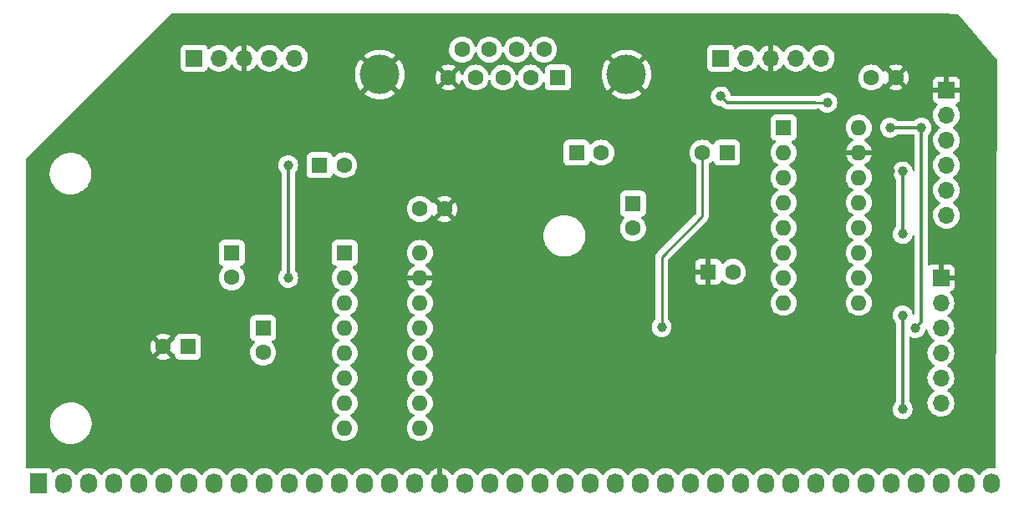
<source format=gtl>
%TF.GenerationSoftware,KiCad,Pcbnew,6.0.11-3.fc36*%
%TF.CreationDate,2023-07-24T20:28:08+01:00*%
%TF.ProjectId,max232_conv,6d617832-3332-45f6-936f-6e762e6b6963,0.1a*%
%TF.SameCoordinates,Original*%
%TF.FileFunction,Copper,L1,Top*%
%TF.FilePolarity,Positive*%
%FSLAX46Y46*%
G04 Gerber Fmt 4.6, Leading zero omitted, Abs format (unit mm)*
G04 Created by KiCad (PCBNEW 6.0.11-3.fc36) date 2023-07-24 20:28:08*
%MOMM*%
%LPD*%
G01*
G04 APERTURE LIST*
%TA.AperFunction,ComponentPad*%
%ADD10R,1.727200X2.032000*%
%TD*%
%TA.AperFunction,ComponentPad*%
%ADD11O,1.727200X2.032000*%
%TD*%
%TA.AperFunction,ComponentPad*%
%ADD12R,1.700000X1.700000*%
%TD*%
%TA.AperFunction,ComponentPad*%
%ADD13O,1.700000X1.700000*%
%TD*%
%TA.AperFunction,ComponentPad*%
%ADD14R,1.600000X1.600000*%
%TD*%
%TA.AperFunction,ComponentPad*%
%ADD15C,1.600000*%
%TD*%
%TA.AperFunction,ComponentPad*%
%ADD16C,4.000000*%
%TD*%
%TA.AperFunction,ComponentPad*%
%ADD17O,1.600000X1.600000*%
%TD*%
%TA.AperFunction,ViaPad*%
%ADD18C,1.000000*%
%TD*%
%TA.AperFunction,Conductor*%
%ADD19C,0.300000*%
%TD*%
%TA.AperFunction,Conductor*%
%ADD20C,0.350000*%
%TD*%
%TA.AperFunction,Conductor*%
%ADD21C,0.250000*%
%TD*%
G04 APERTURE END LIST*
D10*
%TO.P,,1*%
%TO.N,/A15*%
X155702000Y-151612600D03*
D11*
%TO.P,,2*%
%TO.N,/A14*%
X158242000Y-151612600D03*
%TO.P,,3*%
%TO.N,/A13*%
X160782000Y-151612600D03*
%TO.P,,4*%
%TO.N,/A12*%
X163322000Y-151612600D03*
%TO.P,,5*%
%TO.N,/A11*%
X165862000Y-151612600D03*
%TO.P,,6*%
%TO.N,/A10*%
X168402000Y-151612600D03*
%TO.P,,7*%
%TO.N,/A9*%
X170942000Y-151612600D03*
%TO.P,,8*%
%TO.N,/A8*%
X173482000Y-151612600D03*
%TO.P,,9*%
%TO.N,/A7*%
X176022000Y-151612600D03*
%TO.P,,10*%
%TO.N,/A6*%
X178562000Y-151612600D03*
%TO.P,,11*%
%TO.N,/A5*%
X181102000Y-151612600D03*
%TO.P,,12*%
%TO.N,/A4*%
X183642000Y-151612600D03*
%TO.P,,13*%
%TO.N,/A3*%
X186182000Y-151612600D03*
%TO.P,,14*%
%TO.N,/A2*%
X188722000Y-151612600D03*
%TO.P,,15*%
%TO.N,/A1*%
X191262000Y-151612600D03*
%TO.P,,16*%
%TO.N,/A0*%
X193802000Y-151612600D03*
%TO.P,,17*%
%TO.N,GND*%
X196342000Y-151612600D03*
%TO.P,,18*%
%TO.N,VCC*%
X198882000Y-151612600D03*
%TO.P,,19*%
%TO.N,M1*%
X201422000Y-151612600D03*
%TO.P,,20*%
%TO.N,RESET*%
X203962000Y-151612600D03*
%TO.P,,21*%
%TO.N,CLK*%
X206502000Y-151612600D03*
%TO.P,,22*%
%TO.N,INT*%
X209042000Y-151612600D03*
%TO.P,,23*%
%TO.N,MREQ*%
X211582000Y-151612600D03*
%TO.P,,24*%
%TO.N,WR*%
X214122000Y-151612600D03*
%TO.P,,25*%
%TO.N,RD*%
X216662000Y-151612600D03*
%TO.P,,26*%
%TO.N,IOREQ*%
X219202000Y-151612600D03*
%TO.P,,27*%
%TO.N,/D0*%
X221742000Y-151612600D03*
%TO.P,,28*%
%TO.N,/D1*%
X224282000Y-151612600D03*
%TO.P,,29*%
%TO.N,/D2*%
X226822000Y-151612600D03*
%TO.P,,30*%
%TO.N,/D3*%
X229362000Y-151612600D03*
%TO.P,,31*%
%TO.N,/D4*%
X231902000Y-151612600D03*
%TO.P,,32*%
%TO.N,/D5*%
X234442000Y-151612600D03*
%TO.P,,33*%
%TO.N,/D6*%
X236982000Y-151612600D03*
%TO.P,,34*%
%TO.N,/D7*%
X239522000Y-151612600D03*
%TO.P,,35*%
%TO.N,Net-(Con1-Pad35)*%
X242062000Y-151612600D03*
%TO.P,,36*%
%TO.N,Net-(Con1-Pad36)*%
X244602000Y-151612600D03*
%TO.P,,37*%
%TO.N,Net-(Con1-Pad37)*%
X247142000Y-151612600D03*
%TO.P,,38*%
%TO.N,Net-(Con1-Pad38)*%
X249682000Y-151612600D03*
%TO.P,,39*%
%TO.N,Net-(Con1-Pad39)*%
X252222000Y-151612600D03*
%TD*%
D12*
%TO.P,J2,1,Pin_1*%
%TO.N,Net-(J2-Pad1)*%
X224795000Y-108515000D03*
D13*
%TO.P,J2,2,Pin_2*%
%TO.N,Net-(J2-Pad2)*%
X227335000Y-108515000D03*
%TO.P,J2,3,Pin_3*%
%TO.N,GND*%
X229875000Y-108515000D03*
%TO.P,J2,4,Pin_4*%
%TO.N,Net-(J2-Pad4)*%
X232415000Y-108515000D03*
%TO.P,J2,5,Pin_5*%
%TO.N,Net-(J2-Pad5)*%
X234955000Y-108515000D03*
%TD*%
D14*
%TO.P,C4,1*%
%TO.N,Net-(C4-Pad1)*%
X225425000Y-118110000D03*
D15*
%TO.P,C4,2*%
%TO.N,+5V*%
X222925000Y-118110000D03*
%TD*%
%TO.P,C10,1*%
%TO.N,+5V*%
X240030000Y-110490000D03*
%TO.P,C10,2*%
%TO.N,GND*%
X242530000Y-110490000D03*
%TD*%
D14*
%TO.P,C7,1*%
%TO.N,Net-(C7-Pad1)*%
X170815000Y-137795000D03*
D15*
%TO.P,C7,2*%
%TO.N,GND*%
X168315000Y-137795000D03*
%TD*%
D14*
%TO.P,C6,1*%
%TO.N,Net-(C6-Pad1)*%
X178435000Y-135890000D03*
D15*
%TO.P,C6,2*%
%TO.N,Net-(C6-Pad2)*%
X178435000Y-138390000D03*
%TD*%
D16*
%TO.P,J5,0,PAD*%
%TO.N,GND*%
X215240000Y-110190000D03*
X190240000Y-110190000D03*
D14*
%TO.P,J5,1,1*%
%TO.N,unconnected-(J5-Pad1)*%
X208280000Y-110490000D03*
D15*
%TO.P,J5,2,2*%
%TO.N,Net-(J2-Pad1)*%
X205510000Y-110490000D03*
%TO.P,J5,3,3*%
%TO.N,Net-(J2-Pad2)*%
X202740000Y-110490000D03*
%TO.P,J5,4,4*%
%TO.N,unconnected-(J5-Pad4)*%
X199970000Y-110490000D03*
%TO.P,J5,5,5*%
%TO.N,GND*%
X197200000Y-110490000D03*
%TO.P,J5,6,6*%
%TO.N,unconnected-(J5-Pad6)*%
X206895000Y-107650000D03*
%TO.P,J5,7,7*%
%TO.N,Net-(J2-Pad4)*%
X204125000Y-107650000D03*
%TO.P,J5,8,8*%
%TO.N,Net-(J2-Pad5)*%
X201355000Y-107650000D03*
%TO.P,J5,9,9*%
%TO.N,unconnected-(J5-Pad9)*%
X198585000Y-107650000D03*
%TD*%
D14*
%TO.P,U1,1,C1+*%
%TO.N,Net-(C1-Pad1)*%
X231150000Y-115560000D03*
D17*
%TO.P,U1,2,VS+*%
%TO.N,Net-(C4-Pad1)*%
X231150000Y-118100000D03*
%TO.P,U1,3,C1-*%
%TO.N,Net-(C1-Pad2)*%
X231150000Y-120640000D03*
%TO.P,U1,4,C2+*%
%TO.N,Net-(C2-Pad1)*%
X231150000Y-123180000D03*
%TO.P,U1,5,C2-*%
%TO.N,Net-(C2-Pad2)*%
X231150000Y-125720000D03*
%TO.P,U1,6,VS-*%
%TO.N,Net-(U1-Pad6)*%
X231150000Y-128260000D03*
%TO.P,U1,7,T2OUT*%
%TO.N,Net-(J2-Pad4)*%
X231150000Y-130800000D03*
%TO.P,U1,8,R2IN*%
%TO.N,Net-(J2-Pad5)*%
X231150000Y-133340000D03*
%TO.P,U1,9,R2OUT*%
%TO.N,Net-(J1-Pad6)*%
X238770000Y-133340000D03*
%TO.P,U1,10,T2IN*%
%TO.N,Net-(J1-Pad2)*%
X238770000Y-130800000D03*
%TO.P,U1,11,T1IN*%
%TO.N,Net-(J1-Pad5)*%
X238770000Y-128260000D03*
%TO.P,U1,12,R1OUT*%
%TO.N,Net-(J1-Pad4)*%
X238770000Y-125720000D03*
%TO.P,U1,13,R1IN*%
%TO.N,Net-(J2-Pad1)*%
X238770000Y-123180000D03*
%TO.P,U1,14,T1OUT*%
%TO.N,Net-(J2-Pad2)*%
X238770000Y-120640000D03*
%TO.P,U1,15,GND*%
%TO.N,GND*%
X238770000Y-118100000D03*
%TO.P,U1,16,VCC*%
%TO.N,+5V*%
X238770000Y-115560000D03*
%TD*%
D12*
%TO.P,J4,1,Pin_1*%
%TO.N,Net-(J4-Pad1)*%
X171455000Y-108515000D03*
D13*
%TO.P,J4,2,Pin_2*%
%TO.N,Net-(J4-Pad2)*%
X173995000Y-108515000D03*
%TO.P,J4,3,Pin_3*%
%TO.N,GND*%
X176535000Y-108515000D03*
%TO.P,J4,4,Pin_4*%
%TO.N,Net-(J4-Pad4)*%
X179075000Y-108515000D03*
%TO.P,J4,5,Pin_5*%
%TO.N,Net-(J4-Pad5)*%
X181615000Y-108515000D03*
%TD*%
D14*
%TO.P,U2,1,C1+*%
%TO.N,Net-(C5-Pad1)*%
X186690000Y-128270000D03*
D17*
%TO.P,U2,2,VS+*%
%TO.N,Net-(C8-Pad1)*%
X186690000Y-130810000D03*
%TO.P,U2,3,C1-*%
%TO.N,Net-(C5-Pad2)*%
X186690000Y-133350000D03*
%TO.P,U2,4,C2+*%
%TO.N,Net-(C6-Pad1)*%
X186690000Y-135890000D03*
%TO.P,U2,5,C2-*%
%TO.N,Net-(C6-Pad2)*%
X186690000Y-138430000D03*
%TO.P,U2,6,VS-*%
%TO.N,Net-(C7-Pad1)*%
X186690000Y-140970000D03*
%TO.P,U2,7,T2OUT*%
%TO.N,Net-(J4-Pad4)*%
X186690000Y-143510000D03*
%TO.P,U2,8,R2IN*%
%TO.N,Net-(J4-Pad5)*%
X186690000Y-146050000D03*
%TO.P,U2,9,R2OUT*%
%TO.N,Net-(J3-Pad6)*%
X194310000Y-146050000D03*
%TO.P,U2,10,T2IN*%
%TO.N,Net-(J3-Pad2)*%
X194310000Y-143510000D03*
%TO.P,U2,11,T1IN*%
%TO.N,Net-(J3-Pad5)*%
X194310000Y-140970000D03*
%TO.P,U2,12,R1OUT*%
%TO.N,Net-(J3-Pad4)*%
X194310000Y-138430000D03*
%TO.P,U2,13,R1IN*%
%TO.N,Net-(J4-Pad1)*%
X194310000Y-135890000D03*
%TO.P,U2,14,T1OUT*%
%TO.N,Net-(J4-Pad2)*%
X194310000Y-133350000D03*
%TO.P,U2,15,GND*%
%TO.N,GND*%
X194310000Y-130810000D03*
%TO.P,U2,16,VCC*%
%TO.N,+5V*%
X194310000Y-128270000D03*
%TD*%
D14*
%TO.P,C2,1*%
%TO.N,Net-(C2-Pad1)*%
X215900000Y-123277621D03*
D15*
%TO.P,C2,2*%
%TO.N,Net-(C2-Pad2)*%
X215900000Y-125777621D03*
%TD*%
D12*
%TO.P,J3,1,Pin_1*%
%TO.N,GND*%
X247085000Y-130810000D03*
D13*
%TO.P,J3,2,Pin_2*%
%TO.N,Net-(J3-Pad2)*%
X247085000Y-133350000D03*
%TO.P,J3,3,Pin_3*%
%TO.N,+5V*%
X247085000Y-135890000D03*
%TO.P,J3,4,Pin_4*%
%TO.N,Net-(J3-Pad4)*%
X247085000Y-138430000D03*
%TO.P,J3,5,Pin_5*%
%TO.N,Net-(J3-Pad5)*%
X247085000Y-140970000D03*
%TO.P,J3,6,Pin_6*%
%TO.N,Net-(J3-Pad6)*%
X247085000Y-143510000D03*
%TD*%
D14*
%TO.P,C8,1*%
%TO.N,Net-(C8-Pad1)*%
X184150000Y-119380000D03*
D15*
%TO.P,C8,2*%
%TO.N,+5V*%
X186650000Y-119380000D03*
%TD*%
D14*
%TO.P,C1,1*%
%TO.N,Net-(C1-Pad1)*%
X210185000Y-118110000D03*
D15*
%TO.P,C1,2*%
%TO.N,Net-(C1-Pad2)*%
X212685000Y-118110000D03*
%TD*%
D12*
%TO.P,J1,1,Pin_1*%
%TO.N,GND*%
X247650000Y-111760000D03*
D13*
%TO.P,J1,2,Pin_2*%
%TO.N,Net-(J1-Pad2)*%
X247650000Y-114300000D03*
%TO.P,J1,3,Pin_3*%
%TO.N,+5V*%
X247650000Y-116840000D03*
%TO.P,J1,4,Pin_4*%
%TO.N,Net-(J1-Pad4)*%
X247650000Y-119380000D03*
%TO.P,J1,5,Pin_5*%
%TO.N,Net-(J1-Pad5)*%
X247650000Y-121920000D03*
%TO.P,J1,6,Pin_6*%
%TO.N,Net-(J1-Pad6)*%
X247650000Y-124460000D03*
%TD*%
D14*
%TO.P,C5,1*%
%TO.N,Net-(C5-Pad1)*%
X175260000Y-128270000D03*
D15*
%TO.P,C5,2*%
%TO.N,Net-(C5-Pad2)*%
X175260000Y-130770000D03*
%TD*%
%TO.P,C9,1*%
%TO.N,+5V*%
X194310000Y-123825000D03*
%TO.P,C9,2*%
%TO.N,GND*%
X196810000Y-123825000D03*
%TD*%
D14*
%TO.P,C3,1*%
%TO.N,GND*%
X223517621Y-130200000D03*
D15*
%TO.P,C3,2*%
%TO.N,Net-(U1-Pad6)*%
X226017621Y-130200000D03*
%TD*%
D18*
%TO.N,GND*%
X241935000Y-120015000D03*
X241935391Y-132690582D03*
%TO.N,+5V*%
X245110000Y-115570000D03*
X241935000Y-115570000D03*
X218800000Y-135800000D03*
X244510000Y-135890000D03*
%TO.N,Net-(C8-Pad1)*%
X180975000Y-130810000D03*
X180975000Y-119380000D03*
%TO.N,Net-(J1-Pad2)*%
X243205000Y-120015000D03*
X243205000Y-126365000D03*
%TO.N,Net-(J2-Pad1)*%
X235585000Y-113030000D03*
X224790000Y-112395000D03*
%TO.N,Net-(J3-Pad2)*%
X243205000Y-144145000D03*
X243205000Y-134620000D03*
%TD*%
D19*
%TO.N,GND*%
X241935000Y-132715000D02*
X241935000Y-132690973D01*
D20*
X199600000Y-113300000D02*
X199600000Y-112890000D01*
X212130000Y-113300000D02*
X199600000Y-113300000D01*
D19*
X241935000Y-132690973D02*
X241935391Y-132690582D01*
X241935000Y-120015000D02*
X241935000Y-132715000D01*
D20*
X199600000Y-112890000D02*
X197200000Y-110490000D01*
X215240000Y-110190000D02*
X212130000Y-113300000D01*
D19*
%TO.N,+5V*%
X245110000Y-135290000D02*
X244510000Y-135890000D01*
D21*
X222925000Y-118110000D02*
X222925000Y-124575000D01*
D19*
X241935000Y-115570000D02*
X245110000Y-115570000D01*
X245110000Y-115570000D02*
X245110000Y-135290000D01*
D21*
X218800000Y-128700000D02*
X218800000Y-135800000D01*
X222925000Y-124575000D02*
X218800000Y-128700000D01*
D19*
%TO.N,Net-(C8-Pad1)*%
X180975000Y-119380000D02*
X180975000Y-130810000D01*
%TO.N,Net-(J1-Pad2)*%
X243205000Y-120015000D02*
X243205000Y-126365000D01*
D21*
%TO.N,Net-(J2-Pad1)*%
X235585000Y-113030000D02*
X234315000Y-113030000D01*
D19*
X224790000Y-112395000D02*
X225425000Y-113030000D01*
X225425000Y-113030000D02*
X226060000Y-113030000D01*
X226060000Y-113030000D02*
X234315000Y-113030000D01*
%TO.N,Net-(J3-Pad2)*%
X243205000Y-144145000D02*
X243205000Y-134620000D01*
%TD*%
%TA.AperFunction,Conductor*%
%TO.N,GND*%
G36*
X247811251Y-104013589D02*
G01*
X248161868Y-104026738D01*
X248176519Y-104028147D01*
X248193986Y-104030867D01*
X248203253Y-104032310D01*
X248203255Y-104032310D01*
X248212124Y-104033691D01*
X248232583Y-104031016D01*
X248254408Y-104030072D01*
X248620053Y-104046036D01*
X248631001Y-104046994D01*
X248786870Y-104067515D01*
X248851795Y-104096236D01*
X248866088Y-104110436D01*
X252730752Y-108619210D01*
X252769456Y-108664365D01*
X252798602Y-108729104D01*
X252799789Y-108746927D01*
X252716236Y-127295528D01*
X252614032Y-149984796D01*
X252593723Y-150052826D01*
X252539858Y-150099076D01*
X252471478Y-150109136D01*
X252292153Y-150085368D01*
X252292147Y-150085368D01*
X252286868Y-150084668D01*
X252281538Y-150084868D01*
X252281537Y-150084868D01*
X252170523Y-150089035D01*
X252054178Y-150093403D01*
X251979196Y-150109136D01*
X251831514Y-150140123D01*
X251831511Y-150140124D01*
X251826287Y-150141220D01*
X251609710Y-150226750D01*
X251410641Y-150347549D01*
X251406611Y-150351046D01*
X251292824Y-150449785D01*
X251234770Y-150500161D01*
X251231387Y-150504287D01*
X251231383Y-150504291D01*
X251195162Y-150548466D01*
X251087128Y-150680224D01*
X251084490Y-150684859D01*
X251084487Y-150684863D01*
X251061155Y-150725852D01*
X251010073Y-150775158D01*
X250940442Y-150789020D01*
X250874371Y-150763037D01*
X250847133Y-150733887D01*
X250758176Y-150601755D01*
X250755196Y-150597328D01*
X250594468Y-150428842D01*
X250407650Y-150289846D01*
X250280574Y-150225237D01*
X250204842Y-150186733D01*
X250204841Y-150186733D01*
X250200084Y-150184314D01*
X250088894Y-150149788D01*
X249982807Y-150116847D01*
X249982801Y-150116846D01*
X249977704Y-150115263D01*
X249853340Y-150098780D01*
X249752152Y-150085368D01*
X249752148Y-150085368D01*
X249746868Y-150084668D01*
X249741538Y-150084868D01*
X249741537Y-150084868D01*
X249630523Y-150089035D01*
X249514178Y-150093403D01*
X249439196Y-150109136D01*
X249291514Y-150140123D01*
X249291511Y-150140124D01*
X249286287Y-150141220D01*
X249069710Y-150226750D01*
X248870641Y-150347549D01*
X248866611Y-150351046D01*
X248752824Y-150449785D01*
X248694770Y-150500161D01*
X248691387Y-150504287D01*
X248691383Y-150504291D01*
X248655162Y-150548466D01*
X248547128Y-150680224D01*
X248544490Y-150684859D01*
X248544487Y-150684863D01*
X248521155Y-150725852D01*
X248470073Y-150775158D01*
X248400442Y-150789020D01*
X248334371Y-150763037D01*
X248307133Y-150733887D01*
X248218176Y-150601755D01*
X248215196Y-150597328D01*
X248054468Y-150428842D01*
X247867650Y-150289846D01*
X247740574Y-150225237D01*
X247664842Y-150186733D01*
X247664841Y-150186733D01*
X247660084Y-150184314D01*
X247548894Y-150149788D01*
X247442807Y-150116847D01*
X247442801Y-150116846D01*
X247437704Y-150115263D01*
X247313340Y-150098780D01*
X247212152Y-150085368D01*
X247212148Y-150085368D01*
X247206868Y-150084668D01*
X247201538Y-150084868D01*
X247201537Y-150084868D01*
X247090523Y-150089035D01*
X246974178Y-150093403D01*
X246899196Y-150109136D01*
X246751514Y-150140123D01*
X246751511Y-150140124D01*
X246746287Y-150141220D01*
X246529710Y-150226750D01*
X246330641Y-150347549D01*
X246326611Y-150351046D01*
X246212824Y-150449785D01*
X246154770Y-150500161D01*
X246151387Y-150504287D01*
X246151383Y-150504291D01*
X246115162Y-150548466D01*
X246007128Y-150680224D01*
X246004490Y-150684859D01*
X246004487Y-150684863D01*
X245981155Y-150725852D01*
X245930073Y-150775158D01*
X245860442Y-150789020D01*
X245794371Y-150763037D01*
X245767133Y-150733887D01*
X245678176Y-150601755D01*
X245675196Y-150597328D01*
X245514468Y-150428842D01*
X245327650Y-150289846D01*
X245200574Y-150225237D01*
X245124842Y-150186733D01*
X245124841Y-150186733D01*
X245120084Y-150184314D01*
X245008894Y-150149788D01*
X244902807Y-150116847D01*
X244902801Y-150116846D01*
X244897704Y-150115263D01*
X244773340Y-150098780D01*
X244672152Y-150085368D01*
X244672148Y-150085368D01*
X244666868Y-150084668D01*
X244661538Y-150084868D01*
X244661537Y-150084868D01*
X244550523Y-150089035D01*
X244434178Y-150093403D01*
X244359196Y-150109136D01*
X244211514Y-150140123D01*
X244211511Y-150140124D01*
X244206287Y-150141220D01*
X243989710Y-150226750D01*
X243790641Y-150347549D01*
X243786611Y-150351046D01*
X243672824Y-150449785D01*
X243614770Y-150500161D01*
X243611387Y-150504287D01*
X243611383Y-150504291D01*
X243575162Y-150548466D01*
X243467128Y-150680224D01*
X243464490Y-150684859D01*
X243464487Y-150684863D01*
X243441155Y-150725852D01*
X243390073Y-150775158D01*
X243320442Y-150789020D01*
X243254371Y-150763037D01*
X243227133Y-150733887D01*
X243138176Y-150601755D01*
X243135196Y-150597328D01*
X242974468Y-150428842D01*
X242787650Y-150289846D01*
X242660574Y-150225237D01*
X242584842Y-150186733D01*
X242584841Y-150186733D01*
X242580084Y-150184314D01*
X242468894Y-150149788D01*
X242362807Y-150116847D01*
X242362801Y-150116846D01*
X242357704Y-150115263D01*
X242233340Y-150098780D01*
X242132152Y-150085368D01*
X242132148Y-150085368D01*
X242126868Y-150084668D01*
X242121538Y-150084868D01*
X242121537Y-150084868D01*
X242010523Y-150089035D01*
X241894178Y-150093403D01*
X241819196Y-150109136D01*
X241671514Y-150140123D01*
X241671511Y-150140124D01*
X241666287Y-150141220D01*
X241449710Y-150226750D01*
X241250641Y-150347549D01*
X241246611Y-150351046D01*
X241132824Y-150449785D01*
X241074770Y-150500161D01*
X241071387Y-150504287D01*
X241071383Y-150504291D01*
X241035162Y-150548466D01*
X240927128Y-150680224D01*
X240924490Y-150684859D01*
X240924487Y-150684863D01*
X240901155Y-150725852D01*
X240850073Y-150775158D01*
X240780442Y-150789020D01*
X240714371Y-150763037D01*
X240687133Y-150733887D01*
X240598176Y-150601755D01*
X240595196Y-150597328D01*
X240434468Y-150428842D01*
X240247650Y-150289846D01*
X240120574Y-150225237D01*
X240044842Y-150186733D01*
X240044841Y-150186733D01*
X240040084Y-150184314D01*
X239928894Y-150149788D01*
X239822807Y-150116847D01*
X239822801Y-150116846D01*
X239817704Y-150115263D01*
X239693340Y-150098780D01*
X239592152Y-150085368D01*
X239592148Y-150085368D01*
X239586868Y-150084668D01*
X239581538Y-150084868D01*
X239581537Y-150084868D01*
X239470523Y-150089035D01*
X239354178Y-150093403D01*
X239279196Y-150109136D01*
X239131514Y-150140123D01*
X239131511Y-150140124D01*
X239126287Y-150141220D01*
X238909710Y-150226750D01*
X238710641Y-150347549D01*
X238706611Y-150351046D01*
X238592824Y-150449785D01*
X238534770Y-150500161D01*
X238531387Y-150504287D01*
X238531383Y-150504291D01*
X238495162Y-150548466D01*
X238387128Y-150680224D01*
X238384490Y-150684859D01*
X238384487Y-150684863D01*
X238361155Y-150725852D01*
X238310073Y-150775158D01*
X238240442Y-150789020D01*
X238174371Y-150763037D01*
X238147133Y-150733887D01*
X238058176Y-150601755D01*
X238055196Y-150597328D01*
X237894468Y-150428842D01*
X237707650Y-150289846D01*
X237580574Y-150225237D01*
X237504842Y-150186733D01*
X237504841Y-150186733D01*
X237500084Y-150184314D01*
X237388894Y-150149788D01*
X237282807Y-150116847D01*
X237282801Y-150116846D01*
X237277704Y-150115263D01*
X237153340Y-150098780D01*
X237052152Y-150085368D01*
X237052148Y-150085368D01*
X237046868Y-150084668D01*
X237041538Y-150084868D01*
X237041537Y-150084868D01*
X236930523Y-150089035D01*
X236814178Y-150093403D01*
X236739196Y-150109136D01*
X236591514Y-150140123D01*
X236591511Y-150140124D01*
X236586287Y-150141220D01*
X236369710Y-150226750D01*
X236170641Y-150347549D01*
X236166611Y-150351046D01*
X236052824Y-150449785D01*
X235994770Y-150500161D01*
X235991387Y-150504287D01*
X235991383Y-150504291D01*
X235955162Y-150548466D01*
X235847128Y-150680224D01*
X235844490Y-150684859D01*
X235844487Y-150684863D01*
X235821155Y-150725852D01*
X235770073Y-150775158D01*
X235700442Y-150789020D01*
X235634371Y-150763037D01*
X235607133Y-150733887D01*
X235518176Y-150601755D01*
X235515196Y-150597328D01*
X235354468Y-150428842D01*
X235167650Y-150289846D01*
X235040574Y-150225237D01*
X234964842Y-150186733D01*
X234964841Y-150186733D01*
X234960084Y-150184314D01*
X234848894Y-150149788D01*
X234742807Y-150116847D01*
X234742801Y-150116846D01*
X234737704Y-150115263D01*
X234613340Y-150098780D01*
X234512152Y-150085368D01*
X234512148Y-150085368D01*
X234506868Y-150084668D01*
X234501538Y-150084868D01*
X234501537Y-150084868D01*
X234390523Y-150089035D01*
X234274178Y-150093403D01*
X234199196Y-150109136D01*
X234051514Y-150140123D01*
X234051511Y-150140124D01*
X234046287Y-150141220D01*
X233829710Y-150226750D01*
X233630641Y-150347549D01*
X233626611Y-150351046D01*
X233512824Y-150449785D01*
X233454770Y-150500161D01*
X233451387Y-150504287D01*
X233451383Y-150504291D01*
X233415162Y-150548466D01*
X233307128Y-150680224D01*
X233304490Y-150684859D01*
X233304487Y-150684863D01*
X233281155Y-150725852D01*
X233230073Y-150775158D01*
X233160442Y-150789020D01*
X233094371Y-150763037D01*
X233067133Y-150733887D01*
X232978176Y-150601755D01*
X232975196Y-150597328D01*
X232814468Y-150428842D01*
X232627650Y-150289846D01*
X232500574Y-150225237D01*
X232424842Y-150186733D01*
X232424841Y-150186733D01*
X232420084Y-150184314D01*
X232308894Y-150149788D01*
X232202807Y-150116847D01*
X232202801Y-150116846D01*
X232197704Y-150115263D01*
X232073340Y-150098780D01*
X231972152Y-150085368D01*
X231972148Y-150085368D01*
X231966868Y-150084668D01*
X231961538Y-150084868D01*
X231961537Y-150084868D01*
X231850523Y-150089035D01*
X231734178Y-150093403D01*
X231659196Y-150109136D01*
X231511514Y-150140123D01*
X231511511Y-150140124D01*
X231506287Y-150141220D01*
X231289710Y-150226750D01*
X231090641Y-150347549D01*
X231086611Y-150351046D01*
X230972824Y-150449785D01*
X230914770Y-150500161D01*
X230911387Y-150504287D01*
X230911383Y-150504291D01*
X230875162Y-150548466D01*
X230767128Y-150680224D01*
X230764490Y-150684859D01*
X230764487Y-150684863D01*
X230741155Y-150725852D01*
X230690073Y-150775158D01*
X230620442Y-150789020D01*
X230554371Y-150763037D01*
X230527133Y-150733887D01*
X230438176Y-150601755D01*
X230435196Y-150597328D01*
X230274468Y-150428842D01*
X230087650Y-150289846D01*
X229960574Y-150225237D01*
X229884842Y-150186733D01*
X229884841Y-150186733D01*
X229880084Y-150184314D01*
X229768894Y-150149788D01*
X229662807Y-150116847D01*
X229662801Y-150116846D01*
X229657704Y-150115263D01*
X229533340Y-150098780D01*
X229432152Y-150085368D01*
X229432148Y-150085368D01*
X229426868Y-150084668D01*
X229421538Y-150084868D01*
X229421537Y-150084868D01*
X229310523Y-150089035D01*
X229194178Y-150093403D01*
X229119196Y-150109136D01*
X228971514Y-150140123D01*
X228971511Y-150140124D01*
X228966287Y-150141220D01*
X228749710Y-150226750D01*
X228550641Y-150347549D01*
X228546611Y-150351046D01*
X228432824Y-150449785D01*
X228374770Y-150500161D01*
X228371387Y-150504287D01*
X228371383Y-150504291D01*
X228335162Y-150548466D01*
X228227128Y-150680224D01*
X228224490Y-150684859D01*
X228224487Y-150684863D01*
X228201155Y-150725852D01*
X228150073Y-150775158D01*
X228080442Y-150789020D01*
X228014371Y-150763037D01*
X227987133Y-150733887D01*
X227898176Y-150601755D01*
X227895196Y-150597328D01*
X227734468Y-150428842D01*
X227547650Y-150289846D01*
X227420574Y-150225237D01*
X227344842Y-150186733D01*
X227344841Y-150186733D01*
X227340084Y-150184314D01*
X227228894Y-150149788D01*
X227122807Y-150116847D01*
X227122801Y-150116846D01*
X227117704Y-150115263D01*
X226993340Y-150098780D01*
X226892152Y-150085368D01*
X226892148Y-150085368D01*
X226886868Y-150084668D01*
X226881538Y-150084868D01*
X226881537Y-150084868D01*
X226770523Y-150089035D01*
X226654178Y-150093403D01*
X226579196Y-150109136D01*
X226431514Y-150140123D01*
X226431511Y-150140124D01*
X226426287Y-150141220D01*
X226209710Y-150226750D01*
X226010641Y-150347549D01*
X226006611Y-150351046D01*
X225892824Y-150449785D01*
X225834770Y-150500161D01*
X225831387Y-150504287D01*
X225831383Y-150504291D01*
X225795162Y-150548466D01*
X225687128Y-150680224D01*
X225684490Y-150684859D01*
X225684487Y-150684863D01*
X225661155Y-150725852D01*
X225610073Y-150775158D01*
X225540442Y-150789020D01*
X225474371Y-150763037D01*
X225447133Y-150733887D01*
X225358176Y-150601755D01*
X225355196Y-150597328D01*
X225194468Y-150428842D01*
X225007650Y-150289846D01*
X224880574Y-150225237D01*
X224804842Y-150186733D01*
X224804841Y-150186733D01*
X224800084Y-150184314D01*
X224688894Y-150149788D01*
X224582807Y-150116847D01*
X224582801Y-150116846D01*
X224577704Y-150115263D01*
X224453340Y-150098780D01*
X224352152Y-150085368D01*
X224352148Y-150085368D01*
X224346868Y-150084668D01*
X224341538Y-150084868D01*
X224341537Y-150084868D01*
X224230523Y-150089035D01*
X224114178Y-150093403D01*
X224039196Y-150109136D01*
X223891514Y-150140123D01*
X223891511Y-150140124D01*
X223886287Y-150141220D01*
X223669710Y-150226750D01*
X223470641Y-150347549D01*
X223466611Y-150351046D01*
X223352824Y-150449785D01*
X223294770Y-150500161D01*
X223291387Y-150504287D01*
X223291383Y-150504291D01*
X223255162Y-150548466D01*
X223147128Y-150680224D01*
X223144490Y-150684859D01*
X223144487Y-150684863D01*
X223121155Y-150725852D01*
X223070073Y-150775158D01*
X223000442Y-150789020D01*
X222934371Y-150763037D01*
X222907133Y-150733887D01*
X222818176Y-150601755D01*
X222815196Y-150597328D01*
X222654468Y-150428842D01*
X222467650Y-150289846D01*
X222340574Y-150225237D01*
X222264842Y-150186733D01*
X222264841Y-150186733D01*
X222260084Y-150184314D01*
X222148894Y-150149788D01*
X222042807Y-150116847D01*
X222042801Y-150116846D01*
X222037704Y-150115263D01*
X221913340Y-150098780D01*
X221812152Y-150085368D01*
X221812148Y-150085368D01*
X221806868Y-150084668D01*
X221801538Y-150084868D01*
X221801537Y-150084868D01*
X221690523Y-150089035D01*
X221574178Y-150093403D01*
X221499196Y-150109136D01*
X221351514Y-150140123D01*
X221351511Y-150140124D01*
X221346287Y-150141220D01*
X221129710Y-150226750D01*
X220930641Y-150347549D01*
X220926611Y-150351046D01*
X220812824Y-150449785D01*
X220754770Y-150500161D01*
X220751387Y-150504287D01*
X220751383Y-150504291D01*
X220715162Y-150548466D01*
X220607128Y-150680224D01*
X220604490Y-150684859D01*
X220604487Y-150684863D01*
X220581155Y-150725852D01*
X220530073Y-150775158D01*
X220460442Y-150789020D01*
X220394371Y-150763037D01*
X220367133Y-150733887D01*
X220278176Y-150601755D01*
X220275196Y-150597328D01*
X220114468Y-150428842D01*
X219927650Y-150289846D01*
X219800574Y-150225237D01*
X219724842Y-150186733D01*
X219724841Y-150186733D01*
X219720084Y-150184314D01*
X219608894Y-150149788D01*
X219502807Y-150116847D01*
X219502801Y-150116846D01*
X219497704Y-150115263D01*
X219373340Y-150098780D01*
X219272152Y-150085368D01*
X219272148Y-150085368D01*
X219266868Y-150084668D01*
X219261538Y-150084868D01*
X219261537Y-150084868D01*
X219150523Y-150089035D01*
X219034178Y-150093403D01*
X218959196Y-150109136D01*
X218811514Y-150140123D01*
X218811511Y-150140124D01*
X218806287Y-150141220D01*
X218589710Y-150226750D01*
X218390641Y-150347549D01*
X218386611Y-150351046D01*
X218272824Y-150449785D01*
X218214770Y-150500161D01*
X218211387Y-150504287D01*
X218211383Y-150504291D01*
X218175162Y-150548466D01*
X218067128Y-150680224D01*
X218064490Y-150684859D01*
X218064487Y-150684863D01*
X218041155Y-150725852D01*
X217990073Y-150775158D01*
X217920442Y-150789020D01*
X217854371Y-150763037D01*
X217827133Y-150733887D01*
X217738176Y-150601755D01*
X217735196Y-150597328D01*
X217574468Y-150428842D01*
X217387650Y-150289846D01*
X217260574Y-150225237D01*
X217184842Y-150186733D01*
X217184841Y-150186733D01*
X217180084Y-150184314D01*
X217068894Y-150149788D01*
X216962807Y-150116847D01*
X216962801Y-150116846D01*
X216957704Y-150115263D01*
X216833340Y-150098780D01*
X216732152Y-150085368D01*
X216732148Y-150085368D01*
X216726868Y-150084668D01*
X216721538Y-150084868D01*
X216721537Y-150084868D01*
X216610523Y-150089035D01*
X216494178Y-150093403D01*
X216419196Y-150109136D01*
X216271514Y-150140123D01*
X216271511Y-150140124D01*
X216266287Y-150141220D01*
X216049710Y-150226750D01*
X215850641Y-150347549D01*
X215846611Y-150351046D01*
X215732824Y-150449785D01*
X215674770Y-150500161D01*
X215671387Y-150504287D01*
X215671383Y-150504291D01*
X215635162Y-150548466D01*
X215527128Y-150680224D01*
X215524490Y-150684859D01*
X215524487Y-150684863D01*
X215501155Y-150725852D01*
X215450073Y-150775158D01*
X215380442Y-150789020D01*
X215314371Y-150763037D01*
X215287133Y-150733887D01*
X215198176Y-150601755D01*
X215195196Y-150597328D01*
X215034468Y-150428842D01*
X214847650Y-150289846D01*
X214720574Y-150225237D01*
X214644842Y-150186733D01*
X214644841Y-150186733D01*
X214640084Y-150184314D01*
X214528894Y-150149788D01*
X214422807Y-150116847D01*
X214422801Y-150116846D01*
X214417704Y-150115263D01*
X214293340Y-150098780D01*
X214192152Y-150085368D01*
X214192148Y-150085368D01*
X214186868Y-150084668D01*
X214181538Y-150084868D01*
X214181537Y-150084868D01*
X214070523Y-150089035D01*
X213954178Y-150093403D01*
X213879196Y-150109136D01*
X213731514Y-150140123D01*
X213731511Y-150140124D01*
X213726287Y-150141220D01*
X213509710Y-150226750D01*
X213310641Y-150347549D01*
X213306611Y-150351046D01*
X213192824Y-150449785D01*
X213134770Y-150500161D01*
X213131387Y-150504287D01*
X213131383Y-150504291D01*
X213095162Y-150548466D01*
X212987128Y-150680224D01*
X212984490Y-150684859D01*
X212984487Y-150684863D01*
X212961155Y-150725852D01*
X212910073Y-150775158D01*
X212840442Y-150789020D01*
X212774371Y-150763037D01*
X212747133Y-150733887D01*
X212658176Y-150601755D01*
X212655196Y-150597328D01*
X212494468Y-150428842D01*
X212307650Y-150289846D01*
X212180574Y-150225237D01*
X212104842Y-150186733D01*
X212104841Y-150186733D01*
X212100084Y-150184314D01*
X211988894Y-150149788D01*
X211882807Y-150116847D01*
X211882801Y-150116846D01*
X211877704Y-150115263D01*
X211753340Y-150098780D01*
X211652152Y-150085368D01*
X211652148Y-150085368D01*
X211646868Y-150084668D01*
X211641538Y-150084868D01*
X211641537Y-150084868D01*
X211530523Y-150089035D01*
X211414178Y-150093403D01*
X211339196Y-150109136D01*
X211191514Y-150140123D01*
X211191511Y-150140124D01*
X211186287Y-150141220D01*
X210969710Y-150226750D01*
X210770641Y-150347549D01*
X210766611Y-150351046D01*
X210652824Y-150449785D01*
X210594770Y-150500161D01*
X210591387Y-150504287D01*
X210591383Y-150504291D01*
X210555162Y-150548466D01*
X210447128Y-150680224D01*
X210444490Y-150684859D01*
X210444487Y-150684863D01*
X210421155Y-150725852D01*
X210370073Y-150775158D01*
X210300442Y-150789020D01*
X210234371Y-150763037D01*
X210207133Y-150733887D01*
X210118176Y-150601755D01*
X210115196Y-150597328D01*
X209954468Y-150428842D01*
X209767650Y-150289846D01*
X209640574Y-150225237D01*
X209564842Y-150186733D01*
X209564841Y-150186733D01*
X209560084Y-150184314D01*
X209448894Y-150149788D01*
X209342807Y-150116847D01*
X209342801Y-150116846D01*
X209337704Y-150115263D01*
X209213340Y-150098780D01*
X209112152Y-150085368D01*
X209112148Y-150085368D01*
X209106868Y-150084668D01*
X209101538Y-150084868D01*
X209101537Y-150084868D01*
X208990523Y-150089035D01*
X208874178Y-150093403D01*
X208799196Y-150109136D01*
X208651514Y-150140123D01*
X208651511Y-150140124D01*
X208646287Y-150141220D01*
X208429710Y-150226750D01*
X208230641Y-150347549D01*
X208226611Y-150351046D01*
X208112824Y-150449785D01*
X208054770Y-150500161D01*
X208051387Y-150504287D01*
X208051383Y-150504291D01*
X208015162Y-150548466D01*
X207907128Y-150680224D01*
X207904490Y-150684859D01*
X207904487Y-150684863D01*
X207881155Y-150725852D01*
X207830073Y-150775158D01*
X207760442Y-150789020D01*
X207694371Y-150763037D01*
X207667133Y-150733887D01*
X207578176Y-150601755D01*
X207575196Y-150597328D01*
X207414468Y-150428842D01*
X207227650Y-150289846D01*
X207100574Y-150225237D01*
X207024842Y-150186733D01*
X207024841Y-150186733D01*
X207020084Y-150184314D01*
X206908894Y-150149788D01*
X206802807Y-150116847D01*
X206802801Y-150116846D01*
X206797704Y-150115263D01*
X206673340Y-150098780D01*
X206572152Y-150085368D01*
X206572148Y-150085368D01*
X206566868Y-150084668D01*
X206561538Y-150084868D01*
X206561537Y-150084868D01*
X206450523Y-150089035D01*
X206334178Y-150093403D01*
X206259196Y-150109136D01*
X206111514Y-150140123D01*
X206111511Y-150140124D01*
X206106287Y-150141220D01*
X205889710Y-150226750D01*
X205690641Y-150347549D01*
X205686611Y-150351046D01*
X205572824Y-150449785D01*
X205514770Y-150500161D01*
X205511387Y-150504287D01*
X205511383Y-150504291D01*
X205475162Y-150548466D01*
X205367128Y-150680224D01*
X205364490Y-150684859D01*
X205364487Y-150684863D01*
X205341155Y-150725852D01*
X205290073Y-150775158D01*
X205220442Y-150789020D01*
X205154371Y-150763037D01*
X205127133Y-150733887D01*
X205038176Y-150601755D01*
X205035196Y-150597328D01*
X204874468Y-150428842D01*
X204687650Y-150289846D01*
X204560574Y-150225237D01*
X204484842Y-150186733D01*
X204484841Y-150186733D01*
X204480084Y-150184314D01*
X204368894Y-150149788D01*
X204262807Y-150116847D01*
X204262801Y-150116846D01*
X204257704Y-150115263D01*
X204133340Y-150098780D01*
X204032152Y-150085368D01*
X204032148Y-150085368D01*
X204026868Y-150084668D01*
X204021538Y-150084868D01*
X204021537Y-150084868D01*
X203910523Y-150089035D01*
X203794178Y-150093403D01*
X203719196Y-150109136D01*
X203571514Y-150140123D01*
X203571511Y-150140124D01*
X203566287Y-150141220D01*
X203349710Y-150226750D01*
X203150641Y-150347549D01*
X203146611Y-150351046D01*
X203032824Y-150449785D01*
X202974770Y-150500161D01*
X202971387Y-150504287D01*
X202971383Y-150504291D01*
X202935162Y-150548466D01*
X202827128Y-150680224D01*
X202824490Y-150684859D01*
X202824487Y-150684863D01*
X202801155Y-150725852D01*
X202750073Y-150775158D01*
X202680442Y-150789020D01*
X202614371Y-150763037D01*
X202587133Y-150733887D01*
X202498176Y-150601755D01*
X202495196Y-150597328D01*
X202334468Y-150428842D01*
X202147650Y-150289846D01*
X202020574Y-150225237D01*
X201944842Y-150186733D01*
X201944841Y-150186733D01*
X201940084Y-150184314D01*
X201828894Y-150149788D01*
X201722807Y-150116847D01*
X201722801Y-150116846D01*
X201717704Y-150115263D01*
X201593340Y-150098780D01*
X201492152Y-150085368D01*
X201492148Y-150085368D01*
X201486868Y-150084668D01*
X201481538Y-150084868D01*
X201481537Y-150084868D01*
X201370523Y-150089035D01*
X201254178Y-150093403D01*
X201179196Y-150109136D01*
X201031514Y-150140123D01*
X201031511Y-150140124D01*
X201026287Y-150141220D01*
X200809710Y-150226750D01*
X200610641Y-150347549D01*
X200606611Y-150351046D01*
X200492824Y-150449785D01*
X200434770Y-150500161D01*
X200431387Y-150504287D01*
X200431383Y-150504291D01*
X200395162Y-150548466D01*
X200287128Y-150680224D01*
X200284490Y-150684859D01*
X200284487Y-150684863D01*
X200261155Y-150725852D01*
X200210073Y-150775158D01*
X200140442Y-150789020D01*
X200074371Y-150763037D01*
X200047133Y-150733887D01*
X199958176Y-150601755D01*
X199955196Y-150597328D01*
X199794468Y-150428842D01*
X199607650Y-150289846D01*
X199480574Y-150225237D01*
X199404842Y-150186733D01*
X199404841Y-150186733D01*
X199400084Y-150184314D01*
X199288894Y-150149788D01*
X199182807Y-150116847D01*
X199182801Y-150116846D01*
X199177704Y-150115263D01*
X199053340Y-150098780D01*
X198952152Y-150085368D01*
X198952148Y-150085368D01*
X198946868Y-150084668D01*
X198941538Y-150084868D01*
X198941537Y-150084868D01*
X198830523Y-150089035D01*
X198714178Y-150093403D01*
X198639196Y-150109136D01*
X198491514Y-150140123D01*
X198491511Y-150140124D01*
X198486287Y-150141220D01*
X198269710Y-150226750D01*
X198070641Y-150347549D01*
X198066611Y-150351046D01*
X197952824Y-150449785D01*
X197894770Y-150500161D01*
X197891387Y-150504287D01*
X197891383Y-150504291D01*
X197855162Y-150548466D01*
X197747128Y-150680224D01*
X197720878Y-150726339D01*
X197669798Y-150775644D01*
X197600168Y-150789506D01*
X197534096Y-150763523D01*
X197506857Y-150734373D01*
X197417785Y-150602070D01*
X197411124Y-150593784D01*
X197257820Y-150433080D01*
X197249852Y-150426031D01*
X197071664Y-150293456D01*
X197062634Y-150287857D01*
X196864653Y-150187198D01*
X196854792Y-150183195D01*
X196642699Y-150117337D01*
X196632304Y-150115052D01*
X196613959Y-150112620D01*
X196599792Y-150114817D01*
X196596000Y-150128001D01*
X196596000Y-151740600D01*
X196575998Y-151808721D01*
X196522342Y-151855214D01*
X196470000Y-151866600D01*
X196214000Y-151866600D01*
X196145879Y-151846598D01*
X196099386Y-151792942D01*
X196088000Y-151740600D01*
X196088000Y-150130112D01*
X196084027Y-150116581D01*
X196073420Y-150115056D01*
X195951657Y-150140604D01*
X195941461Y-150143664D01*
X195734903Y-150225237D01*
X195725366Y-150229971D01*
X195535497Y-150345186D01*
X195526907Y-150351450D01*
X195359163Y-150497011D01*
X195351743Y-150504641D01*
X195210927Y-150676380D01*
X195204898Y-150685151D01*
X195181467Y-150726315D01*
X195130385Y-150775622D01*
X195060755Y-150789484D01*
X194994684Y-150763501D01*
X194967445Y-150734351D01*
X194928417Y-150676380D01*
X194875196Y-150597328D01*
X194714468Y-150428842D01*
X194527650Y-150289846D01*
X194400574Y-150225237D01*
X194324842Y-150186733D01*
X194324841Y-150186733D01*
X194320084Y-150184314D01*
X194208894Y-150149788D01*
X194102807Y-150116847D01*
X194102801Y-150116846D01*
X194097704Y-150115263D01*
X193973340Y-150098780D01*
X193872152Y-150085368D01*
X193872148Y-150085368D01*
X193866868Y-150084668D01*
X193861538Y-150084868D01*
X193861537Y-150084868D01*
X193750523Y-150089035D01*
X193634178Y-150093403D01*
X193559196Y-150109136D01*
X193411514Y-150140123D01*
X193411511Y-150140124D01*
X193406287Y-150141220D01*
X193189710Y-150226750D01*
X192990641Y-150347549D01*
X192986611Y-150351046D01*
X192872824Y-150449785D01*
X192814770Y-150500161D01*
X192811387Y-150504287D01*
X192811383Y-150504291D01*
X192775162Y-150548466D01*
X192667128Y-150680224D01*
X192664490Y-150684859D01*
X192664487Y-150684863D01*
X192641155Y-150725852D01*
X192590073Y-150775158D01*
X192520442Y-150789020D01*
X192454371Y-150763037D01*
X192427133Y-150733887D01*
X192338176Y-150601755D01*
X192335196Y-150597328D01*
X192174468Y-150428842D01*
X191987650Y-150289846D01*
X191860574Y-150225237D01*
X191784842Y-150186733D01*
X191784841Y-150186733D01*
X191780084Y-150184314D01*
X191668894Y-150149788D01*
X191562807Y-150116847D01*
X191562801Y-150116846D01*
X191557704Y-150115263D01*
X191433340Y-150098780D01*
X191332152Y-150085368D01*
X191332148Y-150085368D01*
X191326868Y-150084668D01*
X191321538Y-150084868D01*
X191321537Y-150084868D01*
X191210523Y-150089035D01*
X191094178Y-150093403D01*
X191019196Y-150109136D01*
X190871514Y-150140123D01*
X190871511Y-150140124D01*
X190866287Y-150141220D01*
X190649710Y-150226750D01*
X190450641Y-150347549D01*
X190446611Y-150351046D01*
X190332824Y-150449785D01*
X190274770Y-150500161D01*
X190271387Y-150504287D01*
X190271383Y-150504291D01*
X190235162Y-150548466D01*
X190127128Y-150680224D01*
X190124490Y-150684859D01*
X190124487Y-150684863D01*
X190101155Y-150725852D01*
X190050073Y-150775158D01*
X189980442Y-150789020D01*
X189914371Y-150763037D01*
X189887133Y-150733887D01*
X189798176Y-150601755D01*
X189795196Y-150597328D01*
X189634468Y-150428842D01*
X189447650Y-150289846D01*
X189320574Y-150225237D01*
X189244842Y-150186733D01*
X189244841Y-150186733D01*
X189240084Y-150184314D01*
X189128894Y-150149788D01*
X189022807Y-150116847D01*
X189022801Y-150116846D01*
X189017704Y-150115263D01*
X188893340Y-150098780D01*
X188792152Y-150085368D01*
X188792148Y-150085368D01*
X188786868Y-150084668D01*
X188781538Y-150084868D01*
X188781537Y-150084868D01*
X188670523Y-150089035D01*
X188554178Y-150093403D01*
X188479196Y-150109136D01*
X188331514Y-150140123D01*
X188331511Y-150140124D01*
X188326287Y-150141220D01*
X188109710Y-150226750D01*
X187910641Y-150347549D01*
X187906611Y-150351046D01*
X187792824Y-150449785D01*
X187734770Y-150500161D01*
X187731387Y-150504287D01*
X187731383Y-150504291D01*
X187695162Y-150548466D01*
X187587128Y-150680224D01*
X187584490Y-150684859D01*
X187584487Y-150684863D01*
X187561155Y-150725852D01*
X187510073Y-150775158D01*
X187440442Y-150789020D01*
X187374371Y-150763037D01*
X187347133Y-150733887D01*
X187258176Y-150601755D01*
X187255196Y-150597328D01*
X187094468Y-150428842D01*
X186907650Y-150289846D01*
X186780574Y-150225237D01*
X186704842Y-150186733D01*
X186704841Y-150186733D01*
X186700084Y-150184314D01*
X186588894Y-150149788D01*
X186482807Y-150116847D01*
X186482801Y-150116846D01*
X186477704Y-150115263D01*
X186353340Y-150098780D01*
X186252152Y-150085368D01*
X186252148Y-150085368D01*
X186246868Y-150084668D01*
X186241538Y-150084868D01*
X186241537Y-150084868D01*
X186130523Y-150089035D01*
X186014178Y-150093403D01*
X185939196Y-150109136D01*
X185791514Y-150140123D01*
X185791511Y-150140124D01*
X185786287Y-150141220D01*
X185569710Y-150226750D01*
X185370641Y-150347549D01*
X185366611Y-150351046D01*
X185252824Y-150449785D01*
X185194770Y-150500161D01*
X185191387Y-150504287D01*
X185191383Y-150504291D01*
X185155162Y-150548466D01*
X185047128Y-150680224D01*
X185044490Y-150684859D01*
X185044487Y-150684863D01*
X185021155Y-150725852D01*
X184970073Y-150775158D01*
X184900442Y-150789020D01*
X184834371Y-150763037D01*
X184807133Y-150733887D01*
X184718176Y-150601755D01*
X184715196Y-150597328D01*
X184554468Y-150428842D01*
X184367650Y-150289846D01*
X184240574Y-150225237D01*
X184164842Y-150186733D01*
X184164841Y-150186733D01*
X184160084Y-150184314D01*
X184048894Y-150149788D01*
X183942807Y-150116847D01*
X183942801Y-150116846D01*
X183937704Y-150115263D01*
X183813340Y-150098780D01*
X183712152Y-150085368D01*
X183712148Y-150085368D01*
X183706868Y-150084668D01*
X183701538Y-150084868D01*
X183701537Y-150084868D01*
X183590523Y-150089035D01*
X183474178Y-150093403D01*
X183399196Y-150109136D01*
X183251514Y-150140123D01*
X183251511Y-150140124D01*
X183246287Y-150141220D01*
X183029710Y-150226750D01*
X182830641Y-150347549D01*
X182826611Y-150351046D01*
X182712824Y-150449785D01*
X182654770Y-150500161D01*
X182651387Y-150504287D01*
X182651383Y-150504291D01*
X182615162Y-150548466D01*
X182507128Y-150680224D01*
X182504490Y-150684859D01*
X182504487Y-150684863D01*
X182481155Y-150725852D01*
X182430073Y-150775158D01*
X182360442Y-150789020D01*
X182294371Y-150763037D01*
X182267133Y-150733887D01*
X182178176Y-150601755D01*
X182175196Y-150597328D01*
X182014468Y-150428842D01*
X181827650Y-150289846D01*
X181700574Y-150225237D01*
X181624842Y-150186733D01*
X181624841Y-150186733D01*
X181620084Y-150184314D01*
X181508894Y-150149788D01*
X181402807Y-150116847D01*
X181402801Y-150116846D01*
X181397704Y-150115263D01*
X181273340Y-150098780D01*
X181172152Y-150085368D01*
X181172148Y-150085368D01*
X181166868Y-150084668D01*
X181161538Y-150084868D01*
X181161537Y-150084868D01*
X181050523Y-150089035D01*
X180934178Y-150093403D01*
X180859196Y-150109136D01*
X180711514Y-150140123D01*
X180711511Y-150140124D01*
X180706287Y-150141220D01*
X180489710Y-150226750D01*
X180290641Y-150347549D01*
X180286611Y-150351046D01*
X180172824Y-150449785D01*
X180114770Y-150500161D01*
X180111387Y-150504287D01*
X180111383Y-150504291D01*
X180075162Y-150548466D01*
X179967128Y-150680224D01*
X179964490Y-150684859D01*
X179964487Y-150684863D01*
X179941155Y-150725852D01*
X179890073Y-150775158D01*
X179820442Y-150789020D01*
X179754371Y-150763037D01*
X179727133Y-150733887D01*
X179638176Y-150601755D01*
X179635196Y-150597328D01*
X179474468Y-150428842D01*
X179287650Y-150289846D01*
X179160574Y-150225237D01*
X179084842Y-150186733D01*
X179084841Y-150186733D01*
X179080084Y-150184314D01*
X178968894Y-150149788D01*
X178862807Y-150116847D01*
X178862801Y-150116846D01*
X178857704Y-150115263D01*
X178733340Y-150098780D01*
X178632152Y-150085368D01*
X178632148Y-150085368D01*
X178626868Y-150084668D01*
X178621538Y-150084868D01*
X178621537Y-150084868D01*
X178510523Y-150089035D01*
X178394178Y-150093403D01*
X178319196Y-150109136D01*
X178171514Y-150140123D01*
X178171511Y-150140124D01*
X178166287Y-150141220D01*
X177949710Y-150226750D01*
X177750641Y-150347549D01*
X177746611Y-150351046D01*
X177632824Y-150449785D01*
X177574770Y-150500161D01*
X177571387Y-150504287D01*
X177571383Y-150504291D01*
X177535162Y-150548466D01*
X177427128Y-150680224D01*
X177424490Y-150684859D01*
X177424487Y-150684863D01*
X177401155Y-150725852D01*
X177350073Y-150775158D01*
X177280442Y-150789020D01*
X177214371Y-150763037D01*
X177187133Y-150733887D01*
X177098176Y-150601755D01*
X177095196Y-150597328D01*
X176934468Y-150428842D01*
X176747650Y-150289846D01*
X176620574Y-150225237D01*
X176544842Y-150186733D01*
X176544841Y-150186733D01*
X176540084Y-150184314D01*
X176428894Y-150149788D01*
X176322807Y-150116847D01*
X176322801Y-150116846D01*
X176317704Y-150115263D01*
X176193340Y-150098780D01*
X176092152Y-150085368D01*
X176092148Y-150085368D01*
X176086868Y-150084668D01*
X176081538Y-150084868D01*
X176081537Y-150084868D01*
X175970523Y-150089035D01*
X175854178Y-150093403D01*
X175779196Y-150109136D01*
X175631514Y-150140123D01*
X175631511Y-150140124D01*
X175626287Y-150141220D01*
X175409710Y-150226750D01*
X175210641Y-150347549D01*
X175206611Y-150351046D01*
X175092824Y-150449785D01*
X175034770Y-150500161D01*
X175031387Y-150504287D01*
X175031383Y-150504291D01*
X174995162Y-150548466D01*
X174887128Y-150680224D01*
X174884490Y-150684859D01*
X174884487Y-150684863D01*
X174861155Y-150725852D01*
X174810073Y-150775158D01*
X174740442Y-150789020D01*
X174674371Y-150763037D01*
X174647133Y-150733887D01*
X174558176Y-150601755D01*
X174555196Y-150597328D01*
X174394468Y-150428842D01*
X174207650Y-150289846D01*
X174080574Y-150225237D01*
X174004842Y-150186733D01*
X174004841Y-150186733D01*
X174000084Y-150184314D01*
X173888894Y-150149788D01*
X173782807Y-150116847D01*
X173782801Y-150116846D01*
X173777704Y-150115263D01*
X173653340Y-150098780D01*
X173552152Y-150085368D01*
X173552148Y-150085368D01*
X173546868Y-150084668D01*
X173541538Y-150084868D01*
X173541537Y-150084868D01*
X173430523Y-150089035D01*
X173314178Y-150093403D01*
X173239196Y-150109136D01*
X173091514Y-150140123D01*
X173091511Y-150140124D01*
X173086287Y-150141220D01*
X172869710Y-150226750D01*
X172670641Y-150347549D01*
X172666611Y-150351046D01*
X172552824Y-150449785D01*
X172494770Y-150500161D01*
X172491387Y-150504287D01*
X172491383Y-150504291D01*
X172455162Y-150548466D01*
X172347128Y-150680224D01*
X172344490Y-150684859D01*
X172344487Y-150684863D01*
X172321155Y-150725852D01*
X172270073Y-150775158D01*
X172200442Y-150789020D01*
X172134371Y-150763037D01*
X172107133Y-150733887D01*
X172018176Y-150601755D01*
X172015196Y-150597328D01*
X171854468Y-150428842D01*
X171667650Y-150289846D01*
X171540574Y-150225237D01*
X171464842Y-150186733D01*
X171464841Y-150186733D01*
X171460084Y-150184314D01*
X171348894Y-150149788D01*
X171242807Y-150116847D01*
X171242801Y-150116846D01*
X171237704Y-150115263D01*
X171113340Y-150098780D01*
X171012152Y-150085368D01*
X171012148Y-150085368D01*
X171006868Y-150084668D01*
X171001538Y-150084868D01*
X171001537Y-150084868D01*
X170890523Y-150089035D01*
X170774178Y-150093403D01*
X170699196Y-150109136D01*
X170551514Y-150140123D01*
X170551511Y-150140124D01*
X170546287Y-150141220D01*
X170329710Y-150226750D01*
X170130641Y-150347549D01*
X170126611Y-150351046D01*
X170012824Y-150449785D01*
X169954770Y-150500161D01*
X169951387Y-150504287D01*
X169951383Y-150504291D01*
X169915162Y-150548466D01*
X169807128Y-150680224D01*
X169804490Y-150684859D01*
X169804487Y-150684863D01*
X169781155Y-150725852D01*
X169730073Y-150775158D01*
X169660442Y-150789020D01*
X169594371Y-150763037D01*
X169567133Y-150733887D01*
X169478176Y-150601755D01*
X169475196Y-150597328D01*
X169314468Y-150428842D01*
X169127650Y-150289846D01*
X169000574Y-150225237D01*
X168924842Y-150186733D01*
X168924841Y-150186733D01*
X168920084Y-150184314D01*
X168808894Y-150149788D01*
X168702807Y-150116847D01*
X168702801Y-150116846D01*
X168697704Y-150115263D01*
X168573340Y-150098780D01*
X168472152Y-150085368D01*
X168472148Y-150085368D01*
X168466868Y-150084668D01*
X168461538Y-150084868D01*
X168461537Y-150084868D01*
X168350523Y-150089035D01*
X168234178Y-150093403D01*
X168159196Y-150109136D01*
X168011514Y-150140123D01*
X168011511Y-150140124D01*
X168006287Y-150141220D01*
X167789710Y-150226750D01*
X167590641Y-150347549D01*
X167586611Y-150351046D01*
X167472824Y-150449785D01*
X167414770Y-150500161D01*
X167411387Y-150504287D01*
X167411383Y-150504291D01*
X167375162Y-150548466D01*
X167267128Y-150680224D01*
X167264490Y-150684859D01*
X167264487Y-150684863D01*
X167241155Y-150725852D01*
X167190073Y-150775158D01*
X167120442Y-150789020D01*
X167054371Y-150763037D01*
X167027133Y-150733887D01*
X166938176Y-150601755D01*
X166935196Y-150597328D01*
X166774468Y-150428842D01*
X166587650Y-150289846D01*
X166460574Y-150225237D01*
X166384842Y-150186733D01*
X166384841Y-150186733D01*
X166380084Y-150184314D01*
X166268894Y-150149788D01*
X166162807Y-150116847D01*
X166162801Y-150116846D01*
X166157704Y-150115263D01*
X166033340Y-150098780D01*
X165932152Y-150085368D01*
X165932148Y-150085368D01*
X165926868Y-150084668D01*
X165921538Y-150084868D01*
X165921537Y-150084868D01*
X165810523Y-150089035D01*
X165694178Y-150093403D01*
X165619196Y-150109136D01*
X165471514Y-150140123D01*
X165471511Y-150140124D01*
X165466287Y-150141220D01*
X165249710Y-150226750D01*
X165050641Y-150347549D01*
X165046611Y-150351046D01*
X164932824Y-150449785D01*
X164874770Y-150500161D01*
X164871387Y-150504287D01*
X164871383Y-150504291D01*
X164835162Y-150548466D01*
X164727128Y-150680224D01*
X164724490Y-150684859D01*
X164724487Y-150684863D01*
X164701155Y-150725852D01*
X164650073Y-150775158D01*
X164580442Y-150789020D01*
X164514371Y-150763037D01*
X164487133Y-150733887D01*
X164398176Y-150601755D01*
X164395196Y-150597328D01*
X164234468Y-150428842D01*
X164047650Y-150289846D01*
X163920574Y-150225237D01*
X163844842Y-150186733D01*
X163844841Y-150186733D01*
X163840084Y-150184314D01*
X163728894Y-150149788D01*
X163622807Y-150116847D01*
X163622801Y-150116846D01*
X163617704Y-150115263D01*
X163493340Y-150098780D01*
X163392152Y-150085368D01*
X163392148Y-150085368D01*
X163386868Y-150084668D01*
X163381538Y-150084868D01*
X163381537Y-150084868D01*
X163270523Y-150089035D01*
X163154178Y-150093403D01*
X163079196Y-150109136D01*
X162931514Y-150140123D01*
X162931511Y-150140124D01*
X162926287Y-150141220D01*
X162709710Y-150226750D01*
X162510641Y-150347549D01*
X162506611Y-150351046D01*
X162392824Y-150449785D01*
X162334770Y-150500161D01*
X162331387Y-150504287D01*
X162331383Y-150504291D01*
X162295162Y-150548466D01*
X162187128Y-150680224D01*
X162184490Y-150684859D01*
X162184487Y-150684863D01*
X162161155Y-150725852D01*
X162110073Y-150775158D01*
X162040442Y-150789020D01*
X161974371Y-150763037D01*
X161947133Y-150733887D01*
X161858176Y-150601755D01*
X161855196Y-150597328D01*
X161694468Y-150428842D01*
X161507650Y-150289846D01*
X161380574Y-150225237D01*
X161304842Y-150186733D01*
X161304841Y-150186733D01*
X161300084Y-150184314D01*
X161188894Y-150149788D01*
X161082807Y-150116847D01*
X161082801Y-150116846D01*
X161077704Y-150115263D01*
X160953340Y-150098780D01*
X160852152Y-150085368D01*
X160852148Y-150085368D01*
X160846868Y-150084668D01*
X160841538Y-150084868D01*
X160841537Y-150084868D01*
X160730523Y-150089035D01*
X160614178Y-150093403D01*
X160539196Y-150109136D01*
X160391514Y-150140123D01*
X160391511Y-150140124D01*
X160386287Y-150141220D01*
X160169710Y-150226750D01*
X159970641Y-150347549D01*
X159966611Y-150351046D01*
X159852824Y-150449785D01*
X159794770Y-150500161D01*
X159791387Y-150504287D01*
X159791383Y-150504291D01*
X159755162Y-150548466D01*
X159647128Y-150680224D01*
X159644490Y-150684859D01*
X159644487Y-150684863D01*
X159621155Y-150725852D01*
X159570073Y-150775158D01*
X159500442Y-150789020D01*
X159434371Y-150763037D01*
X159407133Y-150733887D01*
X159318176Y-150601755D01*
X159315196Y-150597328D01*
X159154468Y-150428842D01*
X158967650Y-150289846D01*
X158840574Y-150225237D01*
X158764842Y-150186733D01*
X158764841Y-150186733D01*
X158760084Y-150184314D01*
X158648894Y-150149788D01*
X158542807Y-150116847D01*
X158542801Y-150116846D01*
X158537704Y-150115263D01*
X158413340Y-150098780D01*
X158312152Y-150085368D01*
X158312148Y-150085368D01*
X158306868Y-150084668D01*
X158301538Y-150084868D01*
X158301537Y-150084868D01*
X158190523Y-150089035D01*
X158074178Y-150093403D01*
X157999196Y-150109136D01*
X157851514Y-150140123D01*
X157851511Y-150140124D01*
X157846287Y-150141220D01*
X157629710Y-150226750D01*
X157430641Y-150347549D01*
X157254770Y-150500161D01*
X157253206Y-150498359D01*
X157200093Y-150528302D01*
X157129215Y-150524197D01*
X157071808Y-150482425D01*
X157053662Y-150449785D01*
X157019368Y-150358305D01*
X157019367Y-150358304D01*
X157016215Y-150349895D01*
X156928861Y-150233339D01*
X156812305Y-150145985D01*
X156675916Y-150094855D01*
X156613734Y-150088100D01*
X154790266Y-150088100D01*
X154728084Y-150094855D01*
X154668113Y-150117337D01*
X154600097Y-150142835D01*
X154600096Y-150142836D01*
X154591695Y-150145985D01*
X154590148Y-150147144D01*
X154524253Y-150161557D01*
X154457705Y-150136822D01*
X154415094Y-150080034D01*
X154407100Y-150035868D01*
X154407100Y-145682703D01*
X156840743Y-145682703D01*
X156878268Y-145967734D01*
X156954129Y-146245036D01*
X157066923Y-146509476D01*
X157078693Y-146529142D01*
X157184989Y-146706749D01*
X157214561Y-146756161D01*
X157394313Y-146980528D01*
X157602851Y-147178423D01*
X157836317Y-147346186D01*
X157840112Y-147348195D01*
X157840113Y-147348196D01*
X157861869Y-147359715D01*
X158090392Y-147480712D01*
X158360373Y-147579511D01*
X158641264Y-147640755D01*
X158669841Y-147643004D01*
X158864282Y-147658307D01*
X158864291Y-147658307D01*
X158866739Y-147658500D01*
X159022271Y-147658500D01*
X159024407Y-147658354D01*
X159024418Y-147658354D01*
X159232548Y-147644165D01*
X159232554Y-147644164D01*
X159236825Y-147643873D01*
X159241020Y-147643004D01*
X159241022Y-147643004D01*
X159377584Y-147614723D01*
X159518342Y-147585574D01*
X159789343Y-147489607D01*
X159877363Y-147444177D01*
X160041005Y-147359715D01*
X160041006Y-147359715D01*
X160044812Y-147357750D01*
X160048313Y-147355289D01*
X160048317Y-147355287D01*
X160162418Y-147275095D01*
X160280023Y-147192441D01*
X160426638Y-147056198D01*
X160487479Y-146999661D01*
X160487481Y-146999658D01*
X160490622Y-146996740D01*
X160672713Y-146774268D01*
X160822927Y-146529142D01*
X160938483Y-146265898D01*
X160999983Y-146050000D01*
X185376502Y-146050000D01*
X185396457Y-146278087D01*
X185455716Y-146499243D01*
X185458039Y-146504224D01*
X185458039Y-146504225D01*
X185550151Y-146701762D01*
X185550154Y-146701767D01*
X185552477Y-146706749D01*
X185683802Y-146894300D01*
X185845700Y-147056198D01*
X185850208Y-147059355D01*
X185850211Y-147059357D01*
X185928389Y-147114098D01*
X186033251Y-147187523D01*
X186038233Y-147189846D01*
X186038238Y-147189849D01*
X186235775Y-147281961D01*
X186240757Y-147284284D01*
X186246065Y-147285706D01*
X186246067Y-147285707D01*
X186456598Y-147342119D01*
X186456600Y-147342119D01*
X186461913Y-147343543D01*
X186690000Y-147363498D01*
X186918087Y-147343543D01*
X186923400Y-147342119D01*
X186923402Y-147342119D01*
X187133933Y-147285707D01*
X187133935Y-147285706D01*
X187139243Y-147284284D01*
X187144225Y-147281961D01*
X187341762Y-147189849D01*
X187341767Y-147189846D01*
X187346749Y-147187523D01*
X187451611Y-147114098D01*
X187529789Y-147059357D01*
X187529792Y-147059355D01*
X187534300Y-147056198D01*
X187696198Y-146894300D01*
X187827523Y-146706749D01*
X187829846Y-146701767D01*
X187829849Y-146701762D01*
X187921961Y-146504225D01*
X187921961Y-146504224D01*
X187924284Y-146499243D01*
X187983543Y-146278087D01*
X188003498Y-146050000D01*
X192996502Y-146050000D01*
X193016457Y-146278087D01*
X193075716Y-146499243D01*
X193078039Y-146504224D01*
X193078039Y-146504225D01*
X193170151Y-146701762D01*
X193170154Y-146701767D01*
X193172477Y-146706749D01*
X193303802Y-146894300D01*
X193465700Y-147056198D01*
X193470208Y-147059355D01*
X193470211Y-147059357D01*
X193548389Y-147114098D01*
X193653251Y-147187523D01*
X193658233Y-147189846D01*
X193658238Y-147189849D01*
X193855775Y-147281961D01*
X193860757Y-147284284D01*
X193866065Y-147285706D01*
X193866067Y-147285707D01*
X194076598Y-147342119D01*
X194076600Y-147342119D01*
X194081913Y-147343543D01*
X194310000Y-147363498D01*
X194538087Y-147343543D01*
X194543400Y-147342119D01*
X194543402Y-147342119D01*
X194753933Y-147285707D01*
X194753935Y-147285706D01*
X194759243Y-147284284D01*
X194764225Y-147281961D01*
X194961762Y-147189849D01*
X194961767Y-147189846D01*
X194966749Y-147187523D01*
X195071611Y-147114098D01*
X195149789Y-147059357D01*
X195149792Y-147059355D01*
X195154300Y-147056198D01*
X195316198Y-146894300D01*
X195447523Y-146706749D01*
X195449846Y-146701767D01*
X195449849Y-146701762D01*
X195541961Y-146504225D01*
X195541961Y-146504224D01*
X195544284Y-146499243D01*
X195603543Y-146278087D01*
X195623498Y-146050000D01*
X195603543Y-145821913D01*
X195602119Y-145816598D01*
X195545707Y-145606067D01*
X195545706Y-145606065D01*
X195544284Y-145600757D01*
X195541961Y-145595775D01*
X195449849Y-145398238D01*
X195449846Y-145398233D01*
X195447523Y-145393251D01*
X195316198Y-145205700D01*
X195154300Y-145043802D01*
X195149792Y-145040645D01*
X195149789Y-145040643D01*
X195053389Y-144973143D01*
X194966749Y-144912477D01*
X194961767Y-144910154D01*
X194961762Y-144910151D01*
X194927543Y-144894195D01*
X194874258Y-144847278D01*
X194854797Y-144779001D01*
X194875339Y-144711041D01*
X194927543Y-144665805D01*
X194961762Y-144649849D01*
X194961767Y-144649846D01*
X194966749Y-144647523D01*
X195143822Y-144523535D01*
X195149789Y-144519357D01*
X195149792Y-144519355D01*
X195154300Y-144516198D01*
X195316198Y-144354300D01*
X195325867Y-144340492D01*
X195419032Y-144207438D01*
X195447523Y-144166749D01*
X195449846Y-144161767D01*
X195449849Y-144161762D01*
X195541961Y-143964225D01*
X195541961Y-143964224D01*
X195544284Y-143959243D01*
X195554150Y-143922425D01*
X195602119Y-143743402D01*
X195602119Y-143743400D01*
X195603543Y-143738087D01*
X195623498Y-143510000D01*
X195603543Y-143281913D01*
X195597593Y-143259707D01*
X195545707Y-143066067D01*
X195545706Y-143066065D01*
X195544284Y-143060757D01*
X195532092Y-143034610D01*
X195449849Y-142858238D01*
X195449846Y-142858233D01*
X195447523Y-142853251D01*
X195374098Y-142748389D01*
X195319357Y-142670211D01*
X195319355Y-142670208D01*
X195316198Y-142665700D01*
X195154300Y-142503802D01*
X195149792Y-142500645D01*
X195149789Y-142500643D01*
X195071611Y-142445902D01*
X194966749Y-142372477D01*
X194961767Y-142370154D01*
X194961762Y-142370151D01*
X194927543Y-142354195D01*
X194874258Y-142307278D01*
X194854797Y-142239001D01*
X194875339Y-142171041D01*
X194927543Y-142125805D01*
X194961762Y-142109849D01*
X194961767Y-142109846D01*
X194966749Y-142107523D01*
X195109555Y-142007529D01*
X195149789Y-141979357D01*
X195149792Y-141979355D01*
X195154300Y-141976198D01*
X195316198Y-141814300D01*
X195340923Y-141778990D01*
X195444366Y-141631257D01*
X195447523Y-141626749D01*
X195449846Y-141621767D01*
X195449849Y-141621762D01*
X195541961Y-141424225D01*
X195541961Y-141424224D01*
X195544284Y-141419243D01*
X195554150Y-141382425D01*
X195602119Y-141203402D01*
X195602119Y-141203400D01*
X195603543Y-141198087D01*
X195623498Y-140970000D01*
X195603543Y-140741913D01*
X195597593Y-140719707D01*
X195545707Y-140526067D01*
X195545706Y-140526065D01*
X195544284Y-140520757D01*
X195532092Y-140494610D01*
X195449849Y-140318238D01*
X195449846Y-140318233D01*
X195447523Y-140313251D01*
X195374098Y-140208389D01*
X195319357Y-140130211D01*
X195319355Y-140130208D01*
X195316198Y-140125700D01*
X195154300Y-139963802D01*
X195149792Y-139960645D01*
X195149789Y-139960643D01*
X195071611Y-139905902D01*
X194966749Y-139832477D01*
X194961767Y-139830154D01*
X194961762Y-139830151D01*
X194927543Y-139814195D01*
X194874258Y-139767278D01*
X194854797Y-139699001D01*
X194875339Y-139631041D01*
X194927543Y-139585805D01*
X194961762Y-139569849D01*
X194961767Y-139569846D01*
X194966749Y-139567523D01*
X195109555Y-139467529D01*
X195149789Y-139439357D01*
X195149792Y-139439355D01*
X195154300Y-139436198D01*
X195316198Y-139274300D01*
X195340923Y-139238990D01*
X195432981Y-139107517D01*
X195447523Y-139086749D01*
X195449846Y-139081767D01*
X195449849Y-139081762D01*
X195541961Y-138884225D01*
X195541961Y-138884224D01*
X195544284Y-138879243D01*
X195554150Y-138842425D01*
X195602119Y-138663402D01*
X195602119Y-138663400D01*
X195603543Y-138658087D01*
X195623498Y-138430000D01*
X195603543Y-138201913D01*
X195597593Y-138179707D01*
X195545707Y-137986067D01*
X195545706Y-137986065D01*
X195544284Y-137980757D01*
X195460218Y-137800475D01*
X195449849Y-137778238D01*
X195449846Y-137778233D01*
X195447523Y-137773251D01*
X195374098Y-137668389D01*
X195319357Y-137590211D01*
X195319355Y-137590208D01*
X195316198Y-137585700D01*
X195154300Y-137423802D01*
X195149792Y-137420645D01*
X195149789Y-137420643D01*
X195059193Y-137357207D01*
X194966749Y-137292477D01*
X194961767Y-137290154D01*
X194961762Y-137290151D01*
X194927543Y-137274195D01*
X194874258Y-137227278D01*
X194854797Y-137159001D01*
X194875339Y-137091041D01*
X194927543Y-137045805D01*
X194961762Y-137029849D01*
X194961767Y-137029846D01*
X194966749Y-137027523D01*
X195109555Y-136927529D01*
X195149789Y-136899357D01*
X195149792Y-136899355D01*
X195154300Y-136896198D01*
X195316198Y-136734300D01*
X195320173Y-136728624D01*
X195419032Y-136587438D01*
X195447523Y-136546749D01*
X195449846Y-136541767D01*
X195449849Y-136541762D01*
X195541961Y-136344225D01*
X195541961Y-136344224D01*
X195544284Y-136339243D01*
X195554150Y-136302425D01*
X195602119Y-136123402D01*
X195602119Y-136123400D01*
X195603543Y-136118087D01*
X195623498Y-135890000D01*
X195614386Y-135785851D01*
X217786719Y-135785851D01*
X217787235Y-135791995D01*
X217801335Y-135959908D01*
X217803268Y-135982934D01*
X217815191Y-136024513D01*
X217843547Y-136123402D01*
X217857783Y-136173050D01*
X217948187Y-136348956D01*
X218071035Y-136503953D01*
X218075728Y-136507947D01*
X218075729Y-136507948D01*
X218206447Y-136619197D01*
X218221650Y-136632136D01*
X218394294Y-136728624D01*
X218582392Y-136789740D01*
X218778777Y-136813158D01*
X218784912Y-136812686D01*
X218784914Y-136812686D01*
X218969830Y-136798457D01*
X218969834Y-136798456D01*
X218975972Y-136797984D01*
X219166463Y-136744798D01*
X219171967Y-136742018D01*
X219171969Y-136742017D01*
X219337495Y-136658404D01*
X219337497Y-136658403D01*
X219342996Y-136655625D01*
X219498847Y-136533861D01*
X219628078Y-136384145D01*
X219725769Y-136212179D01*
X219788197Y-136024513D01*
X219812985Y-135828295D01*
X219813380Y-135800000D01*
X219794080Y-135603167D01*
X219736916Y-135413831D01*
X219644066Y-135239204D01*
X219525395Y-135093699D01*
X219522960Y-135090713D01*
X219522957Y-135090710D01*
X219519065Y-135085938D01*
X219512724Y-135080692D01*
X219479184Y-135052945D01*
X219439446Y-134994111D01*
X219433500Y-134955861D01*
X219433500Y-133340000D01*
X229836502Y-133340000D01*
X229856457Y-133568087D01*
X229857881Y-133573400D01*
X229857881Y-133573402D01*
X229912142Y-133775903D01*
X229915716Y-133789243D01*
X229918039Y-133794224D01*
X229918039Y-133794225D01*
X230010151Y-133991762D01*
X230010154Y-133991767D01*
X230012477Y-133996749D01*
X230085902Y-134101611D01*
X230118277Y-134147846D01*
X230143802Y-134184300D01*
X230305700Y-134346198D01*
X230310208Y-134349355D01*
X230310211Y-134349357D01*
X230369931Y-134391173D01*
X230493251Y-134477523D01*
X230498233Y-134479846D01*
X230498238Y-134479849D01*
X230695775Y-134571961D01*
X230700757Y-134574284D01*
X230706065Y-134575706D01*
X230706067Y-134575707D01*
X230916598Y-134632119D01*
X230916600Y-134632119D01*
X230921913Y-134633543D01*
X231150000Y-134653498D01*
X231378087Y-134633543D01*
X231383400Y-134632119D01*
X231383402Y-134632119D01*
X231593933Y-134575707D01*
X231593935Y-134575706D01*
X231599243Y-134574284D01*
X231604225Y-134571961D01*
X231801762Y-134479849D01*
X231801767Y-134479846D01*
X231806749Y-134477523D01*
X231930069Y-134391173D01*
X231989789Y-134349357D01*
X231989792Y-134349355D01*
X231994300Y-134346198D01*
X232156198Y-134184300D01*
X232181724Y-134147846D01*
X232214098Y-134101611D01*
X232287523Y-133996749D01*
X232289846Y-133991767D01*
X232289849Y-133991762D01*
X232381961Y-133794225D01*
X232381961Y-133794224D01*
X232384284Y-133789243D01*
X232387859Y-133775903D01*
X232442119Y-133573402D01*
X232442119Y-133573400D01*
X232443543Y-133568087D01*
X232463498Y-133340000D01*
X237456502Y-133340000D01*
X237476457Y-133568087D01*
X237477881Y-133573400D01*
X237477881Y-133573402D01*
X237532142Y-133775903D01*
X237535716Y-133789243D01*
X237538039Y-133794224D01*
X237538039Y-133794225D01*
X237630151Y-133991762D01*
X237630154Y-133991767D01*
X237632477Y-133996749D01*
X237705902Y-134101611D01*
X237738277Y-134147846D01*
X237763802Y-134184300D01*
X237925700Y-134346198D01*
X237930208Y-134349355D01*
X237930211Y-134349357D01*
X237989931Y-134391173D01*
X238113251Y-134477523D01*
X238118233Y-134479846D01*
X238118238Y-134479849D01*
X238315775Y-134571961D01*
X238320757Y-134574284D01*
X238326065Y-134575706D01*
X238326067Y-134575707D01*
X238536598Y-134632119D01*
X238536600Y-134632119D01*
X238541913Y-134633543D01*
X238770000Y-134653498D01*
X238998087Y-134633543D01*
X239003400Y-134632119D01*
X239003402Y-134632119D01*
X239213933Y-134575707D01*
X239213935Y-134575706D01*
X239219243Y-134574284D01*
X239224225Y-134571961D01*
X239421762Y-134479849D01*
X239421767Y-134479846D01*
X239426749Y-134477523D01*
X239550069Y-134391173D01*
X239609789Y-134349357D01*
X239609792Y-134349355D01*
X239614300Y-134346198D01*
X239776198Y-134184300D01*
X239801724Y-134147846D01*
X239834098Y-134101611D01*
X239907523Y-133996749D01*
X239909846Y-133991767D01*
X239909849Y-133991762D01*
X240001961Y-133794225D01*
X240001961Y-133794224D01*
X240004284Y-133789243D01*
X240007859Y-133775903D01*
X240062119Y-133573402D01*
X240062119Y-133573400D01*
X240063543Y-133568087D01*
X240083498Y-133340000D01*
X240063543Y-133111913D01*
X240009628Y-132910702D01*
X240005707Y-132896067D01*
X240005706Y-132896065D01*
X240004284Y-132890757D01*
X239998944Y-132879305D01*
X239909849Y-132688238D01*
X239909846Y-132688233D01*
X239907523Y-132683251D01*
X239832972Y-132576782D01*
X239779357Y-132500211D01*
X239779355Y-132500208D01*
X239776198Y-132495700D01*
X239614300Y-132333802D01*
X239609792Y-132330645D01*
X239609789Y-132330643D01*
X239445539Y-132215634D01*
X239426749Y-132202477D01*
X239421767Y-132200154D01*
X239421762Y-132200151D01*
X239387543Y-132184195D01*
X239334258Y-132137278D01*
X239314797Y-132069001D01*
X239335339Y-132001041D01*
X239387543Y-131955805D01*
X239421762Y-131939849D01*
X239421767Y-131939846D01*
X239426749Y-131937523D01*
X239600019Y-131816198D01*
X239609789Y-131809357D01*
X239609792Y-131809355D01*
X239614300Y-131806198D01*
X239776198Y-131644300D01*
X239780510Y-131638143D01*
X239870850Y-131509123D01*
X239907523Y-131456749D01*
X239909846Y-131451767D01*
X239909849Y-131451762D01*
X240001961Y-131254225D01*
X240001961Y-131254224D01*
X240004284Y-131249243D01*
X240013746Y-131213933D01*
X240062119Y-131033402D01*
X240062119Y-131033400D01*
X240063543Y-131028087D01*
X240083498Y-130800000D01*
X240063543Y-130571913D01*
X240059279Y-130556000D01*
X240005707Y-130356067D01*
X240005706Y-130356065D01*
X240004284Y-130350757D01*
X239959467Y-130254645D01*
X239909849Y-130148238D01*
X239909846Y-130148233D01*
X239907523Y-130143251D01*
X239791388Y-129977393D01*
X239779357Y-129960211D01*
X239779355Y-129960208D01*
X239776198Y-129955700D01*
X239614300Y-129793802D01*
X239609792Y-129790645D01*
X239609789Y-129790643D01*
X239441030Y-129672477D01*
X239426749Y-129662477D01*
X239421767Y-129660154D01*
X239421762Y-129660151D01*
X239387543Y-129644195D01*
X239334258Y-129597278D01*
X239314797Y-129529001D01*
X239335339Y-129461041D01*
X239387543Y-129415805D01*
X239421762Y-129399849D01*
X239421767Y-129399846D01*
X239426749Y-129397523D01*
X239554177Y-129308297D01*
X239609789Y-129269357D01*
X239609792Y-129269355D01*
X239614300Y-129266198D01*
X239776198Y-129104300D01*
X239803273Y-129065634D01*
X239880589Y-128955214D01*
X239907523Y-128916749D01*
X239909846Y-128911767D01*
X239909849Y-128911762D01*
X240001961Y-128714225D01*
X240001961Y-128714224D01*
X240004284Y-128709243D01*
X240017933Y-128658307D01*
X240062119Y-128493402D01*
X240062119Y-128493400D01*
X240063543Y-128488087D01*
X240083498Y-128260000D01*
X240063543Y-128031913D01*
X240054901Y-127999661D01*
X240005707Y-127816067D01*
X240005706Y-127816065D01*
X240004284Y-127810757D01*
X239985565Y-127770614D01*
X239909849Y-127608238D01*
X239909846Y-127608233D01*
X239907523Y-127603251D01*
X239782908Y-127425283D01*
X239779357Y-127420211D01*
X239779355Y-127420208D01*
X239776198Y-127415700D01*
X239614300Y-127253802D01*
X239609792Y-127250645D01*
X239609789Y-127250643D01*
X239441030Y-127132477D01*
X239426749Y-127122477D01*
X239421767Y-127120154D01*
X239421762Y-127120151D01*
X239387543Y-127104195D01*
X239334258Y-127057278D01*
X239314797Y-126989001D01*
X239335339Y-126921041D01*
X239387543Y-126875805D01*
X239421762Y-126859849D01*
X239421767Y-126859846D01*
X239426749Y-126857523D01*
X239549851Y-126771326D01*
X239609789Y-126729357D01*
X239609792Y-126729355D01*
X239614300Y-126726198D01*
X239776198Y-126564300D01*
X239787932Y-126547543D01*
X239846841Y-126463411D01*
X239907523Y-126376749D01*
X239909846Y-126371767D01*
X239909849Y-126371762D01*
X240001961Y-126174225D01*
X240001961Y-126174224D01*
X240004284Y-126169243D01*
X240008287Y-126154306D01*
X240062119Y-125953402D01*
X240062119Y-125953400D01*
X240063543Y-125948087D01*
X240083498Y-125720000D01*
X240063543Y-125491913D01*
X240024750Y-125347137D01*
X240005707Y-125276067D01*
X240005706Y-125276065D01*
X240004284Y-125270757D01*
X239999589Y-125260689D01*
X239909849Y-125068238D01*
X239909846Y-125068233D01*
X239907523Y-125063251D01*
X239823583Y-124943372D01*
X239779357Y-124880211D01*
X239779355Y-124880208D01*
X239776198Y-124875700D01*
X239614300Y-124713802D01*
X239609792Y-124710645D01*
X239609789Y-124710643D01*
X239529600Y-124654494D01*
X239426749Y-124582477D01*
X239421767Y-124580154D01*
X239421762Y-124580151D01*
X239387543Y-124564195D01*
X239334258Y-124517278D01*
X239314797Y-124449001D01*
X239335339Y-124381041D01*
X239387543Y-124335805D01*
X239421762Y-124319849D01*
X239421767Y-124319846D01*
X239426749Y-124317523D01*
X239580726Y-124209707D01*
X239609789Y-124189357D01*
X239609792Y-124189355D01*
X239614300Y-124186198D01*
X239776198Y-124024300D01*
X239797207Y-123994297D01*
X239904366Y-123841257D01*
X239907523Y-123836749D01*
X239909846Y-123831767D01*
X239909849Y-123831762D01*
X240001961Y-123634225D01*
X240001961Y-123634224D01*
X240004284Y-123629243D01*
X240011479Y-123602393D01*
X240062119Y-123413402D01*
X240062119Y-123413400D01*
X240063543Y-123408087D01*
X240083498Y-123180000D01*
X240063543Y-122951913D01*
X240022648Y-122799292D01*
X240005707Y-122736067D01*
X240005706Y-122736065D01*
X240004284Y-122730757D01*
X239999589Y-122720689D01*
X239909849Y-122528238D01*
X239909846Y-122528233D01*
X239907523Y-122523251D01*
X239798328Y-122367305D01*
X239779357Y-122340211D01*
X239779355Y-122340208D01*
X239776198Y-122335700D01*
X239614300Y-122173802D01*
X239609792Y-122170645D01*
X239609789Y-122170643D01*
X239529408Y-122114360D01*
X239426749Y-122042477D01*
X239421767Y-122040154D01*
X239421762Y-122040151D01*
X239387543Y-122024195D01*
X239334258Y-121977278D01*
X239314797Y-121909001D01*
X239335339Y-121841041D01*
X239387543Y-121795805D01*
X239421762Y-121779849D01*
X239421767Y-121779846D01*
X239426749Y-121777523D01*
X239580726Y-121669707D01*
X239609789Y-121649357D01*
X239609792Y-121649355D01*
X239614300Y-121646198D01*
X239776198Y-121484300D01*
X239790263Y-121464214D01*
X239904366Y-121301257D01*
X239907523Y-121296749D01*
X239909846Y-121291767D01*
X239909849Y-121291762D01*
X240001961Y-121094225D01*
X240001961Y-121094224D01*
X240004284Y-121089243D01*
X240040156Y-120955370D01*
X240062119Y-120873402D01*
X240062119Y-120873400D01*
X240063543Y-120868087D01*
X240083498Y-120640000D01*
X240063543Y-120411913D01*
X240056653Y-120386198D01*
X240005707Y-120196067D01*
X240005706Y-120196065D01*
X240004284Y-120190757D01*
X240001641Y-120185088D01*
X239909849Y-119988238D01*
X239909846Y-119988233D01*
X239907523Y-119983251D01*
X239797321Y-119825866D01*
X239779357Y-119800211D01*
X239779355Y-119800208D01*
X239776198Y-119795700D01*
X239614300Y-119633802D01*
X239609792Y-119630645D01*
X239609789Y-119630643D01*
X239529990Y-119574767D01*
X239426749Y-119502477D01*
X239421767Y-119500154D01*
X239421762Y-119500151D01*
X239386951Y-119483919D01*
X239333666Y-119437002D01*
X239314205Y-119368725D01*
X239334747Y-119300765D01*
X239386951Y-119255529D01*
X239421511Y-119239414D01*
X239431007Y-119233931D01*
X239609467Y-119108972D01*
X239617875Y-119101916D01*
X239771916Y-118947875D01*
X239778972Y-118939467D01*
X239903931Y-118761007D01*
X239909414Y-118751511D01*
X240001490Y-118554053D01*
X240005236Y-118543761D01*
X240051394Y-118371497D01*
X240051058Y-118357401D01*
X240043116Y-118354000D01*
X237502033Y-118354000D01*
X237488502Y-118357973D01*
X237487273Y-118366522D01*
X237534764Y-118543761D01*
X237538510Y-118554053D01*
X237630586Y-118751511D01*
X237636069Y-118761007D01*
X237761028Y-118939467D01*
X237768084Y-118947875D01*
X237922125Y-119101916D01*
X237930533Y-119108972D01*
X238108993Y-119233931D01*
X238118489Y-119239414D01*
X238153049Y-119255529D01*
X238206334Y-119302446D01*
X238225795Y-119370723D01*
X238205253Y-119438683D01*
X238153049Y-119483919D01*
X238118238Y-119500151D01*
X238118233Y-119500154D01*
X238113251Y-119502477D01*
X238010010Y-119574767D01*
X237930211Y-119630643D01*
X237930208Y-119630645D01*
X237925700Y-119633802D01*
X237763802Y-119795700D01*
X237760645Y-119800208D01*
X237760643Y-119800211D01*
X237742679Y-119825866D01*
X237632477Y-119983251D01*
X237630154Y-119988233D01*
X237630151Y-119988238D01*
X237538359Y-120185088D01*
X237535716Y-120190757D01*
X237534294Y-120196065D01*
X237534293Y-120196067D01*
X237483347Y-120386198D01*
X237476457Y-120411913D01*
X237456502Y-120640000D01*
X237476457Y-120868087D01*
X237477881Y-120873400D01*
X237477881Y-120873402D01*
X237499845Y-120955370D01*
X237535716Y-121089243D01*
X237538039Y-121094224D01*
X237538039Y-121094225D01*
X237630151Y-121291762D01*
X237630154Y-121291767D01*
X237632477Y-121296749D01*
X237635634Y-121301257D01*
X237749738Y-121464214D01*
X237763802Y-121484300D01*
X237925700Y-121646198D01*
X237930208Y-121649355D01*
X237930211Y-121649357D01*
X237959274Y-121669707D01*
X238113251Y-121777523D01*
X238118233Y-121779846D01*
X238118238Y-121779849D01*
X238152457Y-121795805D01*
X238205742Y-121842722D01*
X238225203Y-121910999D01*
X238204661Y-121978959D01*
X238152457Y-122024195D01*
X238118238Y-122040151D01*
X238118233Y-122040154D01*
X238113251Y-122042477D01*
X238010592Y-122114360D01*
X237930211Y-122170643D01*
X237930208Y-122170645D01*
X237925700Y-122173802D01*
X237763802Y-122335700D01*
X237760645Y-122340208D01*
X237760643Y-122340211D01*
X237741672Y-122367305D01*
X237632477Y-122523251D01*
X237630154Y-122528233D01*
X237630151Y-122528238D01*
X237540411Y-122720689D01*
X237535716Y-122730757D01*
X237534294Y-122736065D01*
X237534293Y-122736067D01*
X237517352Y-122799292D01*
X237476457Y-122951913D01*
X237456502Y-123180000D01*
X237476457Y-123408087D01*
X237477881Y-123413400D01*
X237477881Y-123413402D01*
X237528522Y-123602393D01*
X237535716Y-123629243D01*
X237538039Y-123634224D01*
X237538039Y-123634225D01*
X237630151Y-123831762D01*
X237630154Y-123831767D01*
X237632477Y-123836749D01*
X237635634Y-123841257D01*
X237742794Y-123994297D01*
X237763802Y-124024300D01*
X237925700Y-124186198D01*
X237930208Y-124189355D01*
X237930211Y-124189357D01*
X237959274Y-124209707D01*
X238113251Y-124317523D01*
X238118233Y-124319846D01*
X238118238Y-124319849D01*
X238152457Y-124335805D01*
X238205742Y-124382722D01*
X238225203Y-124450999D01*
X238204661Y-124518959D01*
X238152457Y-124564195D01*
X238118238Y-124580151D01*
X238118233Y-124580154D01*
X238113251Y-124582477D01*
X238010400Y-124654494D01*
X237930211Y-124710643D01*
X237930208Y-124710645D01*
X237925700Y-124713802D01*
X237763802Y-124875700D01*
X237760645Y-124880208D01*
X237760643Y-124880211D01*
X237716417Y-124943372D01*
X237632477Y-125063251D01*
X237630154Y-125068233D01*
X237630151Y-125068238D01*
X237540411Y-125260689D01*
X237535716Y-125270757D01*
X237534294Y-125276065D01*
X237534293Y-125276067D01*
X237515250Y-125347137D01*
X237476457Y-125491913D01*
X237456502Y-125720000D01*
X237476457Y-125948087D01*
X237477881Y-125953400D01*
X237477881Y-125953402D01*
X237531714Y-126154306D01*
X237535716Y-126169243D01*
X237538039Y-126174224D01*
X237538039Y-126174225D01*
X237630151Y-126371762D01*
X237630154Y-126371767D01*
X237632477Y-126376749D01*
X237693159Y-126463411D01*
X237752069Y-126547543D01*
X237763802Y-126564300D01*
X237925700Y-126726198D01*
X237930208Y-126729355D01*
X237930211Y-126729357D01*
X237990149Y-126771326D01*
X238113251Y-126857523D01*
X238118233Y-126859846D01*
X238118238Y-126859849D01*
X238152457Y-126875805D01*
X238205742Y-126922722D01*
X238225203Y-126990999D01*
X238204661Y-127058959D01*
X238152457Y-127104195D01*
X238118238Y-127120151D01*
X238118233Y-127120154D01*
X238113251Y-127122477D01*
X238098970Y-127132477D01*
X237930211Y-127250643D01*
X237930208Y-127250645D01*
X237925700Y-127253802D01*
X237763802Y-127415700D01*
X237760645Y-127420208D01*
X237760643Y-127420211D01*
X237757092Y-127425283D01*
X237632477Y-127603251D01*
X237630154Y-127608233D01*
X237630151Y-127608238D01*
X237554435Y-127770614D01*
X237535716Y-127810757D01*
X237534294Y-127816065D01*
X237534293Y-127816067D01*
X237485099Y-127999661D01*
X237476457Y-128031913D01*
X237456502Y-128260000D01*
X237476457Y-128488087D01*
X237477881Y-128493400D01*
X237477881Y-128493402D01*
X237522068Y-128658307D01*
X237535716Y-128709243D01*
X237538039Y-128714224D01*
X237538039Y-128714225D01*
X237630151Y-128911762D01*
X237630154Y-128911767D01*
X237632477Y-128916749D01*
X237659411Y-128955214D01*
X237736728Y-129065634D01*
X237763802Y-129104300D01*
X237925700Y-129266198D01*
X237930208Y-129269355D01*
X237930211Y-129269357D01*
X237985823Y-129308297D01*
X238113251Y-129397523D01*
X238118233Y-129399846D01*
X238118238Y-129399849D01*
X238152457Y-129415805D01*
X238205742Y-129462722D01*
X238225203Y-129530999D01*
X238204661Y-129598959D01*
X238152457Y-129644195D01*
X238118238Y-129660151D01*
X238118233Y-129660154D01*
X238113251Y-129662477D01*
X238098970Y-129672477D01*
X237930211Y-129790643D01*
X237930208Y-129790645D01*
X237925700Y-129793802D01*
X237763802Y-129955700D01*
X237760645Y-129960208D01*
X237760643Y-129960211D01*
X237748612Y-129977393D01*
X237632477Y-130143251D01*
X237630154Y-130148233D01*
X237630151Y-130148238D01*
X237580533Y-130254645D01*
X237535716Y-130350757D01*
X237534294Y-130356065D01*
X237534293Y-130356067D01*
X237480721Y-130556000D01*
X237476457Y-130571913D01*
X237456502Y-130800000D01*
X237476457Y-131028087D01*
X237477881Y-131033400D01*
X237477881Y-131033402D01*
X237526255Y-131213933D01*
X237535716Y-131249243D01*
X237538039Y-131254224D01*
X237538039Y-131254225D01*
X237630151Y-131451762D01*
X237630154Y-131451767D01*
X237632477Y-131456749D01*
X237669150Y-131509123D01*
X237759491Y-131638143D01*
X237763802Y-131644300D01*
X237925700Y-131806198D01*
X237930208Y-131809355D01*
X237930211Y-131809357D01*
X237939981Y-131816198D01*
X238113251Y-131937523D01*
X238118233Y-131939846D01*
X238118238Y-131939849D01*
X238152457Y-131955805D01*
X238205742Y-132002722D01*
X238225203Y-132070999D01*
X238204661Y-132138959D01*
X238152457Y-132184195D01*
X238118238Y-132200151D01*
X238118233Y-132200154D01*
X238113251Y-132202477D01*
X238094461Y-132215634D01*
X237930211Y-132330643D01*
X237930208Y-132330645D01*
X237925700Y-132333802D01*
X237763802Y-132495700D01*
X237760645Y-132500208D01*
X237760643Y-132500211D01*
X237707028Y-132576782D01*
X237632477Y-132683251D01*
X237630154Y-132688233D01*
X237630151Y-132688238D01*
X237541056Y-132879305D01*
X237535716Y-132890757D01*
X237534294Y-132896065D01*
X237534293Y-132896067D01*
X237530372Y-132910702D01*
X237476457Y-133111913D01*
X237456502Y-133340000D01*
X232463498Y-133340000D01*
X232443543Y-133111913D01*
X232389628Y-132910702D01*
X232385707Y-132896067D01*
X232385706Y-132896065D01*
X232384284Y-132890757D01*
X232378944Y-132879305D01*
X232289849Y-132688238D01*
X232289846Y-132688233D01*
X232287523Y-132683251D01*
X232212972Y-132576782D01*
X232159357Y-132500211D01*
X232159355Y-132500208D01*
X232156198Y-132495700D01*
X231994300Y-132333802D01*
X231989792Y-132330645D01*
X231989789Y-132330643D01*
X231825539Y-132215634D01*
X231806749Y-132202477D01*
X231801767Y-132200154D01*
X231801762Y-132200151D01*
X231767543Y-132184195D01*
X231714258Y-132137278D01*
X231694797Y-132069001D01*
X231715339Y-132001041D01*
X231767543Y-131955805D01*
X231801762Y-131939849D01*
X231801767Y-131939846D01*
X231806749Y-131937523D01*
X231980019Y-131816198D01*
X231989789Y-131809357D01*
X231989792Y-131809355D01*
X231994300Y-131806198D01*
X232156198Y-131644300D01*
X232160510Y-131638143D01*
X232250850Y-131509123D01*
X232287523Y-131456749D01*
X232289846Y-131451767D01*
X232289849Y-131451762D01*
X232381961Y-131254225D01*
X232381961Y-131254224D01*
X232384284Y-131249243D01*
X232393746Y-131213933D01*
X232442119Y-131033402D01*
X232442119Y-131033400D01*
X232443543Y-131028087D01*
X232463498Y-130800000D01*
X232443543Y-130571913D01*
X232439279Y-130556000D01*
X232385707Y-130356067D01*
X232385706Y-130356065D01*
X232384284Y-130350757D01*
X232339467Y-130254645D01*
X232289849Y-130148238D01*
X232289846Y-130148233D01*
X232287523Y-130143251D01*
X232171388Y-129977393D01*
X232159357Y-129960211D01*
X232159355Y-129960208D01*
X232156198Y-129955700D01*
X231994300Y-129793802D01*
X231989792Y-129790645D01*
X231989789Y-129790643D01*
X231821030Y-129672477D01*
X231806749Y-129662477D01*
X231801767Y-129660154D01*
X231801762Y-129660151D01*
X231767543Y-129644195D01*
X231714258Y-129597278D01*
X231694797Y-129529001D01*
X231715339Y-129461041D01*
X231767543Y-129415805D01*
X231801762Y-129399849D01*
X231801767Y-129399846D01*
X231806749Y-129397523D01*
X231934177Y-129308297D01*
X231989789Y-129269357D01*
X231989792Y-129269355D01*
X231994300Y-129266198D01*
X232156198Y-129104300D01*
X232183273Y-129065634D01*
X232260589Y-128955214D01*
X232287523Y-128916749D01*
X232289846Y-128911767D01*
X232289849Y-128911762D01*
X232381961Y-128714225D01*
X232381961Y-128714224D01*
X232384284Y-128709243D01*
X232397933Y-128658307D01*
X232442119Y-128493402D01*
X232442119Y-128493400D01*
X232443543Y-128488087D01*
X232463498Y-128260000D01*
X232443543Y-128031913D01*
X232434901Y-127999661D01*
X232385707Y-127816067D01*
X232385706Y-127816065D01*
X232384284Y-127810757D01*
X232365565Y-127770614D01*
X232289849Y-127608238D01*
X232289846Y-127608233D01*
X232287523Y-127603251D01*
X232162908Y-127425283D01*
X232159357Y-127420211D01*
X232159355Y-127420208D01*
X232156198Y-127415700D01*
X231994300Y-127253802D01*
X231989792Y-127250645D01*
X231989789Y-127250643D01*
X231821030Y-127132477D01*
X231806749Y-127122477D01*
X231801767Y-127120154D01*
X231801762Y-127120151D01*
X231767543Y-127104195D01*
X231714258Y-127057278D01*
X231694797Y-126989001D01*
X231715339Y-126921041D01*
X231767543Y-126875805D01*
X231801762Y-126859849D01*
X231801767Y-126859846D01*
X231806749Y-126857523D01*
X231929851Y-126771326D01*
X231989789Y-126729357D01*
X231989792Y-126729355D01*
X231994300Y-126726198D01*
X232156198Y-126564300D01*
X232167932Y-126547543D01*
X232226841Y-126463411D01*
X232287523Y-126376749D01*
X232289846Y-126371767D01*
X232289849Y-126371762D01*
X232381961Y-126174225D01*
X232381961Y-126174224D01*
X232384284Y-126169243D01*
X232388287Y-126154306D01*
X232442119Y-125953402D01*
X232442119Y-125953400D01*
X232443543Y-125948087D01*
X232463498Y-125720000D01*
X232443543Y-125491913D01*
X232404750Y-125347137D01*
X232385707Y-125276067D01*
X232385706Y-125276065D01*
X232384284Y-125270757D01*
X232379589Y-125260689D01*
X232289849Y-125068238D01*
X232289846Y-125068233D01*
X232287523Y-125063251D01*
X232203583Y-124943372D01*
X232159357Y-124880211D01*
X232159355Y-124880208D01*
X232156198Y-124875700D01*
X231994300Y-124713802D01*
X231989792Y-124710645D01*
X231989789Y-124710643D01*
X231909600Y-124654494D01*
X231806749Y-124582477D01*
X231801767Y-124580154D01*
X231801762Y-124580151D01*
X231767543Y-124564195D01*
X231714258Y-124517278D01*
X231694797Y-124449001D01*
X231715339Y-124381041D01*
X231767543Y-124335805D01*
X231801762Y-124319849D01*
X231801767Y-124319846D01*
X231806749Y-124317523D01*
X231960726Y-124209707D01*
X231989789Y-124189357D01*
X231989792Y-124189355D01*
X231994300Y-124186198D01*
X232156198Y-124024300D01*
X232177207Y-123994297D01*
X232284366Y-123841257D01*
X232287523Y-123836749D01*
X232289846Y-123831767D01*
X232289849Y-123831762D01*
X232381961Y-123634225D01*
X232381961Y-123634224D01*
X232384284Y-123629243D01*
X232391479Y-123602393D01*
X232442119Y-123413402D01*
X232442119Y-123413400D01*
X232443543Y-123408087D01*
X232463498Y-123180000D01*
X232443543Y-122951913D01*
X232402648Y-122799292D01*
X232385707Y-122736067D01*
X232385706Y-122736065D01*
X232384284Y-122730757D01*
X232379589Y-122720689D01*
X232289849Y-122528238D01*
X232289846Y-122528233D01*
X232287523Y-122523251D01*
X232178328Y-122367305D01*
X232159357Y-122340211D01*
X232159355Y-122340208D01*
X232156198Y-122335700D01*
X231994300Y-122173802D01*
X231989792Y-122170645D01*
X231989789Y-122170643D01*
X231909408Y-122114360D01*
X231806749Y-122042477D01*
X231801767Y-122040154D01*
X231801762Y-122040151D01*
X231767543Y-122024195D01*
X231714258Y-121977278D01*
X231694797Y-121909001D01*
X231715339Y-121841041D01*
X231767543Y-121795805D01*
X231801762Y-121779849D01*
X231801767Y-121779846D01*
X231806749Y-121777523D01*
X231960726Y-121669707D01*
X231989789Y-121649357D01*
X231989792Y-121649355D01*
X231994300Y-121646198D01*
X232156198Y-121484300D01*
X232170263Y-121464214D01*
X232284366Y-121301257D01*
X232287523Y-121296749D01*
X232289846Y-121291767D01*
X232289849Y-121291762D01*
X232381961Y-121094225D01*
X232381961Y-121094224D01*
X232384284Y-121089243D01*
X232420156Y-120955370D01*
X232442119Y-120873402D01*
X232442119Y-120873400D01*
X232443543Y-120868087D01*
X232463498Y-120640000D01*
X232443543Y-120411913D01*
X232436653Y-120386198D01*
X232385707Y-120196067D01*
X232385706Y-120196065D01*
X232384284Y-120190757D01*
X232381641Y-120185088D01*
X232289849Y-119988238D01*
X232289846Y-119988233D01*
X232287523Y-119983251D01*
X232177321Y-119825866D01*
X232159357Y-119800211D01*
X232159355Y-119800208D01*
X232156198Y-119795700D01*
X231994300Y-119633802D01*
X231989792Y-119630645D01*
X231989789Y-119630643D01*
X231909990Y-119574767D01*
X231806749Y-119502477D01*
X231801767Y-119500154D01*
X231801762Y-119500151D01*
X231767543Y-119484195D01*
X231714258Y-119437278D01*
X231694797Y-119369001D01*
X231715339Y-119301041D01*
X231767543Y-119255805D01*
X231801762Y-119239849D01*
X231801767Y-119239846D01*
X231806749Y-119237523D01*
X231928400Y-119152342D01*
X231989789Y-119109357D01*
X231989792Y-119109355D01*
X231994300Y-119106198D01*
X232156198Y-118944300D01*
X232161680Y-118936472D01*
X232229926Y-118839006D01*
X232287523Y-118756749D01*
X232289846Y-118751767D01*
X232289849Y-118751762D01*
X232381961Y-118554225D01*
X232381961Y-118554224D01*
X232384284Y-118549243D01*
X232387859Y-118535903D01*
X232442119Y-118333402D01*
X232442119Y-118333400D01*
X232443543Y-118328087D01*
X232463498Y-118100000D01*
X232443543Y-117871913D01*
X232402648Y-117719292D01*
X232385707Y-117656067D01*
X232385706Y-117656065D01*
X232384284Y-117650757D01*
X232346163Y-117569006D01*
X232289849Y-117448238D01*
X232289846Y-117448233D01*
X232287523Y-117443251D01*
X232176029Y-117284021D01*
X232159357Y-117260211D01*
X232159355Y-117260208D01*
X232156198Y-117255700D01*
X231994300Y-117093802D01*
X231989789Y-117090643D01*
X231985576Y-117087108D01*
X231986527Y-117085974D01*
X231946529Y-117035929D01*
X231939224Y-116965310D01*
X231971258Y-116901951D01*
X232032462Y-116865970D01*
X232049517Y-116862918D01*
X232060316Y-116861745D01*
X232196705Y-116810615D01*
X232313261Y-116723261D01*
X232400615Y-116606705D01*
X232451745Y-116470316D01*
X232458500Y-116408134D01*
X232458500Y-115560000D01*
X237456502Y-115560000D01*
X237476457Y-115788087D01*
X237477881Y-115793400D01*
X237477881Y-115793402D01*
X237517980Y-115943050D01*
X237535716Y-116009243D01*
X237538039Y-116014224D01*
X237538039Y-116014225D01*
X237630151Y-116211762D01*
X237630154Y-116211767D01*
X237632477Y-116216749D01*
X237644327Y-116233672D01*
X237759491Y-116398143D01*
X237763802Y-116404300D01*
X237925700Y-116566198D01*
X237930208Y-116569355D01*
X237930211Y-116569357D01*
X237959274Y-116589707D01*
X238113251Y-116697523D01*
X238118233Y-116699846D01*
X238118238Y-116699849D01*
X238153049Y-116716081D01*
X238206334Y-116762998D01*
X238225795Y-116831275D01*
X238205253Y-116899235D01*
X238153049Y-116944471D01*
X238118489Y-116960586D01*
X238108993Y-116966069D01*
X237930533Y-117091028D01*
X237922125Y-117098084D01*
X237768084Y-117252125D01*
X237761028Y-117260533D01*
X237636069Y-117438993D01*
X237630586Y-117448489D01*
X237538510Y-117645947D01*
X237534764Y-117656239D01*
X237488606Y-117828503D01*
X237488942Y-117842599D01*
X237496884Y-117846000D01*
X240037967Y-117846000D01*
X240051498Y-117842027D01*
X240052727Y-117833478D01*
X240005236Y-117656239D01*
X240001490Y-117645947D01*
X239909414Y-117448489D01*
X239903931Y-117438993D01*
X239778972Y-117260533D01*
X239771916Y-117252125D01*
X239617875Y-117098084D01*
X239609467Y-117091028D01*
X239431007Y-116966069D01*
X239421511Y-116960586D01*
X239386951Y-116944471D01*
X239333666Y-116897554D01*
X239314205Y-116829277D01*
X239334747Y-116761317D01*
X239386951Y-116716081D01*
X239421762Y-116699849D01*
X239421767Y-116699846D01*
X239426749Y-116697523D01*
X239580726Y-116589707D01*
X239609789Y-116569357D01*
X239609792Y-116569355D01*
X239614300Y-116566198D01*
X239776198Y-116404300D01*
X239780510Y-116398143D01*
X239895673Y-116233672D01*
X239907523Y-116216749D01*
X239909846Y-116211767D01*
X239909849Y-116211762D01*
X240001961Y-116014225D01*
X240001961Y-116014224D01*
X240004284Y-116009243D01*
X240022021Y-115943050D01*
X240062119Y-115793402D01*
X240062119Y-115793400D01*
X240063543Y-115788087D01*
X240083498Y-115560000D01*
X240083135Y-115555851D01*
X240921719Y-115555851D01*
X240922235Y-115561995D01*
X240932490Y-115684118D01*
X240938268Y-115752934D01*
X240992783Y-115943050D01*
X241083187Y-116118956D01*
X241206035Y-116273953D01*
X241210728Y-116277947D01*
X241210729Y-116277948D01*
X241318074Y-116369305D01*
X241356650Y-116402136D01*
X241529294Y-116498624D01*
X241717392Y-116559740D01*
X241913777Y-116583158D01*
X241919912Y-116582686D01*
X241919914Y-116582686D01*
X242104830Y-116568457D01*
X242104834Y-116568456D01*
X242110972Y-116567984D01*
X242301463Y-116514798D01*
X242306967Y-116512018D01*
X242306969Y-116512017D01*
X242472495Y-116428404D01*
X242472497Y-116428403D01*
X242477996Y-116425625D01*
X242633847Y-116303861D01*
X242661203Y-116272169D01*
X242720856Y-116233672D01*
X242756584Y-116228500D01*
X244284494Y-116228500D01*
X244352615Y-116248502D01*
X244375132Y-116266974D01*
X244377205Y-116269121D01*
X244381035Y-116273953D01*
X244385729Y-116277948D01*
X244385731Y-116277950D01*
X244407164Y-116296191D01*
X244446076Y-116355574D01*
X244451500Y-116392144D01*
X244451500Y-119816284D01*
X244431498Y-119884405D01*
X244377842Y-119930898D01*
X244307568Y-119941002D01*
X244242988Y-119911508D01*
X244204604Y-119851782D01*
X244200101Y-119828579D01*
X244199682Y-119824302D01*
X244199681Y-119824298D01*
X244199080Y-119818167D01*
X244188341Y-119782596D01*
X244155258Y-119673023D01*
X244141916Y-119628831D01*
X244049066Y-119454204D01*
X243975307Y-119363767D01*
X243927960Y-119305713D01*
X243927957Y-119305710D01*
X243924065Y-119300938D01*
X243917724Y-119295692D01*
X243776425Y-119178799D01*
X243776421Y-119178797D01*
X243771675Y-119174870D01*
X243597701Y-119080802D01*
X243408768Y-119022318D01*
X243402643Y-119021674D01*
X243402642Y-119021674D01*
X243218204Y-119002289D01*
X243218202Y-119002289D01*
X243212075Y-119001645D01*
X243129576Y-119009153D01*
X243021251Y-119019011D01*
X243021248Y-119019012D01*
X243015112Y-119019570D01*
X243009206Y-119021308D01*
X243009202Y-119021309D01*
X242904076Y-119052249D01*
X242825381Y-119075410D01*
X242819923Y-119078263D01*
X242819919Y-119078265D01*
X242754815Y-119112301D01*
X242650110Y-119167040D01*
X242495975Y-119290968D01*
X242368846Y-119442474D01*
X242365879Y-119447872D01*
X242365875Y-119447877D01*
X242324153Y-119523770D01*
X242273567Y-119615787D01*
X242271706Y-119621654D01*
X242271705Y-119621656D01*
X242230024Y-119753050D01*
X242213765Y-119804306D01*
X242191719Y-120000851D01*
X242192235Y-120006995D01*
X242205551Y-120165574D01*
X242208268Y-120197934D01*
X242215948Y-120224717D01*
X242260633Y-120380551D01*
X242262783Y-120388050D01*
X242265602Y-120393535D01*
X242345317Y-120548642D01*
X242353187Y-120563956D01*
X242476035Y-120718953D01*
X242480729Y-120722947D01*
X242480730Y-120722949D01*
X242502164Y-120741191D01*
X242541076Y-120800574D01*
X242546500Y-120837144D01*
X242546500Y-125539975D01*
X242526498Y-125608096D01*
X242504719Y-125632317D01*
X242505184Y-125632792D01*
X242500782Y-125637103D01*
X242495975Y-125640968D01*
X242368846Y-125792474D01*
X242365879Y-125797872D01*
X242365875Y-125797877D01*
X242287095Y-125941180D01*
X242273567Y-125965787D01*
X242271706Y-125971654D01*
X242271705Y-125971656D01*
X242219406Y-126136522D01*
X242213765Y-126154306D01*
X242191719Y-126350851D01*
X242192235Y-126356995D01*
X242201445Y-126466674D01*
X242208268Y-126547934D01*
X242218436Y-126583394D01*
X242248131Y-126686951D01*
X242262783Y-126738050D01*
X242353187Y-126913956D01*
X242476035Y-127068953D01*
X242480728Y-127072947D01*
X242480729Y-127072948D01*
X242547943Y-127130151D01*
X242626650Y-127197136D01*
X242799294Y-127293624D01*
X242987392Y-127354740D01*
X243183777Y-127378158D01*
X243189912Y-127377686D01*
X243189914Y-127377686D01*
X243374830Y-127363457D01*
X243374834Y-127363456D01*
X243380972Y-127362984D01*
X243571463Y-127309798D01*
X243576967Y-127307018D01*
X243576969Y-127307017D01*
X243742495Y-127223404D01*
X243742497Y-127223403D01*
X243747996Y-127220625D01*
X243903847Y-127098861D01*
X244009503Y-126976457D01*
X244029049Y-126953813D01*
X244029050Y-126953811D01*
X244033078Y-126949145D01*
X244130769Y-126777179D01*
X244193197Y-126589513D01*
X244200494Y-126531751D01*
X244228876Y-126466674D01*
X244287935Y-126427273D01*
X244358921Y-126426056D01*
X244419297Y-126463411D01*
X244449892Y-126527477D01*
X244451500Y-126547543D01*
X244451500Y-134421284D01*
X244431498Y-134489405D01*
X244377842Y-134535898D01*
X244307568Y-134546002D01*
X244242988Y-134516508D01*
X244204604Y-134456782D01*
X244200101Y-134433579D01*
X244199682Y-134429302D01*
X244199681Y-134429298D01*
X244199080Y-134423167D01*
X244189421Y-134391173D01*
X244143697Y-134239731D01*
X244141916Y-134233831D01*
X244049066Y-134059204D01*
X243971922Y-133964616D01*
X243927960Y-133910713D01*
X243927957Y-133910710D01*
X243924065Y-133905938D01*
X243917724Y-133900692D01*
X243776425Y-133783799D01*
X243776421Y-133783797D01*
X243771675Y-133779870D01*
X243597701Y-133685802D01*
X243408768Y-133627318D01*
X243402643Y-133626674D01*
X243402642Y-133626674D01*
X243218204Y-133607289D01*
X243218202Y-133607289D01*
X243212075Y-133606645D01*
X243129576Y-133614153D01*
X243021251Y-133624011D01*
X243021248Y-133624012D01*
X243015112Y-133624570D01*
X243009206Y-133626308D01*
X243009202Y-133626309D01*
X242952413Y-133643023D01*
X242825381Y-133680410D01*
X242819923Y-133683263D01*
X242819919Y-133683265D01*
X242729147Y-133730720D01*
X242650110Y-133772040D01*
X242495975Y-133895968D01*
X242368846Y-134047474D01*
X242365879Y-134052872D01*
X242365875Y-134052877D01*
X242324326Y-134128456D01*
X242273567Y-134220787D01*
X242271706Y-134226654D01*
X242271705Y-134226656D01*
X242266498Y-134243070D01*
X242213765Y-134409306D01*
X242191719Y-134605851D01*
X242192235Y-134611995D01*
X242202490Y-134734118D01*
X242208268Y-134802934D01*
X242220191Y-134844513D01*
X242256829Y-134972285D01*
X242262783Y-134993050D01*
X242353187Y-135168956D01*
X242476035Y-135323953D01*
X242480729Y-135327947D01*
X242480730Y-135327949D01*
X242502164Y-135346191D01*
X242541076Y-135405574D01*
X242546500Y-135442144D01*
X242546500Y-143319975D01*
X242526498Y-143388096D01*
X242504719Y-143412317D01*
X242505184Y-143412792D01*
X242500782Y-143417103D01*
X242495975Y-143420968D01*
X242368846Y-143572474D01*
X242365879Y-143577872D01*
X242365875Y-143577877D01*
X242342004Y-143621299D01*
X242273567Y-143745787D01*
X242271706Y-143751654D01*
X242271705Y-143751656D01*
X242223031Y-143905096D01*
X242213765Y-143934306D01*
X242191719Y-144130851D01*
X242192235Y-144136995D01*
X242198540Y-144212077D01*
X242208268Y-144327934D01*
X242216946Y-144358197D01*
X242253002Y-144483938D01*
X242262783Y-144518050D01*
X242265602Y-144523535D01*
X242329324Y-144647523D01*
X242353187Y-144693956D01*
X242476035Y-144848953D01*
X242480728Y-144852947D01*
X242480729Y-144852948D01*
X242547943Y-144910151D01*
X242626650Y-144977136D01*
X242799294Y-145073624D01*
X242987392Y-145134740D01*
X243183777Y-145158158D01*
X243189912Y-145157686D01*
X243189914Y-145157686D01*
X243374830Y-145143457D01*
X243374834Y-145143456D01*
X243380972Y-145142984D01*
X243571463Y-145089798D01*
X243576967Y-145087018D01*
X243576969Y-145087017D01*
X243742495Y-145003404D01*
X243742497Y-145003403D01*
X243747996Y-145000625D01*
X243903847Y-144878861D01*
X243997489Y-144770376D01*
X244029049Y-144733813D01*
X244029050Y-144733811D01*
X244033078Y-144729145D01*
X244130769Y-144557179D01*
X244193197Y-144369513D01*
X244217985Y-144173295D01*
X244218380Y-144145000D01*
X244199080Y-143948167D01*
X244188341Y-143912596D01*
X244155258Y-143803023D01*
X244141916Y-143758831D01*
X244049066Y-143584204D01*
X243957197Y-143471562D01*
X243927960Y-143435713D01*
X243927957Y-143435710D01*
X243924065Y-143430938D01*
X243914724Y-143423210D01*
X243909183Y-143418626D01*
X243869446Y-143359792D01*
X243863500Y-143321543D01*
X243863500Y-136898811D01*
X243883502Y-136830690D01*
X243937158Y-136784197D01*
X244007432Y-136774093D01*
X244050970Y-136788823D01*
X244098911Y-136815616D01*
X244098915Y-136815618D01*
X244104294Y-136818624D01*
X244292392Y-136879740D01*
X244488777Y-136903158D01*
X244494912Y-136902686D01*
X244494914Y-136902686D01*
X244679830Y-136888457D01*
X244679834Y-136888456D01*
X244685972Y-136887984D01*
X244876463Y-136834798D01*
X244881967Y-136832018D01*
X244881969Y-136832017D01*
X245047495Y-136748404D01*
X245047497Y-136748403D01*
X245052996Y-136745625D01*
X245194409Y-136635141D01*
X245203991Y-136627655D01*
X245208847Y-136623861D01*
X245312349Y-136503953D01*
X245334049Y-136478813D01*
X245334050Y-136478811D01*
X245338078Y-136474145D01*
X245435769Y-136302179D01*
X245498197Y-136114513D01*
X245498299Y-136113705D01*
X245531989Y-136053327D01*
X245594611Y-136019874D01*
X245665377Y-136025588D01*
X245721821Y-136068653D01*
X245743182Y-136115534D01*
X245756119Y-136172939D01*
X245784222Y-136297639D01*
X245821244Y-136388813D01*
X245866036Y-136499123D01*
X245868266Y-136504616D01*
X245894085Y-136546749D01*
X245966020Y-136664136D01*
X245984987Y-136695088D01*
X246131250Y-136863938D01*
X246303126Y-137006632D01*
X246370163Y-137045805D01*
X246376445Y-137049476D01*
X246425169Y-137101114D01*
X246438240Y-137170897D01*
X246411509Y-137236669D01*
X246371055Y-137270027D01*
X246358607Y-137276507D01*
X246354474Y-137279610D01*
X246354471Y-137279612D01*
X246184100Y-137407530D01*
X246179965Y-137410635D01*
X246025629Y-137572138D01*
X246022715Y-137576410D01*
X246022714Y-137576411D01*
X246013300Y-137590211D01*
X245899743Y-137756680D01*
X245852715Y-137857993D01*
X245814298Y-137940757D01*
X245805688Y-137959305D01*
X245745989Y-138174570D01*
X245722251Y-138396695D01*
X245722548Y-138401848D01*
X245722548Y-138401851D01*
X245728011Y-138496590D01*
X245735110Y-138619715D01*
X245736247Y-138624761D01*
X245736248Y-138624767D01*
X245744955Y-138663402D01*
X245784222Y-138837639D01*
X245868266Y-139044616D01*
X245870965Y-139049020D01*
X245981740Y-139229789D01*
X245984987Y-139235088D01*
X246131250Y-139403938D01*
X246303126Y-139546632D01*
X246370163Y-139585805D01*
X246376445Y-139589476D01*
X246425169Y-139641114D01*
X246438240Y-139710897D01*
X246411509Y-139776669D01*
X246371055Y-139810027D01*
X246358607Y-139816507D01*
X246354474Y-139819610D01*
X246354471Y-139819612D01*
X246333132Y-139835634D01*
X246179965Y-139950635D01*
X246025629Y-140112138D01*
X246022715Y-140116410D01*
X246022714Y-140116411D01*
X246013300Y-140130211D01*
X245899743Y-140296680D01*
X245805688Y-140499305D01*
X245745989Y-140714570D01*
X245722251Y-140936695D01*
X245722548Y-140941848D01*
X245722548Y-140941851D01*
X245728011Y-141036590D01*
X245735110Y-141159715D01*
X245736247Y-141164761D01*
X245736248Y-141164767D01*
X245744955Y-141203402D01*
X245784222Y-141377639D01*
X245868266Y-141584616D01*
X245984987Y-141775088D01*
X246131250Y-141943938D01*
X246303126Y-142086632D01*
X246370163Y-142125805D01*
X246376445Y-142129476D01*
X246425169Y-142181114D01*
X246438240Y-142250897D01*
X246411509Y-142316669D01*
X246371055Y-142350027D01*
X246358607Y-142356507D01*
X246354474Y-142359610D01*
X246354471Y-142359612D01*
X246333132Y-142375634D01*
X246179965Y-142490635D01*
X246025629Y-142652138D01*
X246022715Y-142656410D01*
X246022714Y-142656411D01*
X246013300Y-142670211D01*
X245899743Y-142836680D01*
X245805688Y-143039305D01*
X245745989Y-143254570D01*
X245722251Y-143476695D01*
X245722548Y-143481848D01*
X245722548Y-143481851D01*
X245729877Y-143608962D01*
X245735110Y-143699715D01*
X245736247Y-143704761D01*
X245736248Y-143704767D01*
X245749762Y-143764731D01*
X245784222Y-143917639D01*
X245822461Y-144011811D01*
X245864981Y-144116525D01*
X245868266Y-144124616D01*
X245984987Y-144315088D01*
X246131250Y-144483938D01*
X246303126Y-144626632D01*
X246496000Y-144739338D01*
X246704692Y-144819030D01*
X246709760Y-144820061D01*
X246709763Y-144820062D01*
X246799062Y-144838230D01*
X246923597Y-144863567D01*
X246928772Y-144863757D01*
X246928774Y-144863757D01*
X247141673Y-144871564D01*
X247141677Y-144871564D01*
X247146837Y-144871753D01*
X247151957Y-144871097D01*
X247151959Y-144871097D01*
X247363288Y-144844025D01*
X247363289Y-144844025D01*
X247368416Y-144843368D01*
X247412407Y-144830170D01*
X247577429Y-144780661D01*
X247577434Y-144780659D01*
X247582384Y-144779174D01*
X247782994Y-144680896D01*
X247964860Y-144551173D01*
X247996788Y-144519357D01*
X248119435Y-144397137D01*
X248123096Y-144393489D01*
X248140325Y-144369513D01*
X248250435Y-144216277D01*
X248253453Y-144212077D01*
X248270889Y-144176799D01*
X248350136Y-144016453D01*
X248350137Y-144016451D01*
X248352430Y-144011811D01*
X248417370Y-143798069D01*
X248446529Y-143576590D01*
X248448156Y-143510000D01*
X248429852Y-143287361D01*
X248375431Y-143070702D01*
X248286354Y-142865840D01*
X248165014Y-142678277D01*
X248014670Y-142513051D01*
X248010619Y-142509852D01*
X248010615Y-142509848D01*
X247843414Y-142377800D01*
X247843410Y-142377798D01*
X247839359Y-142374598D01*
X247798053Y-142351796D01*
X247748084Y-142301364D01*
X247733312Y-142231921D01*
X247758428Y-142165516D01*
X247785780Y-142138909D01*
X247834207Y-142104366D01*
X247964860Y-142011173D01*
X247996788Y-141979357D01*
X248119435Y-141857137D01*
X248123096Y-141853489D01*
X248154498Y-141809789D01*
X248250435Y-141676277D01*
X248253453Y-141672077D01*
X248273628Y-141631257D01*
X248350136Y-141476453D01*
X248350137Y-141476451D01*
X248352430Y-141471811D01*
X248417370Y-141258069D01*
X248446529Y-141036590D01*
X248448156Y-140970000D01*
X248429852Y-140747361D01*
X248375431Y-140530702D01*
X248286354Y-140325840D01*
X248165014Y-140138277D01*
X248014670Y-139973051D01*
X248010619Y-139969852D01*
X248010615Y-139969848D01*
X247843414Y-139837800D01*
X247843410Y-139837798D01*
X247839359Y-139834598D01*
X247798053Y-139811796D01*
X247748084Y-139761364D01*
X247733312Y-139691921D01*
X247758428Y-139625516D01*
X247785780Y-139598909D01*
X247834207Y-139564366D01*
X247964860Y-139471173D01*
X247996788Y-139439357D01*
X248119435Y-139317137D01*
X248123096Y-139313489D01*
X248154498Y-139269789D01*
X248250435Y-139136277D01*
X248253453Y-139132077D01*
X248265592Y-139107517D01*
X248350136Y-138936453D01*
X248350137Y-138936451D01*
X248352430Y-138931811D01*
X248417370Y-138718069D01*
X248446529Y-138496590D01*
X248448156Y-138430000D01*
X248429852Y-138207361D01*
X248375431Y-137990702D01*
X248286354Y-137785840D01*
X248165014Y-137598277D01*
X248014670Y-137433051D01*
X248010619Y-137429852D01*
X248010615Y-137429848D01*
X247843414Y-137297800D01*
X247843410Y-137297798D01*
X247839359Y-137294598D01*
X247798053Y-137271796D01*
X247748084Y-137221364D01*
X247733312Y-137151921D01*
X247758428Y-137085516D01*
X247785780Y-137058909D01*
X247844380Y-137017110D01*
X247964860Y-136931173D01*
X247996788Y-136899357D01*
X248077803Y-136818624D01*
X248123096Y-136773489D01*
X248143713Y-136744798D01*
X248250435Y-136596277D01*
X248253453Y-136592077D01*
X248273628Y-136551257D01*
X248350136Y-136396453D01*
X248350137Y-136396451D01*
X248352430Y-136391811D01*
X248417370Y-136178069D01*
X248446529Y-135956590D01*
X248448156Y-135890000D01*
X248429852Y-135667361D01*
X248375431Y-135450702D01*
X248286354Y-135245840D01*
X248239738Y-135173783D01*
X248167822Y-135062617D01*
X248167820Y-135062614D01*
X248165014Y-135058277D01*
X248014670Y-134893051D01*
X248010619Y-134889852D01*
X248010615Y-134889848D01*
X247843414Y-134757800D01*
X247843410Y-134757798D01*
X247839359Y-134754598D01*
X247798053Y-134731796D01*
X247748084Y-134681364D01*
X247733312Y-134611921D01*
X247758428Y-134545516D01*
X247785780Y-134518909D01*
X247848227Y-134474366D01*
X247964860Y-134391173D01*
X247996788Y-134359357D01*
X248119435Y-134237137D01*
X248123096Y-134233489D01*
X248154498Y-134189789D01*
X248250435Y-134056277D01*
X248253453Y-134052077D01*
X248273628Y-134011257D01*
X248350136Y-133856453D01*
X248350137Y-133856451D01*
X248352430Y-133851811D01*
X248401977Y-133688732D01*
X248415865Y-133643023D01*
X248415865Y-133643021D01*
X248417370Y-133638069D01*
X248446529Y-133416590D01*
X248448156Y-133350000D01*
X248429852Y-133127361D01*
X248375431Y-132910702D01*
X248286354Y-132705840D01*
X248165014Y-132518277D01*
X248161540Y-132514459D01*
X248161533Y-132514450D01*
X248017435Y-132356088D01*
X247986383Y-132292242D01*
X247994779Y-132221744D01*
X248039956Y-132166976D01*
X248066400Y-132153307D01*
X248173052Y-132113325D01*
X248188649Y-132104786D01*
X248290724Y-132028285D01*
X248303285Y-132015724D01*
X248379786Y-131913649D01*
X248388324Y-131898054D01*
X248433478Y-131777606D01*
X248437105Y-131762351D01*
X248442631Y-131711486D01*
X248443000Y-131704672D01*
X248443000Y-131082115D01*
X248438525Y-131066876D01*
X248437135Y-131065671D01*
X248429452Y-131064000D01*
X246957000Y-131064000D01*
X246888879Y-131043998D01*
X246842386Y-130990342D01*
X246831000Y-130938000D01*
X246831000Y-130537885D01*
X247339000Y-130537885D01*
X247343475Y-130553124D01*
X247344865Y-130554329D01*
X247352548Y-130556000D01*
X248424884Y-130556000D01*
X248440123Y-130551525D01*
X248441328Y-130550135D01*
X248442999Y-130542452D01*
X248442999Y-129915331D01*
X248442629Y-129908510D01*
X248437105Y-129857648D01*
X248433479Y-129842396D01*
X248388324Y-129721946D01*
X248379786Y-129706351D01*
X248303285Y-129604276D01*
X248290724Y-129591715D01*
X248188649Y-129515214D01*
X248173054Y-129506676D01*
X248052606Y-129461522D01*
X248037351Y-129457895D01*
X247986486Y-129452369D01*
X247979672Y-129452000D01*
X247357115Y-129452000D01*
X247341876Y-129456475D01*
X247340671Y-129457865D01*
X247339000Y-129465548D01*
X247339000Y-130537885D01*
X246831000Y-130537885D01*
X246831000Y-129470116D01*
X246826525Y-129454877D01*
X246825135Y-129453672D01*
X246817452Y-129452001D01*
X246190331Y-129452001D01*
X246183510Y-129452371D01*
X246132648Y-129457895D01*
X246117396Y-129461521D01*
X245996946Y-129506676D01*
X245981356Y-129515212D01*
X245970066Y-129523673D01*
X245903560Y-129548521D01*
X245834177Y-129533469D01*
X245783947Y-129483295D01*
X245768500Y-129422847D01*
X245768500Y-124426695D01*
X246287251Y-124426695D01*
X246287548Y-124431848D01*
X246287548Y-124431851D01*
X246297108Y-124597658D01*
X246300110Y-124649715D01*
X246301247Y-124654761D01*
X246301248Y-124654767D01*
X246310959Y-124697856D01*
X246349222Y-124867639D01*
X246433266Y-125074616D01*
X246549987Y-125265088D01*
X246696250Y-125433938D01*
X246868126Y-125576632D01*
X247061000Y-125689338D01*
X247269692Y-125769030D01*
X247274760Y-125770061D01*
X247274763Y-125770062D01*
X247338828Y-125783096D01*
X247488597Y-125813567D01*
X247493772Y-125813757D01*
X247493774Y-125813757D01*
X247706673Y-125821564D01*
X247706677Y-125821564D01*
X247711837Y-125821753D01*
X247716957Y-125821097D01*
X247716959Y-125821097D01*
X247928288Y-125794025D01*
X247928289Y-125794025D01*
X247933416Y-125793368D01*
X247952152Y-125787747D01*
X248142429Y-125730661D01*
X248142434Y-125730659D01*
X248147384Y-125729174D01*
X248347994Y-125630896D01*
X248529860Y-125501173D01*
X248539153Y-125491913D01*
X248684435Y-125347137D01*
X248688096Y-125343489D01*
X248747594Y-125260689D01*
X248815435Y-125166277D01*
X248818453Y-125162077D01*
X248830107Y-125138498D01*
X248915136Y-124966453D01*
X248915137Y-124966451D01*
X248917430Y-124961811D01*
X248975180Y-124771734D01*
X248980865Y-124753023D01*
X248980865Y-124753021D01*
X248982370Y-124748069D01*
X249011529Y-124526590D01*
X249011611Y-124523240D01*
X249013074Y-124463365D01*
X249013074Y-124463361D01*
X249013156Y-124460000D01*
X248994852Y-124237361D01*
X248940431Y-124020702D01*
X248851354Y-123815840D01*
X248730014Y-123628277D01*
X248579670Y-123463051D01*
X248575619Y-123459852D01*
X248575615Y-123459848D01*
X248408414Y-123327800D01*
X248408410Y-123327798D01*
X248404359Y-123324598D01*
X248363053Y-123301796D01*
X248313084Y-123251364D01*
X248298312Y-123181921D01*
X248323428Y-123115516D01*
X248350780Y-123088909D01*
X248394603Y-123057650D01*
X248529860Y-122961173D01*
X248539153Y-122951913D01*
X248684435Y-122807137D01*
X248688096Y-122803489D01*
X248747594Y-122720689D01*
X248815435Y-122626277D01*
X248818453Y-122622077D01*
X248832805Y-122593039D01*
X248915136Y-122426453D01*
X248915137Y-122426451D01*
X248917430Y-122421811D01*
X248982370Y-122208069D01*
X249011529Y-121986590D01*
X249011611Y-121983240D01*
X249013074Y-121923365D01*
X249013074Y-121923361D01*
X249013156Y-121920000D01*
X248994852Y-121697361D01*
X248940431Y-121480702D01*
X248851354Y-121275840D01*
X248730014Y-121088277D01*
X248579670Y-120923051D01*
X248575619Y-120919852D01*
X248575615Y-120919848D01*
X248408414Y-120787800D01*
X248408410Y-120787798D01*
X248404359Y-120784598D01*
X248363053Y-120761796D01*
X248313084Y-120711364D01*
X248298312Y-120641921D01*
X248323428Y-120575516D01*
X248350780Y-120548909D01*
X248399207Y-120514366D01*
X248529860Y-120421173D01*
X248539153Y-120411913D01*
X248653750Y-120297715D01*
X248688096Y-120263489D01*
X248705325Y-120239513D01*
X248815435Y-120086277D01*
X248818453Y-120082077D01*
X248820828Y-120077273D01*
X248915136Y-119886453D01*
X248915137Y-119886451D01*
X248917430Y-119881811D01*
X248956551Y-119753050D01*
X248980865Y-119673023D01*
X248980865Y-119673021D01*
X248982370Y-119668069D01*
X249011529Y-119446590D01*
X249011630Y-119442474D01*
X249013074Y-119383365D01*
X249013074Y-119383361D01*
X249013156Y-119380000D01*
X248994852Y-119157361D01*
X248940431Y-118940702D01*
X248851354Y-118735840D01*
X248802739Y-118660692D01*
X248732822Y-118552617D01*
X248732820Y-118552614D01*
X248730014Y-118548277D01*
X248579670Y-118383051D01*
X248575619Y-118379852D01*
X248575615Y-118379848D01*
X248408414Y-118247800D01*
X248408410Y-118247798D01*
X248404359Y-118244598D01*
X248363053Y-118221796D01*
X248313084Y-118171364D01*
X248298312Y-118101921D01*
X248323428Y-118035516D01*
X248350780Y-118008909D01*
X248394603Y-117977650D01*
X248529860Y-117881173D01*
X248539153Y-117871913D01*
X248684435Y-117727137D01*
X248688096Y-117723489D01*
X248747594Y-117640689D01*
X248815435Y-117546277D01*
X248818453Y-117542077D01*
X248862354Y-117453251D01*
X248915136Y-117346453D01*
X248915137Y-117346451D01*
X248917430Y-117341811D01*
X248982370Y-117128069D01*
X249011529Y-116906590D01*
X249012227Y-116878039D01*
X249013074Y-116843365D01*
X249013074Y-116843361D01*
X249013156Y-116840000D01*
X248994852Y-116617361D01*
X248940431Y-116400702D01*
X248851354Y-116195840D01*
X248804738Y-116123783D01*
X248732822Y-116012617D01*
X248732820Y-116012614D01*
X248730014Y-116008277D01*
X248579670Y-115843051D01*
X248575619Y-115839852D01*
X248575615Y-115839848D01*
X248408414Y-115707800D01*
X248408410Y-115707798D01*
X248404359Y-115704598D01*
X248363053Y-115681796D01*
X248313084Y-115631364D01*
X248298312Y-115561921D01*
X248323428Y-115495516D01*
X248350780Y-115468909D01*
X248394603Y-115437650D01*
X248529860Y-115341173D01*
X248539153Y-115331913D01*
X248684435Y-115187137D01*
X248688096Y-115183489D01*
X248747594Y-115100689D01*
X248815435Y-115006277D01*
X248818453Y-115002077D01*
X248895607Y-114845968D01*
X248915136Y-114806453D01*
X248915137Y-114806451D01*
X248917430Y-114801811D01*
X248969506Y-114630410D01*
X248980865Y-114593023D01*
X248980865Y-114593021D01*
X248982370Y-114588069D01*
X249011529Y-114366590D01*
X249012528Y-114325716D01*
X249013074Y-114303365D01*
X249013074Y-114303361D01*
X249013156Y-114300000D01*
X248994852Y-114077361D01*
X248940431Y-113860702D01*
X248851354Y-113655840D01*
X248807568Y-113588157D01*
X248732822Y-113472617D01*
X248732820Y-113472614D01*
X248730014Y-113468277D01*
X248726540Y-113464459D01*
X248726533Y-113464450D01*
X248582435Y-113306088D01*
X248551383Y-113242242D01*
X248559779Y-113171744D01*
X248604956Y-113116976D01*
X248631400Y-113103307D01*
X248738052Y-113063325D01*
X248753649Y-113054786D01*
X248855724Y-112978285D01*
X248868285Y-112965724D01*
X248944786Y-112863649D01*
X248953324Y-112848054D01*
X248998478Y-112727606D01*
X249002105Y-112712351D01*
X249007631Y-112661486D01*
X249008000Y-112654672D01*
X249008000Y-112032115D01*
X249003525Y-112016876D01*
X249002135Y-112015671D01*
X248994452Y-112014000D01*
X246310116Y-112014000D01*
X246294877Y-112018475D01*
X246293672Y-112019865D01*
X246292001Y-112027548D01*
X246292001Y-112654669D01*
X246292371Y-112661490D01*
X246297895Y-112712352D01*
X246301521Y-112727604D01*
X246346676Y-112848054D01*
X246355214Y-112863649D01*
X246431715Y-112965724D01*
X246444276Y-112978285D01*
X246546351Y-113054786D01*
X246561946Y-113063324D01*
X246670827Y-113104142D01*
X246727591Y-113146784D01*
X246752291Y-113213345D01*
X246737083Y-113282694D01*
X246717691Y-113309175D01*
X246623552Y-113407686D01*
X246590629Y-113442138D01*
X246587715Y-113446410D01*
X246587714Y-113446411D01*
X246584854Y-113450604D01*
X246464743Y-113626680D01*
X246370688Y-113829305D01*
X246310989Y-114044570D01*
X246287251Y-114266695D01*
X246287548Y-114271848D01*
X246287548Y-114271851D01*
X246293011Y-114366590D01*
X246300110Y-114489715D01*
X246301247Y-114494761D01*
X246301248Y-114494767D01*
X246315431Y-114557699D01*
X246349222Y-114707639D01*
X246387461Y-114801811D01*
X246429694Y-114905818D01*
X246433266Y-114914616D01*
X246549987Y-115105088D01*
X246696250Y-115273938D01*
X246868126Y-115416632D01*
X246938595Y-115457811D01*
X246941445Y-115459476D01*
X246990169Y-115511114D01*
X247003240Y-115580897D01*
X246976509Y-115646669D01*
X246936055Y-115680027D01*
X246923607Y-115686507D01*
X246919474Y-115689610D01*
X246919471Y-115689612D01*
X246787907Y-115788393D01*
X246744965Y-115820635D01*
X246590629Y-115982138D01*
X246587715Y-115986410D01*
X246587714Y-115986411D01*
X246575761Y-116003933D01*
X246464743Y-116166680D01*
X246426763Y-116248502D01*
X246377062Y-116355574D01*
X246370688Y-116369305D01*
X246310989Y-116584570D01*
X246287251Y-116806695D01*
X246287548Y-116811848D01*
X246287548Y-116811851D01*
X246296440Y-116966069D01*
X246300110Y-117029715D01*
X246301247Y-117034761D01*
X246301248Y-117034767D01*
X246316806Y-117103802D01*
X246349222Y-117247639D01*
X246433266Y-117454616D01*
X246549987Y-117645088D01*
X246696250Y-117813938D01*
X246868126Y-117956632D01*
X246938595Y-117997811D01*
X246941445Y-117999476D01*
X246990169Y-118051114D01*
X247003240Y-118120897D01*
X246976509Y-118186669D01*
X246936055Y-118220027D01*
X246923607Y-118226507D01*
X246919474Y-118229610D01*
X246919471Y-118229612D01*
X246781236Y-118333402D01*
X246744965Y-118360635D01*
X246741393Y-118364373D01*
X246641158Y-118469263D01*
X246590629Y-118522138D01*
X246587715Y-118526410D01*
X246587714Y-118526411D01*
X246527162Y-118615177D01*
X246464743Y-118706680D01*
X246431073Y-118779217D01*
X246403320Y-118839006D01*
X246370688Y-118909305D01*
X246310989Y-119124570D01*
X246287251Y-119346695D01*
X246287548Y-119351848D01*
X246287548Y-119351851D01*
X246295163Y-119483919D01*
X246300110Y-119569715D01*
X246301247Y-119574761D01*
X246301248Y-119574767D01*
X246313841Y-119630643D01*
X246349222Y-119787639D01*
X246404380Y-119923477D01*
X246422789Y-119968813D01*
X246433266Y-119994616D01*
X246549987Y-120185088D01*
X246696250Y-120353938D01*
X246868126Y-120496632D01*
X246935635Y-120536081D01*
X246941445Y-120539476D01*
X246990169Y-120591114D01*
X247003240Y-120660897D01*
X246976509Y-120726669D01*
X246936055Y-120760027D01*
X246923607Y-120766507D01*
X246919474Y-120769610D01*
X246919471Y-120769612D01*
X246781236Y-120873402D01*
X246744965Y-120900635D01*
X246590629Y-121062138D01*
X246464743Y-121246680D01*
X246370688Y-121449305D01*
X246310989Y-121664570D01*
X246287251Y-121886695D01*
X246287548Y-121891848D01*
X246287548Y-121891851D01*
X246293011Y-121986590D01*
X246300110Y-122109715D01*
X246301247Y-122114761D01*
X246301248Y-122114767D01*
X246314553Y-122173802D01*
X246349222Y-122327639D01*
X246433266Y-122534616D01*
X246435965Y-122539020D01*
X246528874Y-122690634D01*
X246549987Y-122725088D01*
X246696250Y-122893938D01*
X246868126Y-123036632D01*
X246938595Y-123077811D01*
X246941445Y-123079476D01*
X246990169Y-123131114D01*
X247003240Y-123200897D01*
X246976509Y-123266669D01*
X246936055Y-123300027D01*
X246923607Y-123306507D01*
X246919474Y-123309610D01*
X246919471Y-123309612D01*
X246781236Y-123413402D01*
X246744965Y-123440635D01*
X246590629Y-123602138D01*
X246464743Y-123786680D01*
X246370688Y-123989305D01*
X246310989Y-124204570D01*
X246287251Y-124426695D01*
X245768500Y-124426695D01*
X245768500Y-116395456D01*
X245788502Y-116327335D01*
X245806165Y-116305956D01*
X245808847Y-116303861D01*
X245884040Y-116216749D01*
X245934049Y-116158813D01*
X245934050Y-116158811D01*
X245938078Y-116154145D01*
X246035769Y-115982179D01*
X246098197Y-115794513D01*
X246122985Y-115598295D01*
X246123380Y-115570000D01*
X246104080Y-115373167D01*
X246094421Y-115341173D01*
X246048697Y-115189731D01*
X246046916Y-115183831D01*
X245954066Y-115009204D01*
X245836567Y-114865136D01*
X245832960Y-114860713D01*
X245832957Y-114860710D01*
X245829065Y-114855938D01*
X245822724Y-114850692D01*
X245681425Y-114733799D01*
X245681421Y-114733797D01*
X245676675Y-114729870D01*
X245502701Y-114635802D01*
X245313768Y-114577318D01*
X245307643Y-114576674D01*
X245307642Y-114576674D01*
X245123204Y-114557289D01*
X245123202Y-114557289D01*
X245117075Y-114556645D01*
X245034576Y-114564153D01*
X244926251Y-114574011D01*
X244926248Y-114574012D01*
X244920112Y-114574570D01*
X244914206Y-114576308D01*
X244914202Y-114576309D01*
X244857413Y-114593023D01*
X244730381Y-114630410D01*
X244724923Y-114633263D01*
X244724919Y-114633265D01*
X244707666Y-114642285D01*
X244555110Y-114722040D01*
X244400975Y-114845968D01*
X244397013Y-114850690D01*
X244383753Y-114866492D01*
X244324643Y-114905818D01*
X244287232Y-114911500D01*
X242759209Y-114911500D01*
X242691088Y-114891498D01*
X242661567Y-114865136D01*
X242657960Y-114860713D01*
X242657956Y-114860709D01*
X242654065Y-114855938D01*
X242582648Y-114796857D01*
X242506425Y-114733799D01*
X242506421Y-114733797D01*
X242501675Y-114729870D01*
X242327701Y-114635802D01*
X242138768Y-114577318D01*
X242132643Y-114576674D01*
X242132642Y-114576674D01*
X241948204Y-114557289D01*
X241948202Y-114557289D01*
X241942075Y-114556645D01*
X241859576Y-114564153D01*
X241751251Y-114574011D01*
X241751248Y-114574012D01*
X241745112Y-114574570D01*
X241739206Y-114576308D01*
X241739202Y-114576309D01*
X241682413Y-114593023D01*
X241555381Y-114630410D01*
X241549923Y-114633263D01*
X241549919Y-114633265D01*
X241532666Y-114642285D01*
X241380110Y-114722040D01*
X241225975Y-114845968D01*
X241098846Y-114997474D01*
X241095879Y-115002872D01*
X241095875Y-115002877D01*
X241033649Y-115116067D01*
X241003567Y-115170787D01*
X241001706Y-115176654D01*
X241001705Y-115176656D01*
X240972085Y-115270031D01*
X240943765Y-115359306D01*
X240921719Y-115555851D01*
X240083135Y-115555851D01*
X240063543Y-115331913D01*
X240004284Y-115110757D01*
X239959467Y-115014645D01*
X239909849Y-114908238D01*
X239909846Y-114908233D01*
X239907523Y-114903251D01*
X239784068Y-114726939D01*
X239779357Y-114720211D01*
X239779355Y-114720208D01*
X239776198Y-114715700D01*
X239614300Y-114553802D01*
X239609792Y-114550645D01*
X239609789Y-114550643D01*
X239529990Y-114494767D01*
X239426749Y-114422477D01*
X239421767Y-114420154D01*
X239421762Y-114420151D01*
X239224225Y-114328039D01*
X239224224Y-114328039D01*
X239219243Y-114325716D01*
X239213935Y-114324294D01*
X239213933Y-114324293D01*
X239003402Y-114267881D01*
X239003400Y-114267881D01*
X238998087Y-114266457D01*
X238770000Y-114246502D01*
X238541913Y-114266457D01*
X238536600Y-114267881D01*
X238536598Y-114267881D01*
X238326067Y-114324293D01*
X238326065Y-114324294D01*
X238320757Y-114325716D01*
X238315776Y-114328039D01*
X238315775Y-114328039D01*
X238118238Y-114420151D01*
X238118233Y-114420154D01*
X238113251Y-114422477D01*
X238010010Y-114494767D01*
X237930211Y-114550643D01*
X237930208Y-114550645D01*
X237925700Y-114553802D01*
X237763802Y-114715700D01*
X237760645Y-114720208D01*
X237760643Y-114720211D01*
X237755932Y-114726939D01*
X237632477Y-114903251D01*
X237630154Y-114908233D01*
X237630151Y-114908238D01*
X237580533Y-115014645D01*
X237535716Y-115110757D01*
X237476457Y-115331913D01*
X237456502Y-115560000D01*
X232458500Y-115560000D01*
X232458500Y-114711866D01*
X232451745Y-114649684D01*
X232400615Y-114513295D01*
X232313261Y-114396739D01*
X232196705Y-114309385D01*
X232060316Y-114258255D01*
X231998134Y-114251500D01*
X230301866Y-114251500D01*
X230239684Y-114258255D01*
X230103295Y-114309385D01*
X229986739Y-114396739D01*
X229899385Y-114513295D01*
X229848255Y-114649684D01*
X229841500Y-114711866D01*
X229841500Y-116408134D01*
X229848255Y-116470316D01*
X229899385Y-116606705D01*
X229986739Y-116723261D01*
X230103295Y-116810615D01*
X230239684Y-116861745D01*
X230250474Y-116862917D01*
X230252606Y-116863803D01*
X230255222Y-116864425D01*
X230255121Y-116864848D01*
X230316035Y-116890155D01*
X230356463Y-116948517D01*
X230358922Y-117019471D01*
X230322629Y-117080490D01*
X230313969Y-117087489D01*
X230310207Y-117090646D01*
X230305700Y-117093802D01*
X230143802Y-117255700D01*
X230140645Y-117260208D01*
X230140643Y-117260211D01*
X230123971Y-117284021D01*
X230012477Y-117443251D01*
X230010154Y-117448233D01*
X230010151Y-117448238D01*
X229953837Y-117569006D01*
X229915716Y-117650757D01*
X229914294Y-117656065D01*
X229914293Y-117656067D01*
X229897352Y-117719292D01*
X229856457Y-117871913D01*
X229836502Y-118100000D01*
X229856457Y-118328087D01*
X229857881Y-118333400D01*
X229857881Y-118333402D01*
X229912142Y-118535903D01*
X229915716Y-118549243D01*
X229918039Y-118554224D01*
X229918039Y-118554225D01*
X230010151Y-118751762D01*
X230010154Y-118751767D01*
X230012477Y-118756749D01*
X230070074Y-118839006D01*
X230138321Y-118936472D01*
X230143802Y-118944300D01*
X230305700Y-119106198D01*
X230310208Y-119109355D01*
X230310211Y-119109357D01*
X230371600Y-119152342D01*
X230493251Y-119237523D01*
X230498233Y-119239846D01*
X230498238Y-119239849D01*
X230532457Y-119255805D01*
X230585742Y-119302722D01*
X230605203Y-119370999D01*
X230584661Y-119438959D01*
X230532457Y-119484195D01*
X230498238Y-119500151D01*
X230498233Y-119500154D01*
X230493251Y-119502477D01*
X230390010Y-119574767D01*
X230310211Y-119630643D01*
X230310208Y-119630645D01*
X230305700Y-119633802D01*
X230143802Y-119795700D01*
X230140645Y-119800208D01*
X230140643Y-119800211D01*
X230122679Y-119825866D01*
X230012477Y-119983251D01*
X230010154Y-119988233D01*
X230010151Y-119988238D01*
X229918359Y-120185088D01*
X229915716Y-120190757D01*
X229914294Y-120196065D01*
X229914293Y-120196067D01*
X229863347Y-120386198D01*
X229856457Y-120411913D01*
X229836502Y-120640000D01*
X229856457Y-120868087D01*
X229857881Y-120873400D01*
X229857881Y-120873402D01*
X229879845Y-120955370D01*
X229915716Y-121089243D01*
X229918039Y-121094224D01*
X229918039Y-121094225D01*
X230010151Y-121291762D01*
X230010154Y-121291767D01*
X230012477Y-121296749D01*
X230015634Y-121301257D01*
X230129738Y-121464214D01*
X230143802Y-121484300D01*
X230305700Y-121646198D01*
X230310208Y-121649355D01*
X230310211Y-121649357D01*
X230339274Y-121669707D01*
X230493251Y-121777523D01*
X230498233Y-121779846D01*
X230498238Y-121779849D01*
X230532457Y-121795805D01*
X230585742Y-121842722D01*
X230605203Y-121910999D01*
X230584661Y-121978959D01*
X230532457Y-122024195D01*
X230498238Y-122040151D01*
X230498233Y-122040154D01*
X230493251Y-122042477D01*
X230390592Y-122114360D01*
X230310211Y-122170643D01*
X230310208Y-122170645D01*
X230305700Y-122173802D01*
X230143802Y-122335700D01*
X230140645Y-122340208D01*
X230140643Y-122340211D01*
X230121672Y-122367305D01*
X230012477Y-122523251D01*
X230010154Y-122528233D01*
X230010151Y-122528238D01*
X229920411Y-122720689D01*
X229915716Y-122730757D01*
X229914294Y-122736065D01*
X229914293Y-122736067D01*
X229897352Y-122799292D01*
X229856457Y-122951913D01*
X229836502Y-123180000D01*
X229856457Y-123408087D01*
X229857881Y-123413400D01*
X229857881Y-123413402D01*
X229908522Y-123602393D01*
X229915716Y-123629243D01*
X229918039Y-123634224D01*
X229918039Y-123634225D01*
X230010151Y-123831762D01*
X230010154Y-123831767D01*
X230012477Y-123836749D01*
X230015634Y-123841257D01*
X230122794Y-123994297D01*
X230143802Y-124024300D01*
X230305700Y-124186198D01*
X230310208Y-124189355D01*
X230310211Y-124189357D01*
X230339274Y-124209707D01*
X230493251Y-124317523D01*
X230498233Y-124319846D01*
X230498238Y-124319849D01*
X230532457Y-124335805D01*
X230585742Y-124382722D01*
X230605203Y-124450999D01*
X230584661Y-124518959D01*
X230532457Y-124564195D01*
X230498238Y-124580151D01*
X230498233Y-124580154D01*
X230493251Y-124582477D01*
X230390400Y-124654494D01*
X230310211Y-124710643D01*
X230310208Y-124710645D01*
X230305700Y-124713802D01*
X230143802Y-124875700D01*
X230140645Y-124880208D01*
X230140643Y-124880211D01*
X230096417Y-124943372D01*
X230012477Y-125063251D01*
X230010154Y-125068233D01*
X230010151Y-125068238D01*
X229920411Y-125260689D01*
X229915716Y-125270757D01*
X229914294Y-125276065D01*
X229914293Y-125276067D01*
X229895250Y-125347137D01*
X229856457Y-125491913D01*
X229836502Y-125720000D01*
X229856457Y-125948087D01*
X229857881Y-125953400D01*
X229857881Y-125953402D01*
X229911714Y-126154306D01*
X229915716Y-126169243D01*
X229918039Y-126174224D01*
X229918039Y-126174225D01*
X230010151Y-126371762D01*
X230010154Y-126371767D01*
X230012477Y-126376749D01*
X230073159Y-126463411D01*
X230132069Y-126547543D01*
X230143802Y-126564300D01*
X230305700Y-126726198D01*
X230310208Y-126729355D01*
X230310211Y-126729357D01*
X230370149Y-126771326D01*
X230493251Y-126857523D01*
X230498233Y-126859846D01*
X230498238Y-126859849D01*
X230532457Y-126875805D01*
X230585742Y-126922722D01*
X230605203Y-126990999D01*
X230584661Y-127058959D01*
X230532457Y-127104195D01*
X230498238Y-127120151D01*
X230498233Y-127120154D01*
X230493251Y-127122477D01*
X230478970Y-127132477D01*
X230310211Y-127250643D01*
X230310208Y-127250645D01*
X230305700Y-127253802D01*
X230143802Y-127415700D01*
X230140645Y-127420208D01*
X230140643Y-127420211D01*
X230137092Y-127425283D01*
X230012477Y-127603251D01*
X230010154Y-127608233D01*
X230010151Y-127608238D01*
X229934435Y-127770614D01*
X229915716Y-127810757D01*
X229914294Y-127816065D01*
X229914293Y-127816067D01*
X229865099Y-127999661D01*
X229856457Y-128031913D01*
X229836502Y-128260000D01*
X229856457Y-128488087D01*
X229857881Y-128493400D01*
X229857881Y-128493402D01*
X229902068Y-128658307D01*
X229915716Y-128709243D01*
X229918039Y-128714224D01*
X229918039Y-128714225D01*
X230010151Y-128911762D01*
X230010154Y-128911767D01*
X230012477Y-128916749D01*
X230039411Y-128955214D01*
X230116728Y-129065634D01*
X230143802Y-129104300D01*
X230305700Y-129266198D01*
X230310208Y-129269355D01*
X230310211Y-129269357D01*
X230365823Y-129308297D01*
X230493251Y-129397523D01*
X230498233Y-129399846D01*
X230498238Y-129399849D01*
X230532457Y-129415805D01*
X230585742Y-129462722D01*
X230605203Y-129530999D01*
X230584661Y-129598959D01*
X230532457Y-129644195D01*
X230498238Y-129660151D01*
X230498233Y-129660154D01*
X230493251Y-129662477D01*
X230478970Y-129672477D01*
X230310211Y-129790643D01*
X230310208Y-129790645D01*
X230305700Y-129793802D01*
X230143802Y-129955700D01*
X230140645Y-129960208D01*
X230140643Y-129960211D01*
X230128612Y-129977393D01*
X230012477Y-130143251D01*
X230010154Y-130148233D01*
X230010151Y-130148238D01*
X229960533Y-130254645D01*
X229915716Y-130350757D01*
X229914294Y-130356065D01*
X229914293Y-130356067D01*
X229860721Y-130556000D01*
X229856457Y-130571913D01*
X229836502Y-130800000D01*
X229856457Y-131028087D01*
X229857881Y-131033400D01*
X229857881Y-131033402D01*
X229906255Y-131213933D01*
X229915716Y-131249243D01*
X229918039Y-131254224D01*
X229918039Y-131254225D01*
X230010151Y-131451762D01*
X230010154Y-131451767D01*
X230012477Y-131456749D01*
X230049150Y-131509123D01*
X230139491Y-131638143D01*
X230143802Y-131644300D01*
X230305700Y-131806198D01*
X230310208Y-131809355D01*
X230310211Y-131809357D01*
X230319981Y-131816198D01*
X230493251Y-131937523D01*
X230498233Y-131939846D01*
X230498238Y-131939849D01*
X230532457Y-131955805D01*
X230585742Y-132002722D01*
X230605203Y-132070999D01*
X230584661Y-132138959D01*
X230532457Y-132184195D01*
X230498238Y-132200151D01*
X230498233Y-132200154D01*
X230493251Y-132202477D01*
X230474461Y-132215634D01*
X230310211Y-132330643D01*
X230310208Y-132330645D01*
X230305700Y-132333802D01*
X230143802Y-132495700D01*
X230140645Y-132500208D01*
X230140643Y-132500211D01*
X230087028Y-132576782D01*
X230012477Y-132683251D01*
X230010154Y-132688233D01*
X230010151Y-132688238D01*
X229921056Y-132879305D01*
X229915716Y-132890757D01*
X229914294Y-132896065D01*
X229914293Y-132896067D01*
X229910372Y-132910702D01*
X229856457Y-133111913D01*
X229836502Y-133340000D01*
X219433500Y-133340000D01*
X219433500Y-131044669D01*
X222209622Y-131044669D01*
X222209992Y-131051490D01*
X222215516Y-131102352D01*
X222219142Y-131117604D01*
X222264297Y-131238054D01*
X222272835Y-131253649D01*
X222349336Y-131355724D01*
X222361897Y-131368285D01*
X222463972Y-131444786D01*
X222479567Y-131453324D01*
X222600015Y-131498478D01*
X222615270Y-131502105D01*
X222666135Y-131507631D01*
X222672949Y-131508000D01*
X223245506Y-131508000D01*
X223260745Y-131503525D01*
X223261950Y-131502135D01*
X223263621Y-131494452D01*
X223263621Y-131489884D01*
X223771621Y-131489884D01*
X223776096Y-131505123D01*
X223777486Y-131506328D01*
X223785169Y-131507999D01*
X224362290Y-131507999D01*
X224369111Y-131507629D01*
X224419973Y-131502105D01*
X224435225Y-131498479D01*
X224555675Y-131453324D01*
X224571270Y-131444786D01*
X224673345Y-131368285D01*
X224685906Y-131355724D01*
X224762407Y-131253649D01*
X224770945Y-131238054D01*
X224818873Y-131110207D01*
X224820733Y-131110904D01*
X224850752Y-131058372D01*
X224913711Y-131025558D01*
X224984415Y-131031992D01*
X225027202Y-131060079D01*
X225173321Y-131206198D01*
X225177829Y-131209355D01*
X225177832Y-131209357D01*
X225187785Y-131216326D01*
X225360872Y-131337523D01*
X225365854Y-131339846D01*
X225365859Y-131339849D01*
X225563396Y-131431961D01*
X225568378Y-131434284D01*
X225573686Y-131435706D01*
X225573688Y-131435707D01*
X225784219Y-131492119D01*
X225784221Y-131492119D01*
X225789534Y-131493543D01*
X226017621Y-131513498D01*
X226245708Y-131493543D01*
X226251021Y-131492119D01*
X226251023Y-131492119D01*
X226461554Y-131435707D01*
X226461556Y-131435706D01*
X226466864Y-131434284D01*
X226471846Y-131431961D01*
X226669383Y-131339849D01*
X226669388Y-131339846D01*
X226674370Y-131337523D01*
X226847457Y-131216326D01*
X226857410Y-131209357D01*
X226857413Y-131209355D01*
X226861921Y-131206198D01*
X227023819Y-131044300D01*
X227028170Y-131038087D01*
X227151987Y-130861257D01*
X227155144Y-130856749D01*
X227157467Y-130851767D01*
X227157470Y-130851762D01*
X227249582Y-130654225D01*
X227249582Y-130654224D01*
X227251905Y-130649243D01*
X227282089Y-130536598D01*
X227309740Y-130433402D01*
X227309740Y-130433400D01*
X227311164Y-130428087D01*
X227331119Y-130200000D01*
X227311164Y-129971913D01*
X227308455Y-129961803D01*
X227253328Y-129756067D01*
X227253327Y-129756065D01*
X227251905Y-129750757D01*
X227208893Y-129658517D01*
X227157470Y-129548238D01*
X227157467Y-129548233D01*
X227155144Y-129543251D01*
X227078128Y-129433261D01*
X227026978Y-129360211D01*
X227026976Y-129360208D01*
X227023819Y-129355700D01*
X226861921Y-129193802D01*
X226857413Y-129190645D01*
X226857410Y-129190643D01*
X226779232Y-129135902D01*
X226674370Y-129062477D01*
X226669388Y-129060154D01*
X226669383Y-129060151D01*
X226471846Y-128968039D01*
X226471845Y-128968039D01*
X226466864Y-128965716D01*
X226461556Y-128964294D01*
X226461554Y-128964293D01*
X226251023Y-128907881D01*
X226251021Y-128907881D01*
X226245708Y-128906457D01*
X226017621Y-128886502D01*
X225789534Y-128906457D01*
X225784221Y-128907881D01*
X225784219Y-128907881D01*
X225573688Y-128964293D01*
X225573686Y-128964294D01*
X225568378Y-128965716D01*
X225563397Y-128968039D01*
X225563396Y-128968039D01*
X225365859Y-129060151D01*
X225365854Y-129060154D01*
X225360872Y-129062477D01*
X225256010Y-129135902D01*
X225177832Y-129190643D01*
X225177829Y-129190645D01*
X225173321Y-129193802D01*
X225027201Y-129339922D01*
X224964889Y-129373948D01*
X224894074Y-129368883D01*
X224837238Y-129326336D01*
X224819938Y-129289394D01*
X224818873Y-129289793D01*
X224770945Y-129161946D01*
X224762407Y-129146351D01*
X224685906Y-129044276D01*
X224673345Y-129031715D01*
X224571270Y-128955214D01*
X224555675Y-128946676D01*
X224435227Y-128901522D01*
X224419972Y-128897895D01*
X224369107Y-128892369D01*
X224362293Y-128892000D01*
X223789736Y-128892000D01*
X223774497Y-128896475D01*
X223773292Y-128897865D01*
X223771621Y-128905548D01*
X223771621Y-131489884D01*
X223263621Y-131489884D01*
X223263621Y-130472115D01*
X223259146Y-130456876D01*
X223257756Y-130455671D01*
X223250073Y-130454000D01*
X222227737Y-130454000D01*
X222212498Y-130458475D01*
X222211293Y-130459865D01*
X222209622Y-130467548D01*
X222209622Y-131044669D01*
X219433500Y-131044669D01*
X219433500Y-129927885D01*
X222209621Y-129927885D01*
X222214096Y-129943124D01*
X222215486Y-129944329D01*
X222223169Y-129946000D01*
X223245506Y-129946000D01*
X223260745Y-129941525D01*
X223261950Y-129940135D01*
X223263621Y-129932452D01*
X223263621Y-128910116D01*
X223259146Y-128894877D01*
X223257756Y-128893672D01*
X223250073Y-128892001D01*
X222672952Y-128892001D01*
X222666131Y-128892371D01*
X222615269Y-128897895D01*
X222600017Y-128901521D01*
X222479567Y-128946676D01*
X222463972Y-128955214D01*
X222361897Y-129031715D01*
X222349336Y-129044276D01*
X222272835Y-129146351D01*
X222264297Y-129161946D01*
X222219143Y-129282394D01*
X222215516Y-129297649D01*
X222209990Y-129348514D01*
X222209621Y-129355328D01*
X222209621Y-129927885D01*
X219433500Y-129927885D01*
X219433500Y-129014594D01*
X219453502Y-128946473D01*
X219470405Y-128925499D01*
X221379672Y-127016233D01*
X223317253Y-125078652D01*
X223325539Y-125071112D01*
X223332018Y-125067000D01*
X223337928Y-125060707D01*
X223378643Y-125017349D01*
X223381398Y-125014507D01*
X223401135Y-124994770D01*
X223403615Y-124991573D01*
X223411320Y-124982551D01*
X223428352Y-124964414D01*
X223441586Y-124950321D01*
X223445405Y-124943375D01*
X223445407Y-124943372D01*
X223451348Y-124932566D01*
X223462199Y-124916047D01*
X223465329Y-124912012D01*
X223474614Y-124900041D01*
X223477759Y-124892772D01*
X223477762Y-124892768D01*
X223492174Y-124859463D01*
X223497391Y-124848813D01*
X223518695Y-124810060D01*
X223523733Y-124790437D01*
X223530137Y-124771734D01*
X223535033Y-124760420D01*
X223535033Y-124760419D01*
X223538181Y-124753145D01*
X223539420Y-124745322D01*
X223539423Y-124745312D01*
X223545099Y-124709476D01*
X223547505Y-124697856D01*
X223556528Y-124662711D01*
X223556528Y-124662710D01*
X223558500Y-124655030D01*
X223558500Y-124634776D01*
X223560051Y-124615065D01*
X223561980Y-124602886D01*
X223563220Y-124595057D01*
X223559059Y-124551038D01*
X223558500Y-124539181D01*
X223558500Y-119329394D01*
X223578502Y-119261273D01*
X223612229Y-119226181D01*
X223764789Y-119119357D01*
X223764792Y-119119355D01*
X223769300Y-119116198D01*
X223915000Y-118970498D01*
X223977312Y-118936472D01*
X224048127Y-118941537D01*
X224104963Y-118984084D01*
X224122132Y-119020737D01*
X224123255Y-119020316D01*
X224174385Y-119156705D01*
X224261739Y-119273261D01*
X224378295Y-119360615D01*
X224514684Y-119411745D01*
X224576866Y-119418500D01*
X226273134Y-119418500D01*
X226335316Y-119411745D01*
X226471705Y-119360615D01*
X226588261Y-119273261D01*
X226675615Y-119156705D01*
X226726745Y-119020316D01*
X226733500Y-118958134D01*
X226733500Y-117261866D01*
X226726745Y-117199684D01*
X226675615Y-117063295D01*
X226588261Y-116946739D01*
X226471705Y-116859385D01*
X226335316Y-116808255D01*
X226273134Y-116801500D01*
X224576866Y-116801500D01*
X224514684Y-116808255D01*
X224378295Y-116859385D01*
X224261739Y-116946739D01*
X224174385Y-117063295D01*
X224123255Y-117199684D01*
X224121309Y-117198954D01*
X224091455Y-117251205D01*
X224028497Y-117284021D01*
X223957793Y-117277591D01*
X223915000Y-117249502D01*
X223769300Y-117103802D01*
X223764792Y-117100645D01*
X223764789Y-117100643D01*
X223686611Y-117045902D01*
X223581749Y-116972477D01*
X223576767Y-116970154D01*
X223576762Y-116970151D01*
X223379225Y-116878039D01*
X223379224Y-116878039D01*
X223374243Y-116875716D01*
X223368935Y-116874294D01*
X223368933Y-116874293D01*
X223158402Y-116817881D01*
X223158400Y-116817881D01*
X223153087Y-116816457D01*
X222925000Y-116796502D01*
X222696913Y-116816457D01*
X222691600Y-116817881D01*
X222691598Y-116817881D01*
X222481067Y-116874293D01*
X222481065Y-116874294D01*
X222475757Y-116875716D01*
X222470776Y-116878039D01*
X222470775Y-116878039D01*
X222273238Y-116970151D01*
X222273233Y-116970154D01*
X222268251Y-116972477D01*
X222163389Y-117045902D01*
X222085211Y-117100643D01*
X222085208Y-117100645D01*
X222080700Y-117103802D01*
X221918802Y-117265700D01*
X221915645Y-117270208D01*
X221915643Y-117270211D01*
X221905973Y-117284021D01*
X221787477Y-117453251D01*
X221785154Y-117458233D01*
X221785151Y-117458238D01*
X221697702Y-117645775D01*
X221690716Y-117660757D01*
X221689294Y-117666065D01*
X221689293Y-117666067D01*
X221632881Y-117876598D01*
X221631457Y-117881913D01*
X221611502Y-118110000D01*
X221631457Y-118338087D01*
X221632881Y-118343400D01*
X221632881Y-118343402D01*
X221689185Y-118553528D01*
X221690716Y-118559243D01*
X221693039Y-118564224D01*
X221693039Y-118564225D01*
X221785151Y-118761762D01*
X221785154Y-118761767D01*
X221787477Y-118766749D01*
X221838072Y-118839006D01*
X221914529Y-118948197D01*
X221918802Y-118954300D01*
X222080700Y-119116198D01*
X222085208Y-119119355D01*
X222085211Y-119119357D01*
X222237771Y-119226181D01*
X222282099Y-119281638D01*
X222291500Y-119329394D01*
X222291500Y-124260406D01*
X222271498Y-124328527D01*
X222254595Y-124349501D01*
X220323197Y-126280898D01*
X218407747Y-128196348D01*
X218399461Y-128203888D01*
X218392982Y-128208000D01*
X218387557Y-128213777D01*
X218346357Y-128257651D01*
X218343602Y-128260493D01*
X218323865Y-128280230D01*
X218321385Y-128283427D01*
X218313682Y-128292447D01*
X218283414Y-128324679D01*
X218279595Y-128331625D01*
X218279593Y-128331628D01*
X218273652Y-128342434D01*
X218262801Y-128358953D01*
X218250386Y-128374959D01*
X218247241Y-128382228D01*
X218247238Y-128382232D01*
X218232826Y-128415537D01*
X218227609Y-128426187D01*
X218206305Y-128464940D01*
X218204334Y-128472615D01*
X218204334Y-128472616D01*
X218201267Y-128484562D01*
X218194863Y-128503266D01*
X218186819Y-128521855D01*
X218185580Y-128529678D01*
X218185577Y-128529688D01*
X218179901Y-128565524D01*
X218177495Y-128577144D01*
X218176653Y-128580425D01*
X218166500Y-128619970D01*
X218166500Y-128640224D01*
X218164949Y-128659934D01*
X218161780Y-128679943D01*
X218162526Y-128687835D01*
X218165941Y-128723961D01*
X218166500Y-128735819D01*
X218166500Y-134954876D01*
X218146498Y-135022997D01*
X218119456Y-135053069D01*
X218090975Y-135075968D01*
X217963846Y-135227474D01*
X217960879Y-135232872D01*
X217960875Y-135232877D01*
X217908610Y-135327949D01*
X217868567Y-135400787D01*
X217866706Y-135406654D01*
X217866705Y-135406656D01*
X217861305Y-135423679D01*
X217808765Y-135589306D01*
X217786719Y-135785851D01*
X195614386Y-135785851D01*
X195603543Y-135661913D01*
X195601061Y-135652651D01*
X195545707Y-135446067D01*
X195545706Y-135446065D01*
X195544284Y-135440757D01*
X195541961Y-135435775D01*
X195449849Y-135238238D01*
X195449846Y-135238233D01*
X195447523Y-135233251D01*
X195365970Y-135116782D01*
X195319357Y-135050211D01*
X195319355Y-135050208D01*
X195316198Y-135045700D01*
X195154300Y-134883802D01*
X195149792Y-134880645D01*
X195149789Y-134880643D01*
X195038809Y-134802934D01*
X194966749Y-134752477D01*
X194961767Y-134750154D01*
X194961762Y-134750151D01*
X194927543Y-134734195D01*
X194874258Y-134687278D01*
X194854797Y-134619001D01*
X194875339Y-134551041D01*
X194927543Y-134505805D01*
X194961762Y-134489849D01*
X194961767Y-134489846D01*
X194966749Y-134487523D01*
X195109555Y-134387529D01*
X195149789Y-134359357D01*
X195149792Y-134359355D01*
X195154300Y-134356198D01*
X195316198Y-134194300D01*
X195320472Y-134188197D01*
X195374098Y-134111611D01*
X195447523Y-134006749D01*
X195449846Y-134001767D01*
X195449849Y-134001762D01*
X195541961Y-133804225D01*
X195541961Y-133804224D01*
X195544284Y-133799243D01*
X195548387Y-133783933D01*
X195602119Y-133583402D01*
X195602119Y-133583400D01*
X195603543Y-133578087D01*
X195623498Y-133350000D01*
X195603543Y-133121913D01*
X195602119Y-133116598D01*
X195545707Y-132906067D01*
X195545706Y-132906065D01*
X195544284Y-132900757D01*
X195534281Y-132879305D01*
X195449849Y-132698238D01*
X195449846Y-132698233D01*
X195447523Y-132693251D01*
X195365970Y-132576782D01*
X195319357Y-132510211D01*
X195319355Y-132510208D01*
X195316198Y-132505700D01*
X195154300Y-132343802D01*
X195149792Y-132340645D01*
X195149789Y-132340643D01*
X195039396Y-132263345D01*
X194966749Y-132212477D01*
X194961767Y-132210154D01*
X194961762Y-132210151D01*
X194926951Y-132193919D01*
X194873666Y-132147002D01*
X194854205Y-132078725D01*
X194874747Y-132010765D01*
X194926951Y-131965529D01*
X194961511Y-131949414D01*
X194971007Y-131943931D01*
X195149467Y-131818972D01*
X195157875Y-131811916D01*
X195311916Y-131657875D01*
X195318972Y-131649467D01*
X195443931Y-131471007D01*
X195449414Y-131461511D01*
X195541490Y-131264053D01*
X195545236Y-131253761D01*
X195591394Y-131081497D01*
X195591058Y-131067401D01*
X195583116Y-131064000D01*
X193042033Y-131064000D01*
X193028502Y-131067973D01*
X193027273Y-131076522D01*
X193074764Y-131253761D01*
X193078510Y-131264053D01*
X193170586Y-131461511D01*
X193176069Y-131471007D01*
X193301028Y-131649467D01*
X193308084Y-131657875D01*
X193462125Y-131811916D01*
X193470533Y-131818972D01*
X193648993Y-131943931D01*
X193658489Y-131949414D01*
X193693049Y-131965529D01*
X193746334Y-132012446D01*
X193765795Y-132080723D01*
X193745253Y-132148683D01*
X193693049Y-132193919D01*
X193658238Y-132210151D01*
X193658233Y-132210154D01*
X193653251Y-132212477D01*
X193580604Y-132263345D01*
X193470211Y-132340643D01*
X193470208Y-132340645D01*
X193465700Y-132343802D01*
X193303802Y-132505700D01*
X193300645Y-132510208D01*
X193300643Y-132510211D01*
X193254030Y-132576782D01*
X193172477Y-132693251D01*
X193170154Y-132698233D01*
X193170151Y-132698238D01*
X193085719Y-132879305D01*
X193075716Y-132900757D01*
X193074294Y-132906065D01*
X193074293Y-132906067D01*
X193017881Y-133116598D01*
X193016457Y-133121913D01*
X192996502Y-133350000D01*
X193016457Y-133578087D01*
X193017881Y-133583400D01*
X193017881Y-133583402D01*
X193071614Y-133783933D01*
X193075716Y-133799243D01*
X193078039Y-133804224D01*
X193078039Y-133804225D01*
X193170151Y-134001762D01*
X193170154Y-134001767D01*
X193172477Y-134006749D01*
X193245902Y-134111611D01*
X193299529Y-134188197D01*
X193303802Y-134194300D01*
X193465700Y-134356198D01*
X193470208Y-134359355D01*
X193470211Y-134359357D01*
X193510445Y-134387529D01*
X193653251Y-134487523D01*
X193658233Y-134489846D01*
X193658238Y-134489849D01*
X193692457Y-134505805D01*
X193745742Y-134552722D01*
X193765203Y-134620999D01*
X193744661Y-134688959D01*
X193692457Y-134734195D01*
X193658238Y-134750151D01*
X193658233Y-134750154D01*
X193653251Y-134752477D01*
X193581191Y-134802934D01*
X193470211Y-134880643D01*
X193470208Y-134880645D01*
X193465700Y-134883802D01*
X193303802Y-135045700D01*
X193300645Y-135050208D01*
X193300643Y-135050211D01*
X193254030Y-135116782D01*
X193172477Y-135233251D01*
X193170154Y-135238233D01*
X193170151Y-135238238D01*
X193078039Y-135435775D01*
X193075716Y-135440757D01*
X193074294Y-135446065D01*
X193074293Y-135446067D01*
X193018939Y-135652651D01*
X193016457Y-135661913D01*
X192996502Y-135890000D01*
X193016457Y-136118087D01*
X193017881Y-136123400D01*
X193017881Y-136123402D01*
X193065851Y-136302425D01*
X193075716Y-136339243D01*
X193078039Y-136344224D01*
X193078039Y-136344225D01*
X193170151Y-136541762D01*
X193170154Y-136541767D01*
X193172477Y-136546749D01*
X193200968Y-136587438D01*
X193299828Y-136728624D01*
X193303802Y-136734300D01*
X193465700Y-136896198D01*
X193470208Y-136899355D01*
X193470211Y-136899357D01*
X193510445Y-136927529D01*
X193653251Y-137027523D01*
X193658233Y-137029846D01*
X193658238Y-137029849D01*
X193692457Y-137045805D01*
X193745742Y-137092722D01*
X193765203Y-137160999D01*
X193744661Y-137228959D01*
X193692457Y-137274195D01*
X193658238Y-137290151D01*
X193658233Y-137290154D01*
X193653251Y-137292477D01*
X193560807Y-137357207D01*
X193470211Y-137420643D01*
X193470208Y-137420645D01*
X193465700Y-137423802D01*
X193303802Y-137585700D01*
X193300645Y-137590208D01*
X193300643Y-137590211D01*
X193245902Y-137668389D01*
X193172477Y-137773251D01*
X193170154Y-137778233D01*
X193170151Y-137778238D01*
X193159782Y-137800475D01*
X193075716Y-137980757D01*
X193074294Y-137986065D01*
X193074293Y-137986067D01*
X193022407Y-138179707D01*
X193016457Y-138201913D01*
X192996502Y-138430000D01*
X193016457Y-138658087D01*
X193017881Y-138663400D01*
X193017881Y-138663402D01*
X193065851Y-138842425D01*
X193075716Y-138879243D01*
X193078039Y-138884224D01*
X193078039Y-138884225D01*
X193170151Y-139081762D01*
X193170154Y-139081767D01*
X193172477Y-139086749D01*
X193187019Y-139107517D01*
X193279078Y-139238990D01*
X193303802Y-139274300D01*
X193465700Y-139436198D01*
X193470208Y-139439355D01*
X193470211Y-139439357D01*
X193510445Y-139467529D01*
X193653251Y-139567523D01*
X193658233Y-139569846D01*
X193658238Y-139569849D01*
X193692457Y-139585805D01*
X193745742Y-139632722D01*
X193765203Y-139700999D01*
X193744661Y-139768959D01*
X193692457Y-139814195D01*
X193658238Y-139830151D01*
X193658233Y-139830154D01*
X193653251Y-139832477D01*
X193548389Y-139905902D01*
X193470211Y-139960643D01*
X193470208Y-139960645D01*
X193465700Y-139963802D01*
X193303802Y-140125700D01*
X193300645Y-140130208D01*
X193300643Y-140130211D01*
X193245902Y-140208389D01*
X193172477Y-140313251D01*
X193170154Y-140318233D01*
X193170151Y-140318238D01*
X193087908Y-140494610D01*
X193075716Y-140520757D01*
X193074294Y-140526065D01*
X193074293Y-140526067D01*
X193022407Y-140719707D01*
X193016457Y-140741913D01*
X192996502Y-140970000D01*
X193016457Y-141198087D01*
X193017881Y-141203400D01*
X193017881Y-141203402D01*
X193065851Y-141382425D01*
X193075716Y-141419243D01*
X193078039Y-141424224D01*
X193078039Y-141424225D01*
X193170151Y-141621762D01*
X193170154Y-141621767D01*
X193172477Y-141626749D01*
X193175634Y-141631257D01*
X193279078Y-141778990D01*
X193303802Y-141814300D01*
X193465700Y-141976198D01*
X193470208Y-141979355D01*
X193470211Y-141979357D01*
X193510445Y-142007529D01*
X193653251Y-142107523D01*
X193658233Y-142109846D01*
X193658238Y-142109849D01*
X193692457Y-142125805D01*
X193745742Y-142172722D01*
X193765203Y-142240999D01*
X193744661Y-142308959D01*
X193692457Y-142354195D01*
X193658238Y-142370151D01*
X193658233Y-142370154D01*
X193653251Y-142372477D01*
X193548389Y-142445902D01*
X193470211Y-142500643D01*
X193470208Y-142500645D01*
X193465700Y-142503802D01*
X193303802Y-142665700D01*
X193300645Y-142670208D01*
X193300643Y-142670211D01*
X193245902Y-142748389D01*
X193172477Y-142853251D01*
X193170154Y-142858233D01*
X193170151Y-142858238D01*
X193087908Y-143034610D01*
X193075716Y-143060757D01*
X193074294Y-143066065D01*
X193074293Y-143066067D01*
X193022407Y-143259707D01*
X193016457Y-143281913D01*
X192996502Y-143510000D01*
X193016457Y-143738087D01*
X193017881Y-143743400D01*
X193017881Y-143743402D01*
X193065851Y-143922425D01*
X193075716Y-143959243D01*
X193078039Y-143964224D01*
X193078039Y-143964225D01*
X193170151Y-144161762D01*
X193170154Y-144161767D01*
X193172477Y-144166749D01*
X193200968Y-144207438D01*
X193294134Y-144340492D01*
X193303802Y-144354300D01*
X193465700Y-144516198D01*
X193470208Y-144519355D01*
X193470211Y-144519357D01*
X193476178Y-144523535D01*
X193653251Y-144647523D01*
X193658233Y-144649846D01*
X193658238Y-144649849D01*
X193692457Y-144665805D01*
X193745742Y-144712722D01*
X193765203Y-144780999D01*
X193744661Y-144848959D01*
X193692457Y-144894195D01*
X193658238Y-144910151D01*
X193658233Y-144910154D01*
X193653251Y-144912477D01*
X193566611Y-144973143D01*
X193470211Y-145040643D01*
X193470208Y-145040645D01*
X193465700Y-145043802D01*
X193303802Y-145205700D01*
X193172477Y-145393251D01*
X193170154Y-145398233D01*
X193170151Y-145398238D01*
X193078039Y-145595775D01*
X193075716Y-145600757D01*
X193074294Y-145606065D01*
X193074293Y-145606067D01*
X193017881Y-145816598D01*
X193016457Y-145821913D01*
X192996502Y-146050000D01*
X188003498Y-146050000D01*
X187983543Y-145821913D01*
X187982119Y-145816598D01*
X187925707Y-145606067D01*
X187925706Y-145606065D01*
X187924284Y-145600757D01*
X187921961Y-145595775D01*
X187829849Y-145398238D01*
X187829846Y-145398233D01*
X187827523Y-145393251D01*
X187696198Y-145205700D01*
X187534300Y-145043802D01*
X187529792Y-145040645D01*
X187529789Y-145040643D01*
X187433389Y-144973143D01*
X187346749Y-144912477D01*
X187341767Y-144910154D01*
X187341762Y-144910151D01*
X187307543Y-144894195D01*
X187254258Y-144847278D01*
X187234797Y-144779001D01*
X187255339Y-144711041D01*
X187307543Y-144665805D01*
X187341762Y-144649849D01*
X187341767Y-144649846D01*
X187346749Y-144647523D01*
X187523822Y-144523535D01*
X187529789Y-144519357D01*
X187529792Y-144519355D01*
X187534300Y-144516198D01*
X187696198Y-144354300D01*
X187705867Y-144340492D01*
X187799032Y-144207438D01*
X187827523Y-144166749D01*
X187829846Y-144161767D01*
X187829849Y-144161762D01*
X187921961Y-143964225D01*
X187921961Y-143964224D01*
X187924284Y-143959243D01*
X187934150Y-143922425D01*
X187982119Y-143743402D01*
X187982119Y-143743400D01*
X187983543Y-143738087D01*
X188003498Y-143510000D01*
X187983543Y-143281913D01*
X187977593Y-143259707D01*
X187925707Y-143066067D01*
X187925706Y-143066065D01*
X187924284Y-143060757D01*
X187912092Y-143034610D01*
X187829849Y-142858238D01*
X187829846Y-142858233D01*
X187827523Y-142853251D01*
X187754098Y-142748389D01*
X187699357Y-142670211D01*
X187699355Y-142670208D01*
X187696198Y-142665700D01*
X187534300Y-142503802D01*
X187529792Y-142500645D01*
X187529789Y-142500643D01*
X187451611Y-142445902D01*
X187346749Y-142372477D01*
X187341767Y-142370154D01*
X187341762Y-142370151D01*
X187307543Y-142354195D01*
X187254258Y-142307278D01*
X187234797Y-142239001D01*
X187255339Y-142171041D01*
X187307543Y-142125805D01*
X187341762Y-142109849D01*
X187341767Y-142109846D01*
X187346749Y-142107523D01*
X187489555Y-142007529D01*
X187529789Y-141979357D01*
X187529792Y-141979355D01*
X187534300Y-141976198D01*
X187696198Y-141814300D01*
X187720923Y-141778990D01*
X187824366Y-141631257D01*
X187827523Y-141626749D01*
X187829846Y-141621767D01*
X187829849Y-141621762D01*
X187921961Y-141424225D01*
X187921961Y-141424224D01*
X187924284Y-141419243D01*
X187934150Y-141382425D01*
X187982119Y-141203402D01*
X187982119Y-141203400D01*
X187983543Y-141198087D01*
X188003498Y-140970000D01*
X187983543Y-140741913D01*
X187977593Y-140719707D01*
X187925707Y-140526067D01*
X187925706Y-140526065D01*
X187924284Y-140520757D01*
X187912092Y-140494610D01*
X187829849Y-140318238D01*
X187829846Y-140318233D01*
X187827523Y-140313251D01*
X187754098Y-140208389D01*
X187699357Y-140130211D01*
X187699355Y-140130208D01*
X187696198Y-140125700D01*
X187534300Y-139963802D01*
X187529792Y-139960645D01*
X187529789Y-139960643D01*
X187451611Y-139905902D01*
X187346749Y-139832477D01*
X187341767Y-139830154D01*
X187341762Y-139830151D01*
X187307543Y-139814195D01*
X187254258Y-139767278D01*
X187234797Y-139699001D01*
X187255339Y-139631041D01*
X187307543Y-139585805D01*
X187341762Y-139569849D01*
X187341767Y-139569846D01*
X187346749Y-139567523D01*
X187489555Y-139467529D01*
X187529789Y-139439357D01*
X187529792Y-139439355D01*
X187534300Y-139436198D01*
X187696198Y-139274300D01*
X187720923Y-139238990D01*
X187812981Y-139107517D01*
X187827523Y-139086749D01*
X187829846Y-139081767D01*
X187829849Y-139081762D01*
X187921961Y-138884225D01*
X187921961Y-138884224D01*
X187924284Y-138879243D01*
X187934150Y-138842425D01*
X187982119Y-138663402D01*
X187982119Y-138663400D01*
X187983543Y-138658087D01*
X188003498Y-138430000D01*
X187983543Y-138201913D01*
X187977593Y-138179707D01*
X187925707Y-137986067D01*
X187925706Y-137986065D01*
X187924284Y-137980757D01*
X187840218Y-137800475D01*
X187829849Y-137778238D01*
X187829846Y-137778233D01*
X187827523Y-137773251D01*
X187754098Y-137668389D01*
X187699357Y-137590211D01*
X187699355Y-137590208D01*
X187696198Y-137585700D01*
X187534300Y-137423802D01*
X187529792Y-137420645D01*
X187529789Y-137420643D01*
X187439193Y-137357207D01*
X187346749Y-137292477D01*
X187341767Y-137290154D01*
X187341762Y-137290151D01*
X187307543Y-137274195D01*
X187254258Y-137227278D01*
X187234797Y-137159001D01*
X187255339Y-137091041D01*
X187307543Y-137045805D01*
X187341762Y-137029849D01*
X187341767Y-137029846D01*
X187346749Y-137027523D01*
X187489555Y-136927529D01*
X187529789Y-136899357D01*
X187529792Y-136899355D01*
X187534300Y-136896198D01*
X187696198Y-136734300D01*
X187700173Y-136728624D01*
X187799032Y-136587438D01*
X187827523Y-136546749D01*
X187829846Y-136541767D01*
X187829849Y-136541762D01*
X187921961Y-136344225D01*
X187921961Y-136344224D01*
X187924284Y-136339243D01*
X187934150Y-136302425D01*
X187982119Y-136123402D01*
X187982119Y-136123400D01*
X187983543Y-136118087D01*
X188003498Y-135890000D01*
X187983543Y-135661913D01*
X187981061Y-135652651D01*
X187925707Y-135446067D01*
X187925706Y-135446065D01*
X187924284Y-135440757D01*
X187921961Y-135435775D01*
X187829849Y-135238238D01*
X187829846Y-135238233D01*
X187827523Y-135233251D01*
X187745970Y-135116782D01*
X187699357Y-135050211D01*
X187699355Y-135050208D01*
X187696198Y-135045700D01*
X187534300Y-134883802D01*
X187529792Y-134880645D01*
X187529789Y-134880643D01*
X187418809Y-134802934D01*
X187346749Y-134752477D01*
X187341767Y-134750154D01*
X187341762Y-134750151D01*
X187307543Y-134734195D01*
X187254258Y-134687278D01*
X187234797Y-134619001D01*
X187255339Y-134551041D01*
X187307543Y-134505805D01*
X187341762Y-134489849D01*
X187341767Y-134489846D01*
X187346749Y-134487523D01*
X187489555Y-134387529D01*
X187529789Y-134359357D01*
X187529792Y-134359355D01*
X187534300Y-134356198D01*
X187696198Y-134194300D01*
X187700472Y-134188197D01*
X187754098Y-134111611D01*
X187827523Y-134006749D01*
X187829846Y-134001767D01*
X187829849Y-134001762D01*
X187921961Y-133804225D01*
X187921961Y-133804224D01*
X187924284Y-133799243D01*
X187928387Y-133783933D01*
X187982119Y-133583402D01*
X187982119Y-133583400D01*
X187983543Y-133578087D01*
X188003498Y-133350000D01*
X187983543Y-133121913D01*
X187982119Y-133116598D01*
X187925707Y-132906067D01*
X187925706Y-132906065D01*
X187924284Y-132900757D01*
X187914281Y-132879305D01*
X187829849Y-132698238D01*
X187829846Y-132698233D01*
X187827523Y-132693251D01*
X187745970Y-132576782D01*
X187699357Y-132510211D01*
X187699355Y-132510208D01*
X187696198Y-132505700D01*
X187534300Y-132343802D01*
X187529792Y-132340645D01*
X187529789Y-132340643D01*
X187419396Y-132263345D01*
X187346749Y-132212477D01*
X187341767Y-132210154D01*
X187341762Y-132210151D01*
X187307543Y-132194195D01*
X187254258Y-132147278D01*
X187234797Y-132079001D01*
X187255339Y-132011041D01*
X187307543Y-131965805D01*
X187341762Y-131949849D01*
X187341767Y-131949846D01*
X187346749Y-131947523D01*
X187451611Y-131874098D01*
X187529789Y-131819357D01*
X187529792Y-131819355D01*
X187534300Y-131816198D01*
X187696198Y-131654300D01*
X187700472Y-131648197D01*
X187797852Y-131509123D01*
X187827523Y-131466749D01*
X187829846Y-131461767D01*
X187829849Y-131461762D01*
X187921961Y-131264225D01*
X187921961Y-131264224D01*
X187924284Y-131259243D01*
X187928387Y-131243933D01*
X187982119Y-131043402D01*
X187982119Y-131043400D01*
X187983543Y-131038087D01*
X188003498Y-130810000D01*
X187983543Y-130581913D01*
X187982119Y-130576598D01*
X187925707Y-130366067D01*
X187925706Y-130366065D01*
X187924284Y-130360757D01*
X187903309Y-130315775D01*
X187829849Y-130158238D01*
X187829846Y-130158233D01*
X187827523Y-130153251D01*
X187737575Y-130024792D01*
X187699357Y-129970211D01*
X187699355Y-129970208D01*
X187696198Y-129965700D01*
X187534300Y-129803802D01*
X187529789Y-129800643D01*
X187525576Y-129797108D01*
X187526527Y-129795974D01*
X187486529Y-129745929D01*
X187479224Y-129675310D01*
X187511258Y-129611951D01*
X187572462Y-129575970D01*
X187589517Y-129572918D01*
X187600316Y-129571745D01*
X187736705Y-129520615D01*
X187853261Y-129433261D01*
X187940615Y-129316705D01*
X187991745Y-129180316D01*
X187998500Y-129118134D01*
X187998500Y-128270000D01*
X192996502Y-128270000D01*
X193016457Y-128498087D01*
X193017881Y-128503400D01*
X193017881Y-128503402D01*
X193071614Y-128703933D01*
X193075716Y-128719243D01*
X193078039Y-128724224D01*
X193078039Y-128724225D01*
X193170151Y-128921762D01*
X193170154Y-128921767D01*
X193172477Y-128926749D01*
X193197443Y-128962404D01*
X193299529Y-129108197D01*
X193303802Y-129114300D01*
X193465700Y-129276198D01*
X193470208Y-129279355D01*
X193470211Y-129279357D01*
X193496335Y-129297649D01*
X193653251Y-129407523D01*
X193658233Y-129409846D01*
X193658238Y-129409849D01*
X193693049Y-129426081D01*
X193746334Y-129472998D01*
X193765795Y-129541275D01*
X193745253Y-129609235D01*
X193693049Y-129654471D01*
X193658489Y-129670586D01*
X193648993Y-129676069D01*
X193470533Y-129801028D01*
X193462125Y-129808084D01*
X193308084Y-129962125D01*
X193301028Y-129970533D01*
X193176069Y-130148993D01*
X193170586Y-130158489D01*
X193078510Y-130355947D01*
X193074764Y-130366239D01*
X193028606Y-130538503D01*
X193028942Y-130552599D01*
X193036884Y-130556000D01*
X195577967Y-130556000D01*
X195591498Y-130552027D01*
X195592727Y-130543478D01*
X195545236Y-130366239D01*
X195541490Y-130355947D01*
X195449414Y-130158489D01*
X195443931Y-130148993D01*
X195318972Y-129970533D01*
X195311916Y-129962125D01*
X195157875Y-129808084D01*
X195149467Y-129801028D01*
X194971007Y-129676069D01*
X194961511Y-129670586D01*
X194926951Y-129654471D01*
X194873666Y-129607554D01*
X194854205Y-129539277D01*
X194874747Y-129471317D01*
X194926951Y-129426081D01*
X194961762Y-129409849D01*
X194961767Y-129409846D01*
X194966749Y-129407523D01*
X195123665Y-129297649D01*
X195149789Y-129279357D01*
X195149792Y-129279355D01*
X195154300Y-129276198D01*
X195316198Y-129114300D01*
X195320472Y-129108197D01*
X195422557Y-128962404D01*
X195447523Y-128926749D01*
X195449846Y-128921767D01*
X195449849Y-128921762D01*
X195541961Y-128724225D01*
X195541961Y-128724224D01*
X195544284Y-128719243D01*
X195548387Y-128703933D01*
X195602119Y-128503402D01*
X195602119Y-128503400D01*
X195603543Y-128498087D01*
X195623498Y-128270000D01*
X195603543Y-128041913D01*
X195602119Y-128036598D01*
X195545707Y-127826067D01*
X195545706Y-127826065D01*
X195544284Y-127820757D01*
X195520902Y-127770614D01*
X195449849Y-127618238D01*
X195449846Y-127618233D01*
X195447523Y-127613251D01*
X195316198Y-127425700D01*
X195154300Y-127263802D01*
X195149792Y-127260645D01*
X195149789Y-127260643D01*
X195053389Y-127193143D01*
X194966749Y-127132477D01*
X194961767Y-127130154D01*
X194961762Y-127130151D01*
X194764225Y-127038039D01*
X194764224Y-127038039D01*
X194759243Y-127035716D01*
X194753935Y-127034294D01*
X194753933Y-127034293D01*
X194543402Y-126977881D01*
X194543400Y-126977881D01*
X194538087Y-126976457D01*
X194310000Y-126956502D01*
X194081913Y-126976457D01*
X194076600Y-126977881D01*
X194076598Y-126977881D01*
X193866067Y-127034293D01*
X193866065Y-127034294D01*
X193860757Y-127035716D01*
X193855776Y-127038039D01*
X193855775Y-127038039D01*
X193658238Y-127130151D01*
X193658233Y-127130154D01*
X193653251Y-127132477D01*
X193566611Y-127193143D01*
X193470211Y-127260643D01*
X193470208Y-127260645D01*
X193465700Y-127263802D01*
X193303802Y-127425700D01*
X193172477Y-127613251D01*
X193170154Y-127618233D01*
X193170151Y-127618238D01*
X193099098Y-127770614D01*
X193075716Y-127820757D01*
X193074294Y-127826065D01*
X193074293Y-127826067D01*
X193017881Y-128036598D01*
X193016457Y-128041913D01*
X192996502Y-128270000D01*
X187998500Y-128270000D01*
X187998500Y-127421866D01*
X187991745Y-127359684D01*
X187940615Y-127223295D01*
X187853261Y-127106739D01*
X187736705Y-127019385D01*
X187600316Y-126968255D01*
X187538134Y-126961500D01*
X185841866Y-126961500D01*
X185779684Y-126968255D01*
X185643295Y-127019385D01*
X185526739Y-127106739D01*
X185439385Y-127223295D01*
X185388255Y-127359684D01*
X185381500Y-127421866D01*
X185381500Y-129118134D01*
X185388255Y-129180316D01*
X185439385Y-129316705D01*
X185526739Y-129433261D01*
X185643295Y-129520615D01*
X185779684Y-129571745D01*
X185790474Y-129572917D01*
X185792606Y-129573803D01*
X185795222Y-129574425D01*
X185795121Y-129574848D01*
X185856035Y-129600155D01*
X185896463Y-129658517D01*
X185898922Y-129729471D01*
X185862629Y-129790490D01*
X185853969Y-129797489D01*
X185850207Y-129800646D01*
X185845700Y-129803802D01*
X185683802Y-129965700D01*
X185680645Y-129970208D01*
X185680643Y-129970211D01*
X185642425Y-130024792D01*
X185552477Y-130153251D01*
X185550154Y-130158233D01*
X185550151Y-130158238D01*
X185476691Y-130315775D01*
X185455716Y-130360757D01*
X185454294Y-130366065D01*
X185454293Y-130366067D01*
X185397881Y-130576598D01*
X185396457Y-130581913D01*
X185376502Y-130810000D01*
X185396457Y-131038087D01*
X185397881Y-131043400D01*
X185397881Y-131043402D01*
X185451614Y-131243933D01*
X185455716Y-131259243D01*
X185458039Y-131264224D01*
X185458039Y-131264225D01*
X185550151Y-131461762D01*
X185550154Y-131461767D01*
X185552477Y-131466749D01*
X185582148Y-131509123D01*
X185679529Y-131648197D01*
X185683802Y-131654300D01*
X185845700Y-131816198D01*
X185850208Y-131819355D01*
X185850211Y-131819357D01*
X185928389Y-131874098D01*
X186033251Y-131947523D01*
X186038233Y-131949846D01*
X186038238Y-131949849D01*
X186072457Y-131965805D01*
X186125742Y-132012722D01*
X186145203Y-132080999D01*
X186124661Y-132148959D01*
X186072457Y-132194195D01*
X186038238Y-132210151D01*
X186038233Y-132210154D01*
X186033251Y-132212477D01*
X185960604Y-132263345D01*
X185850211Y-132340643D01*
X185850208Y-132340645D01*
X185845700Y-132343802D01*
X185683802Y-132505700D01*
X185680645Y-132510208D01*
X185680643Y-132510211D01*
X185634030Y-132576782D01*
X185552477Y-132693251D01*
X185550154Y-132698233D01*
X185550151Y-132698238D01*
X185465719Y-132879305D01*
X185455716Y-132900757D01*
X185454294Y-132906065D01*
X185454293Y-132906067D01*
X185397881Y-133116598D01*
X185396457Y-133121913D01*
X185376502Y-133350000D01*
X185396457Y-133578087D01*
X185397881Y-133583400D01*
X185397881Y-133583402D01*
X185451614Y-133783933D01*
X185455716Y-133799243D01*
X185458039Y-133804224D01*
X185458039Y-133804225D01*
X185550151Y-134001762D01*
X185550154Y-134001767D01*
X185552477Y-134006749D01*
X185625902Y-134111611D01*
X185679529Y-134188197D01*
X185683802Y-134194300D01*
X185845700Y-134356198D01*
X185850208Y-134359355D01*
X185850211Y-134359357D01*
X185890445Y-134387529D01*
X186033251Y-134487523D01*
X186038233Y-134489846D01*
X186038238Y-134489849D01*
X186072457Y-134505805D01*
X186125742Y-134552722D01*
X186145203Y-134620999D01*
X186124661Y-134688959D01*
X186072457Y-134734195D01*
X186038238Y-134750151D01*
X186038233Y-134750154D01*
X186033251Y-134752477D01*
X185961191Y-134802934D01*
X185850211Y-134880643D01*
X185850208Y-134880645D01*
X185845700Y-134883802D01*
X185683802Y-135045700D01*
X185680645Y-135050208D01*
X185680643Y-135050211D01*
X185634030Y-135116782D01*
X185552477Y-135233251D01*
X185550154Y-135238233D01*
X185550151Y-135238238D01*
X185458039Y-135435775D01*
X185455716Y-135440757D01*
X185454294Y-135446065D01*
X185454293Y-135446067D01*
X185398939Y-135652651D01*
X185396457Y-135661913D01*
X185376502Y-135890000D01*
X185396457Y-136118087D01*
X185397881Y-136123400D01*
X185397881Y-136123402D01*
X185445851Y-136302425D01*
X185455716Y-136339243D01*
X185458039Y-136344224D01*
X185458039Y-136344225D01*
X185550151Y-136541762D01*
X185550154Y-136541767D01*
X185552477Y-136546749D01*
X185580968Y-136587438D01*
X185679828Y-136728624D01*
X185683802Y-136734300D01*
X185845700Y-136896198D01*
X185850208Y-136899355D01*
X185850211Y-136899357D01*
X185890445Y-136927529D01*
X186033251Y-137027523D01*
X186038233Y-137029846D01*
X186038238Y-137029849D01*
X186072457Y-137045805D01*
X186125742Y-137092722D01*
X186145203Y-137160999D01*
X186124661Y-137228959D01*
X186072457Y-137274195D01*
X186038238Y-137290151D01*
X186038233Y-137290154D01*
X186033251Y-137292477D01*
X185940807Y-137357207D01*
X185850211Y-137420643D01*
X185850208Y-137420645D01*
X185845700Y-137423802D01*
X185683802Y-137585700D01*
X185680645Y-137590208D01*
X185680643Y-137590211D01*
X185625902Y-137668389D01*
X185552477Y-137773251D01*
X185550154Y-137778233D01*
X185550151Y-137778238D01*
X185539782Y-137800475D01*
X185455716Y-137980757D01*
X185454294Y-137986065D01*
X185454293Y-137986067D01*
X185402407Y-138179707D01*
X185396457Y-138201913D01*
X185376502Y-138430000D01*
X185396457Y-138658087D01*
X185397881Y-138663400D01*
X185397881Y-138663402D01*
X185445851Y-138842425D01*
X185455716Y-138879243D01*
X185458039Y-138884224D01*
X185458039Y-138884225D01*
X185550151Y-139081762D01*
X185550154Y-139081767D01*
X185552477Y-139086749D01*
X185567019Y-139107517D01*
X185659078Y-139238990D01*
X185683802Y-139274300D01*
X185845700Y-139436198D01*
X185850208Y-139439355D01*
X185850211Y-139439357D01*
X185890445Y-139467529D01*
X186033251Y-139567523D01*
X186038233Y-139569846D01*
X186038238Y-139569849D01*
X186072457Y-139585805D01*
X186125742Y-139632722D01*
X186145203Y-139700999D01*
X186124661Y-139768959D01*
X186072457Y-139814195D01*
X186038238Y-139830151D01*
X186038233Y-139830154D01*
X186033251Y-139832477D01*
X185928389Y-139905902D01*
X185850211Y-139960643D01*
X185850208Y-139960645D01*
X185845700Y-139963802D01*
X185683802Y-140125700D01*
X185680645Y-140130208D01*
X185680643Y-140130211D01*
X185625902Y-140208389D01*
X185552477Y-140313251D01*
X185550154Y-140318233D01*
X185550151Y-140318238D01*
X185467908Y-140494610D01*
X185455716Y-140520757D01*
X185454294Y-140526065D01*
X185454293Y-140526067D01*
X185402407Y-140719707D01*
X185396457Y-140741913D01*
X185376502Y-140970000D01*
X185396457Y-141198087D01*
X185397881Y-141203400D01*
X185397881Y-141203402D01*
X185445851Y-141382425D01*
X185455716Y-141419243D01*
X185458039Y-141424224D01*
X185458039Y-141424225D01*
X185550151Y-141621762D01*
X185550154Y-141621767D01*
X185552477Y-141626749D01*
X185555634Y-141631257D01*
X185659078Y-141778990D01*
X185683802Y-141814300D01*
X185845700Y-141976198D01*
X185850208Y-141979355D01*
X185850211Y-141979357D01*
X185890445Y-142007529D01*
X186033251Y-142107523D01*
X186038233Y-142109846D01*
X186038238Y-142109849D01*
X186072457Y-142125805D01*
X186125742Y-142172722D01*
X186145203Y-142240999D01*
X186124661Y-142308959D01*
X186072457Y-142354195D01*
X186038238Y-142370151D01*
X186038233Y-142370154D01*
X186033251Y-142372477D01*
X185928389Y-142445902D01*
X185850211Y-142500643D01*
X185850208Y-142500645D01*
X185845700Y-142503802D01*
X185683802Y-142665700D01*
X185680645Y-142670208D01*
X185680643Y-142670211D01*
X185625902Y-142748389D01*
X185552477Y-142853251D01*
X185550154Y-142858233D01*
X185550151Y-142858238D01*
X185467908Y-143034610D01*
X185455716Y-143060757D01*
X185454294Y-143066065D01*
X185454293Y-143066067D01*
X185402407Y-143259707D01*
X185396457Y-143281913D01*
X185376502Y-143510000D01*
X185396457Y-143738087D01*
X185397881Y-143743400D01*
X185397881Y-143743402D01*
X185445851Y-143922425D01*
X185455716Y-143959243D01*
X185458039Y-143964224D01*
X185458039Y-143964225D01*
X185550151Y-144161762D01*
X185550154Y-144161767D01*
X185552477Y-144166749D01*
X185580968Y-144207438D01*
X185674134Y-144340492D01*
X185683802Y-144354300D01*
X185845700Y-144516198D01*
X185850208Y-144519355D01*
X185850211Y-144519357D01*
X185856178Y-144523535D01*
X186033251Y-144647523D01*
X186038233Y-144649846D01*
X186038238Y-144649849D01*
X186072457Y-144665805D01*
X186125742Y-144712722D01*
X186145203Y-144780999D01*
X186124661Y-144848959D01*
X186072457Y-144894195D01*
X186038238Y-144910151D01*
X186038233Y-144910154D01*
X186033251Y-144912477D01*
X185946611Y-144973143D01*
X185850211Y-145040643D01*
X185850208Y-145040645D01*
X185845700Y-145043802D01*
X185683802Y-145205700D01*
X185552477Y-145393251D01*
X185550154Y-145398233D01*
X185550151Y-145398238D01*
X185458039Y-145595775D01*
X185455716Y-145600757D01*
X185454294Y-145606065D01*
X185454293Y-145606067D01*
X185397881Y-145816598D01*
X185396457Y-145821913D01*
X185376502Y-146050000D01*
X160999983Y-146050000D01*
X161017244Y-145989406D01*
X161057751Y-145704784D01*
X161057845Y-145686951D01*
X161059235Y-145421583D01*
X161059235Y-145421576D01*
X161059257Y-145417297D01*
X161056092Y-145393251D01*
X161042190Y-145287660D01*
X161021732Y-145132266D01*
X160945871Y-144854964D01*
X160874858Y-144688477D01*
X160834763Y-144594476D01*
X160834761Y-144594472D01*
X160833077Y-144590524D01*
X160685439Y-144343839D01*
X160505687Y-144119472D01*
X160297149Y-143921577D01*
X160063683Y-143753814D01*
X160041843Y-143742250D01*
X159951747Y-143694547D01*
X159809608Y-143619288D01*
X159539627Y-143520489D01*
X159258736Y-143459245D01*
X159227685Y-143456801D01*
X159035718Y-143441693D01*
X159035709Y-143441693D01*
X159033261Y-143441500D01*
X158877729Y-143441500D01*
X158875593Y-143441646D01*
X158875582Y-143441646D01*
X158667452Y-143455835D01*
X158667446Y-143455836D01*
X158663175Y-143456127D01*
X158658980Y-143456996D01*
X158658978Y-143456996D01*
X158563855Y-143476695D01*
X158381658Y-143514426D01*
X158110657Y-143610393D01*
X157855188Y-143742250D01*
X157851687Y-143744711D01*
X157851683Y-143744713D01*
X157768717Y-143803023D01*
X157619977Y-143907559D01*
X157409378Y-144103260D01*
X157227287Y-144325732D01*
X157077073Y-144570858D01*
X156961517Y-144834102D01*
X156960342Y-144838229D01*
X156960341Y-144838230D01*
X156950979Y-144871097D01*
X156882756Y-145110594D01*
X156842249Y-145395216D01*
X156842227Y-145399505D01*
X156842226Y-145399512D01*
X156841198Y-145595775D01*
X156840743Y-145682703D01*
X154407100Y-145682703D01*
X154407100Y-138881062D01*
X167593493Y-138881062D01*
X167602789Y-138893077D01*
X167653994Y-138928931D01*
X167663489Y-138934414D01*
X167860947Y-139026490D01*
X167871239Y-139030236D01*
X168081688Y-139086625D01*
X168092481Y-139088528D01*
X168309525Y-139107517D01*
X168320475Y-139107517D01*
X168537519Y-139088528D01*
X168548312Y-139086625D01*
X168758761Y-139030236D01*
X168769053Y-139026490D01*
X168966511Y-138934414D01*
X168976006Y-138928931D01*
X169028048Y-138892491D01*
X169036424Y-138882012D01*
X169029356Y-138868566D01*
X168327812Y-138167022D01*
X168313868Y-138159408D01*
X168312035Y-138159539D01*
X168305420Y-138163790D01*
X167599923Y-138869287D01*
X167593493Y-138881062D01*
X154407100Y-138881062D01*
X154407100Y-137800475D01*
X167002483Y-137800475D01*
X167021472Y-138017519D01*
X167023375Y-138028312D01*
X167079764Y-138238761D01*
X167083510Y-138249053D01*
X167175586Y-138446511D01*
X167181069Y-138456006D01*
X167217509Y-138508048D01*
X167227988Y-138516424D01*
X167241434Y-138509356D01*
X167942978Y-137807812D01*
X167949356Y-137796132D01*
X168679408Y-137796132D01*
X168679539Y-137797965D01*
X168683790Y-137804580D01*
X169389287Y-138510077D01*
X169431029Y-138532871D01*
X169441029Y-138535047D01*
X169491227Y-138585253D01*
X169506451Y-138638814D01*
X169506500Y-138639717D01*
X169506500Y-138643134D01*
X169513255Y-138705316D01*
X169564385Y-138841705D01*
X169651739Y-138958261D01*
X169768295Y-139045615D01*
X169904684Y-139096745D01*
X169966866Y-139103500D01*
X171663134Y-139103500D01*
X171725316Y-139096745D01*
X171861705Y-139045615D01*
X171978261Y-138958261D01*
X172065615Y-138841705D01*
X172116745Y-138705316D01*
X172123500Y-138643134D01*
X172123500Y-138390000D01*
X177121502Y-138390000D01*
X177141457Y-138618087D01*
X177142881Y-138623400D01*
X177142881Y-138623402D01*
X177149079Y-138646531D01*
X177200716Y-138839243D01*
X177203039Y-138844224D01*
X177203039Y-138844225D01*
X177295151Y-139041762D01*
X177295154Y-139041767D01*
X177297477Y-139046749D01*
X177428802Y-139234300D01*
X177590700Y-139396198D01*
X177595208Y-139399355D01*
X177595211Y-139399357D01*
X177642260Y-139432301D01*
X177778251Y-139527523D01*
X177783233Y-139529846D01*
X177783238Y-139529849D01*
X177980775Y-139621961D01*
X177985757Y-139624284D01*
X177991065Y-139625706D01*
X177991067Y-139625707D01*
X178201598Y-139682119D01*
X178201600Y-139682119D01*
X178206913Y-139683543D01*
X178435000Y-139703498D01*
X178663087Y-139683543D01*
X178668400Y-139682119D01*
X178668402Y-139682119D01*
X178878933Y-139625707D01*
X178878935Y-139625706D01*
X178884243Y-139624284D01*
X178889225Y-139621961D01*
X179086762Y-139529849D01*
X179086767Y-139529846D01*
X179091749Y-139527523D01*
X179227740Y-139432301D01*
X179274789Y-139399357D01*
X179274792Y-139399355D01*
X179279300Y-139396198D01*
X179441198Y-139234300D01*
X179572523Y-139046749D01*
X179574846Y-139041767D01*
X179574849Y-139041762D01*
X179666961Y-138844225D01*
X179666961Y-138844224D01*
X179669284Y-138839243D01*
X179720922Y-138646531D01*
X179727119Y-138623402D01*
X179727119Y-138623400D01*
X179728543Y-138618087D01*
X179748498Y-138390000D01*
X179728543Y-138161913D01*
X179727119Y-138156598D01*
X179670707Y-137946067D01*
X179670706Y-137946065D01*
X179669284Y-137940757D01*
X179666961Y-137935775D01*
X179574849Y-137738238D01*
X179574846Y-137738233D01*
X179572523Y-137733251D01*
X179472365Y-137590211D01*
X179444357Y-137550211D01*
X179444355Y-137550208D01*
X179441198Y-137545700D01*
X179295498Y-137400000D01*
X179261472Y-137337688D01*
X179266537Y-137266873D01*
X179309084Y-137210037D01*
X179345737Y-137192868D01*
X179345316Y-137191745D01*
X179473297Y-137143767D01*
X179481705Y-137140615D01*
X179598261Y-137053261D01*
X179685615Y-136936705D01*
X179736745Y-136800316D01*
X179743500Y-136738134D01*
X179743500Y-135041866D01*
X179736745Y-134979684D01*
X179685615Y-134843295D01*
X179598261Y-134726739D01*
X179481705Y-134639385D01*
X179345316Y-134588255D01*
X179283134Y-134581500D01*
X177586866Y-134581500D01*
X177524684Y-134588255D01*
X177388295Y-134639385D01*
X177271739Y-134726739D01*
X177184385Y-134843295D01*
X177133255Y-134979684D01*
X177126500Y-135041866D01*
X177126500Y-136738134D01*
X177133255Y-136800316D01*
X177184385Y-136936705D01*
X177271739Y-137053261D01*
X177388295Y-137140615D01*
X177396703Y-137143767D01*
X177524684Y-137191745D01*
X177523954Y-137193691D01*
X177576205Y-137223545D01*
X177609021Y-137286503D01*
X177602591Y-137357207D01*
X177574502Y-137400000D01*
X177428802Y-137545700D01*
X177425645Y-137550208D01*
X177425643Y-137550211D01*
X177397635Y-137590211D01*
X177297477Y-137733251D01*
X177295154Y-137738233D01*
X177295151Y-137738238D01*
X177203039Y-137935775D01*
X177200716Y-137940757D01*
X177199294Y-137946065D01*
X177199293Y-137946067D01*
X177142881Y-138156598D01*
X177141457Y-138161913D01*
X177121502Y-138390000D01*
X172123500Y-138390000D01*
X172123500Y-136946866D01*
X172116745Y-136884684D01*
X172065615Y-136748295D01*
X171978261Y-136631739D01*
X171861705Y-136544385D01*
X171725316Y-136493255D01*
X171663134Y-136486500D01*
X169966866Y-136486500D01*
X169904684Y-136493255D01*
X169768295Y-136544385D01*
X169651739Y-136631739D01*
X169564385Y-136748295D01*
X169513255Y-136884684D01*
X169506500Y-136946866D01*
X169506500Y-136950185D01*
X169482847Y-137017110D01*
X169436844Y-137052804D01*
X169437859Y-137054734D01*
X169427000Y-137060442D01*
X169426755Y-137060632D01*
X169426597Y-137060653D01*
X169388566Y-137080644D01*
X168687022Y-137782188D01*
X168679408Y-137796132D01*
X167949356Y-137796132D01*
X167950592Y-137793868D01*
X167950461Y-137792035D01*
X167946210Y-137785420D01*
X167240713Y-137079923D01*
X167228938Y-137073493D01*
X167216923Y-137082789D01*
X167181069Y-137133994D01*
X167175586Y-137143489D01*
X167083510Y-137340947D01*
X167079764Y-137351239D01*
X167023375Y-137561688D01*
X167021472Y-137572481D01*
X167002483Y-137789525D01*
X167002483Y-137800475D01*
X154407100Y-137800475D01*
X154407100Y-136707988D01*
X167593576Y-136707988D01*
X167600644Y-136721434D01*
X168302188Y-137422978D01*
X168316132Y-137430592D01*
X168317965Y-137430461D01*
X168324580Y-137426210D01*
X169030077Y-136720713D01*
X169036507Y-136708938D01*
X169027211Y-136696923D01*
X168976006Y-136661069D01*
X168966511Y-136655586D01*
X168769053Y-136563510D01*
X168758761Y-136559764D01*
X168548312Y-136503375D01*
X168537519Y-136501472D01*
X168320475Y-136482483D01*
X168309525Y-136482483D01*
X168092481Y-136501472D01*
X168081688Y-136503375D01*
X167871239Y-136559764D01*
X167860947Y-136563510D01*
X167663489Y-136655586D01*
X167653994Y-136661069D01*
X167601952Y-136697509D01*
X167593576Y-136707988D01*
X154407100Y-136707988D01*
X154407100Y-130770000D01*
X173946502Y-130770000D01*
X173966457Y-130998087D01*
X173967881Y-131003400D01*
X173967881Y-131003402D01*
X174022221Y-131206198D01*
X174025716Y-131219243D01*
X174028039Y-131224224D01*
X174028039Y-131224225D01*
X174120151Y-131421762D01*
X174120154Y-131421767D01*
X174122477Y-131426749D01*
X174183538Y-131513953D01*
X174207137Y-131547655D01*
X174253802Y-131614300D01*
X174415700Y-131776198D01*
X174420208Y-131779355D01*
X174420211Y-131779357D01*
X174482766Y-131823158D01*
X174603251Y-131907523D01*
X174608233Y-131909846D01*
X174608238Y-131909849D01*
X174786331Y-131992894D01*
X174810757Y-132004284D01*
X174816065Y-132005706D01*
X174816067Y-132005707D01*
X175026598Y-132062119D01*
X175026600Y-132062119D01*
X175031913Y-132063543D01*
X175260000Y-132083498D01*
X175488087Y-132063543D01*
X175493400Y-132062119D01*
X175493402Y-132062119D01*
X175703933Y-132005707D01*
X175703935Y-132005706D01*
X175709243Y-132004284D01*
X175733669Y-131992894D01*
X175911762Y-131909849D01*
X175911767Y-131909846D01*
X175916749Y-131907523D01*
X176037234Y-131823158D01*
X176099789Y-131779357D01*
X176099792Y-131779355D01*
X176104300Y-131776198D01*
X176266198Y-131614300D01*
X176312864Y-131547655D01*
X176336462Y-131513953D01*
X176397523Y-131426749D01*
X176399846Y-131421767D01*
X176399849Y-131421762D01*
X176491961Y-131224225D01*
X176491961Y-131224224D01*
X176494284Y-131219243D01*
X176497780Y-131206198D01*
X176552119Y-131003402D01*
X176552119Y-131003400D01*
X176553543Y-130998087D01*
X176571236Y-130795851D01*
X179961719Y-130795851D01*
X179978268Y-130992934D01*
X179995059Y-131051490D01*
X180014017Y-131117604D01*
X180032783Y-131183050D01*
X180123187Y-131358956D01*
X180246035Y-131513953D01*
X180250728Y-131517947D01*
X180250729Y-131517948D01*
X180368522Y-131618197D01*
X180396650Y-131642136D01*
X180569294Y-131738624D01*
X180757392Y-131799740D01*
X180953777Y-131823158D01*
X180959912Y-131822686D01*
X180959914Y-131822686D01*
X181144830Y-131808457D01*
X181144834Y-131808456D01*
X181150972Y-131807984D01*
X181341463Y-131754798D01*
X181346967Y-131752018D01*
X181346969Y-131752017D01*
X181512495Y-131668404D01*
X181512497Y-131668403D01*
X181517996Y-131665625D01*
X181673847Y-131543861D01*
X181803078Y-131394145D01*
X181900769Y-131222179D01*
X181963197Y-131034513D01*
X181987985Y-130838295D01*
X181988380Y-130810000D01*
X181969080Y-130613167D01*
X181961299Y-130587393D01*
X181922795Y-130459865D01*
X181911916Y-130423831D01*
X181819066Y-130249204D01*
X181748709Y-130162938D01*
X181697960Y-130100713D01*
X181697957Y-130100710D01*
X181694065Y-130095938D01*
X181684724Y-130088210D01*
X181679183Y-130083626D01*
X181639446Y-130024792D01*
X181633500Y-129986543D01*
X181633500Y-126682703D01*
X206840743Y-126682703D01*
X206841302Y-126686947D01*
X206841302Y-126686951D01*
X206848752Y-126743535D01*
X206878268Y-126967734D01*
X206879401Y-126971874D01*
X206879401Y-126971876D01*
X206894130Y-127025716D01*
X206954129Y-127245036D01*
X206955813Y-127248984D01*
X207025262Y-127411803D01*
X207066923Y-127509476D01*
X207214561Y-127756161D01*
X207394313Y-127980528D01*
X207602851Y-128178423D01*
X207737913Y-128275475D01*
X207831096Y-128342434D01*
X207836317Y-128346186D01*
X207840112Y-128348195D01*
X207840113Y-128348196D01*
X207860430Y-128358953D01*
X208090392Y-128480712D01*
X208182941Y-128514580D01*
X208338179Y-128571389D01*
X208360373Y-128579511D01*
X208641264Y-128640755D01*
X208669841Y-128643004D01*
X208864282Y-128658307D01*
X208864291Y-128658307D01*
X208866739Y-128658500D01*
X209022271Y-128658500D01*
X209024407Y-128658354D01*
X209024418Y-128658354D01*
X209232548Y-128644165D01*
X209232554Y-128644164D01*
X209236825Y-128643873D01*
X209241020Y-128643004D01*
X209241022Y-128643004D01*
X209389339Y-128612289D01*
X209518342Y-128585574D01*
X209789343Y-128489607D01*
X210044812Y-128357750D01*
X210048313Y-128355289D01*
X210048317Y-128355287D01*
X210185207Y-128259079D01*
X210280023Y-128192441D01*
X210447730Y-128036598D01*
X210487479Y-127999661D01*
X210487481Y-127999658D01*
X210490622Y-127996740D01*
X210672713Y-127774268D01*
X210822927Y-127529142D01*
X210938483Y-127265898D01*
X211017244Y-126989406D01*
X211057751Y-126704784D01*
X211057845Y-126686951D01*
X211059235Y-126421583D01*
X211059235Y-126421576D01*
X211059257Y-126417297D01*
X211021732Y-126132266D01*
X210945871Y-125854964D01*
X210919217Y-125792474D01*
X210912882Y-125777621D01*
X214586502Y-125777621D01*
X214606457Y-126005708D01*
X214607881Y-126011021D01*
X214607881Y-126011023D01*
X214649484Y-126166284D01*
X214665716Y-126226864D01*
X214668039Y-126231845D01*
X214668039Y-126231846D01*
X214760151Y-126429383D01*
X214760154Y-126429388D01*
X214762477Y-126434370D01*
X214765634Y-126438878D01*
X214871110Y-126589513D01*
X214893802Y-126621921D01*
X215055700Y-126783819D01*
X215060208Y-126786976D01*
X215060211Y-126786978D01*
X215138389Y-126841719D01*
X215243251Y-126915144D01*
X215248233Y-126917467D01*
X215248238Y-126917470D01*
X215411360Y-126993534D01*
X215450757Y-127011905D01*
X215456065Y-127013327D01*
X215456067Y-127013328D01*
X215666598Y-127069740D01*
X215666600Y-127069740D01*
X215671913Y-127071164D01*
X215900000Y-127091119D01*
X216128087Y-127071164D01*
X216133400Y-127069740D01*
X216133402Y-127069740D01*
X216343933Y-127013328D01*
X216343935Y-127013327D01*
X216349243Y-127011905D01*
X216388640Y-126993534D01*
X216551762Y-126917470D01*
X216551767Y-126917467D01*
X216556749Y-126915144D01*
X216661611Y-126841719D01*
X216739789Y-126786978D01*
X216739792Y-126786976D01*
X216744300Y-126783819D01*
X216906198Y-126621921D01*
X216928891Y-126589513D01*
X217034366Y-126438878D01*
X217037523Y-126434370D01*
X217039846Y-126429388D01*
X217039849Y-126429383D01*
X217131961Y-126231846D01*
X217131961Y-126231845D01*
X217134284Y-126226864D01*
X217150517Y-126166284D01*
X217192119Y-126011023D01*
X217192119Y-126011021D01*
X217193543Y-126005708D01*
X217213498Y-125777621D01*
X217193543Y-125549534D01*
X217179572Y-125497393D01*
X217135707Y-125333688D01*
X217135706Y-125333686D01*
X217134284Y-125328378D01*
X217104772Y-125265088D01*
X217039849Y-125125859D01*
X217039846Y-125125854D01*
X217037523Y-125120872D01*
X216940669Y-124982551D01*
X216909357Y-124937832D01*
X216909355Y-124937829D01*
X216906198Y-124933321D01*
X216760498Y-124787621D01*
X216726472Y-124725309D01*
X216731537Y-124654494D01*
X216774084Y-124597658D01*
X216810737Y-124580489D01*
X216810316Y-124579366D01*
X216917509Y-124539181D01*
X216946705Y-124528236D01*
X217063261Y-124440882D01*
X217150615Y-124324326D01*
X217201745Y-124187937D01*
X217208500Y-124125755D01*
X217208500Y-122429487D01*
X217201745Y-122367305D01*
X217150615Y-122230916D01*
X217063261Y-122114360D01*
X216946705Y-122027006D01*
X216810316Y-121975876D01*
X216748134Y-121969121D01*
X215051866Y-121969121D01*
X214989684Y-121975876D01*
X214853295Y-122027006D01*
X214736739Y-122114360D01*
X214649385Y-122230916D01*
X214598255Y-122367305D01*
X214591500Y-122429487D01*
X214591500Y-124125755D01*
X214598255Y-124187937D01*
X214649385Y-124324326D01*
X214736739Y-124440882D01*
X214853295Y-124528236D01*
X214882491Y-124539181D01*
X214989684Y-124579366D01*
X214988954Y-124581312D01*
X215041205Y-124611166D01*
X215074021Y-124674124D01*
X215067591Y-124744828D01*
X215039502Y-124787621D01*
X214893802Y-124933321D01*
X214890645Y-124937829D01*
X214890643Y-124937832D01*
X214859331Y-124982551D01*
X214762477Y-125120872D01*
X214760154Y-125125854D01*
X214760151Y-125125859D01*
X214695228Y-125265088D01*
X214665716Y-125328378D01*
X214664294Y-125333686D01*
X214664293Y-125333688D01*
X214620428Y-125497393D01*
X214606457Y-125549534D01*
X214586502Y-125777621D01*
X210912882Y-125777621D01*
X210834763Y-125594476D01*
X210834761Y-125594472D01*
X210833077Y-125590524D01*
X210685439Y-125343839D01*
X210505687Y-125119472D01*
X210361402Y-124982551D01*
X210300258Y-124924527D01*
X210300255Y-124924525D01*
X210297149Y-124921577D01*
X210063683Y-124753814D01*
X210046712Y-124744828D01*
X210018654Y-124729972D01*
X209809608Y-124619288D01*
X209591184Y-124539356D01*
X209543658Y-124521964D01*
X209543656Y-124521963D01*
X209539627Y-124520489D01*
X209258736Y-124459245D01*
X209225712Y-124456646D01*
X209035718Y-124441693D01*
X209035709Y-124441693D01*
X209033261Y-124441500D01*
X208877729Y-124441500D01*
X208875593Y-124441646D01*
X208875582Y-124441646D01*
X208667452Y-124455835D01*
X208667446Y-124455836D01*
X208663175Y-124456127D01*
X208658980Y-124456996D01*
X208658978Y-124456996D01*
X208574590Y-124474472D01*
X208381658Y-124514426D01*
X208110657Y-124610393D01*
X207855188Y-124742250D01*
X207851687Y-124744711D01*
X207851683Y-124744713D01*
X207786623Y-124790438D01*
X207619977Y-124907559D01*
X207581438Y-124943372D01*
X207440203Y-125074616D01*
X207409378Y-125103260D01*
X207227287Y-125325732D01*
X207077073Y-125570858D01*
X206961517Y-125834102D01*
X206882756Y-126110594D01*
X206861278Y-126261508D01*
X206847689Y-126356995D01*
X206842249Y-126395216D01*
X206842227Y-126399505D01*
X206842226Y-126399512D01*
X206841085Y-126617410D01*
X206840743Y-126682703D01*
X181633500Y-126682703D01*
X181633500Y-123825000D01*
X192996502Y-123825000D01*
X193016457Y-124053087D01*
X193017881Y-124058400D01*
X193017881Y-124058402D01*
X193064489Y-124232342D01*
X193075716Y-124274243D01*
X193078039Y-124279224D01*
X193078039Y-124279225D01*
X193170151Y-124476762D01*
X193170154Y-124476767D01*
X193172477Y-124481749D01*
X193240829Y-124579366D01*
X193293435Y-124654494D01*
X193303802Y-124669300D01*
X193465700Y-124831198D01*
X193470208Y-124834355D01*
X193470211Y-124834357D01*
X193490841Y-124848802D01*
X193653251Y-124962523D01*
X193658233Y-124964846D01*
X193658238Y-124964849D01*
X193854765Y-125056490D01*
X193860757Y-125059284D01*
X193866065Y-125060706D01*
X193866067Y-125060707D01*
X194076598Y-125117119D01*
X194076600Y-125117119D01*
X194081913Y-125118543D01*
X194310000Y-125138498D01*
X194538087Y-125118543D01*
X194543400Y-125117119D01*
X194543402Y-125117119D01*
X194753933Y-125060707D01*
X194753935Y-125060706D01*
X194759243Y-125059284D01*
X194765235Y-125056490D01*
X194961762Y-124964849D01*
X194961767Y-124964846D01*
X194966749Y-124962523D01*
X195040243Y-124911062D01*
X196088493Y-124911062D01*
X196097789Y-124923077D01*
X196148994Y-124958931D01*
X196158489Y-124964414D01*
X196355947Y-125056490D01*
X196366239Y-125060236D01*
X196576688Y-125116625D01*
X196587481Y-125118528D01*
X196804525Y-125137517D01*
X196815475Y-125137517D01*
X197032519Y-125118528D01*
X197043312Y-125116625D01*
X197253761Y-125060236D01*
X197264053Y-125056490D01*
X197461511Y-124964414D01*
X197471006Y-124958931D01*
X197523048Y-124922491D01*
X197531424Y-124912012D01*
X197524356Y-124898566D01*
X196822812Y-124197022D01*
X196808868Y-124189408D01*
X196807035Y-124189539D01*
X196800420Y-124193790D01*
X196094923Y-124899287D01*
X196088493Y-124911062D01*
X195040243Y-124911062D01*
X195129159Y-124848802D01*
X195149789Y-124834357D01*
X195149792Y-124834355D01*
X195154300Y-124831198D01*
X195316198Y-124669300D01*
X195326566Y-124654494D01*
X195402237Y-124546424D01*
X195447523Y-124481749D01*
X195449847Y-124476765D01*
X195451171Y-124474472D01*
X195502553Y-124425479D01*
X195572267Y-124412043D01*
X195638178Y-124438429D01*
X195669409Y-124474472D01*
X195676066Y-124486002D01*
X195712509Y-124538048D01*
X195722988Y-124546424D01*
X195736434Y-124539356D01*
X196437978Y-123837812D01*
X196444356Y-123826132D01*
X197174408Y-123826132D01*
X197174539Y-123827965D01*
X197178790Y-123834580D01*
X197884287Y-124540077D01*
X197896062Y-124546507D01*
X197908077Y-124537211D01*
X197943931Y-124486006D01*
X197949414Y-124476511D01*
X198041490Y-124279053D01*
X198045236Y-124268761D01*
X198101625Y-124058312D01*
X198103528Y-124047519D01*
X198122517Y-123830475D01*
X198122517Y-123819525D01*
X198103528Y-123602481D01*
X198101625Y-123591688D01*
X198045236Y-123381239D01*
X198041490Y-123370947D01*
X197949414Y-123173489D01*
X197943931Y-123163994D01*
X197907491Y-123111952D01*
X197897012Y-123103576D01*
X197883566Y-123110644D01*
X197182022Y-123812188D01*
X197174408Y-123826132D01*
X196444356Y-123826132D01*
X196445592Y-123823868D01*
X196445461Y-123822035D01*
X196441210Y-123815420D01*
X195735713Y-123109923D01*
X195723938Y-123103493D01*
X195711923Y-123112789D01*
X195676066Y-123163998D01*
X195669409Y-123175528D01*
X195618027Y-123224521D01*
X195548313Y-123237958D01*
X195482402Y-123211571D01*
X195451171Y-123175528D01*
X195449847Y-123173235D01*
X195447523Y-123168251D01*
X195316198Y-122980700D01*
X195154300Y-122818802D01*
X195149792Y-122815645D01*
X195149789Y-122815643D01*
X195038886Y-122737988D01*
X196088576Y-122737988D01*
X196095644Y-122751434D01*
X196797188Y-123452978D01*
X196811132Y-123460592D01*
X196812965Y-123460461D01*
X196819580Y-123456210D01*
X197525077Y-122750713D01*
X197531507Y-122738938D01*
X197522211Y-122726923D01*
X197471006Y-122691069D01*
X197461511Y-122685586D01*
X197264053Y-122593510D01*
X197253761Y-122589764D01*
X197043312Y-122533375D01*
X197032519Y-122531472D01*
X196815475Y-122512483D01*
X196804525Y-122512483D01*
X196587481Y-122531472D01*
X196576688Y-122533375D01*
X196366239Y-122589764D01*
X196355947Y-122593510D01*
X196158489Y-122685586D01*
X196148994Y-122691069D01*
X196096952Y-122727509D01*
X196088576Y-122737988D01*
X195038886Y-122737988D01*
X194966749Y-122687477D01*
X194961767Y-122685154D01*
X194961762Y-122685151D01*
X194764225Y-122593039D01*
X194764224Y-122593039D01*
X194759243Y-122590716D01*
X194753935Y-122589294D01*
X194753933Y-122589293D01*
X194543402Y-122532881D01*
X194543400Y-122532881D01*
X194538087Y-122531457D01*
X194310000Y-122511502D01*
X194081913Y-122531457D01*
X194076600Y-122532881D01*
X194076598Y-122532881D01*
X193866067Y-122589293D01*
X193866065Y-122589294D01*
X193860757Y-122590716D01*
X193855776Y-122593039D01*
X193855775Y-122593039D01*
X193658238Y-122685151D01*
X193658233Y-122685154D01*
X193653251Y-122687477D01*
X193581114Y-122737988D01*
X193470211Y-122815643D01*
X193470208Y-122815645D01*
X193465700Y-122818802D01*
X193303802Y-122980700D01*
X193172477Y-123168251D01*
X193170154Y-123173233D01*
X193170151Y-123173238D01*
X193078039Y-123370775D01*
X193075716Y-123375757D01*
X193074294Y-123381065D01*
X193074293Y-123381067D01*
X193053184Y-123459848D01*
X193016457Y-123596913D01*
X192996502Y-123825000D01*
X181633500Y-123825000D01*
X181633500Y-120228134D01*
X182841500Y-120228134D01*
X182848255Y-120290316D01*
X182899385Y-120426705D01*
X182986739Y-120543261D01*
X183103295Y-120630615D01*
X183239684Y-120681745D01*
X183301866Y-120688500D01*
X184998134Y-120688500D01*
X185060316Y-120681745D01*
X185196705Y-120630615D01*
X185313261Y-120543261D01*
X185400615Y-120426705D01*
X185451745Y-120290316D01*
X185453691Y-120291046D01*
X185483545Y-120238795D01*
X185546503Y-120205979D01*
X185617207Y-120212409D01*
X185660000Y-120240498D01*
X185805700Y-120386198D01*
X185810208Y-120389355D01*
X185810211Y-120389357D01*
X185850251Y-120417393D01*
X185993251Y-120517523D01*
X185998233Y-120519846D01*
X185998238Y-120519849D01*
X186190150Y-120609338D01*
X186200757Y-120614284D01*
X186206065Y-120615706D01*
X186206067Y-120615707D01*
X186416598Y-120672119D01*
X186416600Y-120672119D01*
X186421913Y-120673543D01*
X186650000Y-120693498D01*
X186878087Y-120673543D01*
X186883400Y-120672119D01*
X186883402Y-120672119D01*
X187093933Y-120615707D01*
X187093935Y-120615706D01*
X187099243Y-120614284D01*
X187109850Y-120609338D01*
X187301762Y-120519849D01*
X187301767Y-120519846D01*
X187306749Y-120517523D01*
X187449749Y-120417393D01*
X187489789Y-120389357D01*
X187489792Y-120389355D01*
X187494300Y-120386198D01*
X187656198Y-120224300D01*
X187664525Y-120212409D01*
X187733528Y-120113861D01*
X187787523Y-120036749D01*
X187789846Y-120031767D01*
X187789849Y-120031762D01*
X187881961Y-119834225D01*
X187881961Y-119834224D01*
X187884284Y-119829243D01*
X187887757Y-119816284D01*
X187942119Y-119613402D01*
X187942119Y-119613400D01*
X187943543Y-119608087D01*
X187963498Y-119380000D01*
X187943543Y-119151913D01*
X187937593Y-119129707D01*
X187891620Y-118958134D01*
X208876500Y-118958134D01*
X208883255Y-119020316D01*
X208934385Y-119156705D01*
X209021739Y-119273261D01*
X209138295Y-119360615D01*
X209274684Y-119411745D01*
X209336866Y-119418500D01*
X211033134Y-119418500D01*
X211095316Y-119411745D01*
X211231705Y-119360615D01*
X211348261Y-119273261D01*
X211435615Y-119156705D01*
X211486745Y-119020316D01*
X211488691Y-119021046D01*
X211518545Y-118968795D01*
X211581503Y-118935979D01*
X211652207Y-118942409D01*
X211695000Y-118970498D01*
X211840700Y-119116198D01*
X211845208Y-119119355D01*
X211845211Y-119119357D01*
X211886542Y-119148297D01*
X212028251Y-119247523D01*
X212033233Y-119249846D01*
X212033238Y-119249849D01*
X212230775Y-119341961D01*
X212235757Y-119344284D01*
X212241065Y-119345706D01*
X212241067Y-119345707D01*
X212451598Y-119402119D01*
X212451600Y-119402119D01*
X212456913Y-119403543D01*
X212685000Y-119423498D01*
X212913087Y-119403543D01*
X212918400Y-119402119D01*
X212918402Y-119402119D01*
X213128933Y-119345707D01*
X213128935Y-119345706D01*
X213134243Y-119344284D01*
X213139225Y-119341961D01*
X213336762Y-119249849D01*
X213336767Y-119249846D01*
X213341749Y-119247523D01*
X213483458Y-119148297D01*
X213524789Y-119119357D01*
X213524792Y-119119355D01*
X213529300Y-119116198D01*
X213691198Y-118954300D01*
X213695472Y-118948197D01*
X213771928Y-118839006D01*
X213822523Y-118766749D01*
X213824846Y-118761767D01*
X213824849Y-118761762D01*
X213916961Y-118564225D01*
X213916961Y-118564224D01*
X213919284Y-118559243D01*
X213920816Y-118553528D01*
X213977119Y-118343402D01*
X213977119Y-118343400D01*
X213978543Y-118338087D01*
X213998498Y-118110000D01*
X213978543Y-117881913D01*
X213977119Y-117876598D01*
X213920707Y-117666067D01*
X213920706Y-117666065D01*
X213919284Y-117660757D01*
X213912298Y-117645775D01*
X213824849Y-117458238D01*
X213824846Y-117458233D01*
X213822523Y-117453251D01*
X213704027Y-117284021D01*
X213694357Y-117270211D01*
X213694355Y-117270208D01*
X213691198Y-117265700D01*
X213529300Y-117103802D01*
X213524792Y-117100645D01*
X213524789Y-117100643D01*
X213446611Y-117045902D01*
X213341749Y-116972477D01*
X213336767Y-116970154D01*
X213336762Y-116970151D01*
X213139225Y-116878039D01*
X213139224Y-116878039D01*
X213134243Y-116875716D01*
X213128935Y-116874294D01*
X213128933Y-116874293D01*
X212918402Y-116817881D01*
X212918400Y-116817881D01*
X212913087Y-116816457D01*
X212685000Y-116796502D01*
X212456913Y-116816457D01*
X212451600Y-116817881D01*
X212451598Y-116817881D01*
X212241067Y-116874293D01*
X212241065Y-116874294D01*
X212235757Y-116875716D01*
X212230776Y-116878039D01*
X212230775Y-116878039D01*
X212033238Y-116970151D01*
X212033233Y-116970154D01*
X212028251Y-116972477D01*
X211923389Y-117045902D01*
X211845211Y-117100643D01*
X211845208Y-117100645D01*
X211840700Y-117103802D01*
X211695000Y-117249502D01*
X211632688Y-117283528D01*
X211561873Y-117278463D01*
X211505037Y-117235916D01*
X211487868Y-117199263D01*
X211486745Y-117199684D01*
X211438767Y-117071703D01*
X211435615Y-117063295D01*
X211348261Y-116946739D01*
X211231705Y-116859385D01*
X211095316Y-116808255D01*
X211033134Y-116801500D01*
X209336866Y-116801500D01*
X209274684Y-116808255D01*
X209138295Y-116859385D01*
X209021739Y-116946739D01*
X208934385Y-117063295D01*
X208883255Y-117199684D01*
X208876500Y-117261866D01*
X208876500Y-118958134D01*
X187891620Y-118958134D01*
X187885707Y-118936067D01*
X187885706Y-118936065D01*
X187884284Y-118930757D01*
X187841500Y-118839006D01*
X187789849Y-118728238D01*
X187789846Y-118728233D01*
X187787523Y-118723251D01*
X187700308Y-118598696D01*
X187659357Y-118540211D01*
X187659355Y-118540208D01*
X187656198Y-118535700D01*
X187494300Y-118373802D01*
X187489792Y-118370645D01*
X187489789Y-118370643D01*
X187407306Y-118312888D01*
X187306749Y-118242477D01*
X187301767Y-118240154D01*
X187301762Y-118240151D01*
X187104225Y-118148039D01*
X187104224Y-118148039D01*
X187099243Y-118145716D01*
X187093935Y-118144294D01*
X187093933Y-118144293D01*
X186883402Y-118087881D01*
X186883400Y-118087881D01*
X186878087Y-118086457D01*
X186650000Y-118066502D01*
X186421913Y-118086457D01*
X186416600Y-118087881D01*
X186416598Y-118087881D01*
X186206067Y-118144293D01*
X186206065Y-118144294D01*
X186200757Y-118145716D01*
X186195776Y-118148039D01*
X186195775Y-118148039D01*
X185998238Y-118240151D01*
X185998233Y-118240154D01*
X185993251Y-118242477D01*
X185892694Y-118312888D01*
X185810211Y-118370643D01*
X185810208Y-118370645D01*
X185805700Y-118373802D01*
X185660000Y-118519502D01*
X185597688Y-118553528D01*
X185526873Y-118548463D01*
X185470037Y-118505916D01*
X185452868Y-118469263D01*
X185451745Y-118469684D01*
X185403767Y-118341703D01*
X185400615Y-118333295D01*
X185313261Y-118216739D01*
X185196705Y-118129385D01*
X185060316Y-118078255D01*
X184998134Y-118071500D01*
X183301866Y-118071500D01*
X183239684Y-118078255D01*
X183103295Y-118129385D01*
X182986739Y-118216739D01*
X182899385Y-118333295D01*
X182848255Y-118469684D01*
X182841500Y-118531866D01*
X182841500Y-120228134D01*
X181633500Y-120228134D01*
X181633500Y-120205456D01*
X181653502Y-120137335D01*
X181671165Y-120115956D01*
X181673847Y-120113861D01*
X181786586Y-119983251D01*
X181799049Y-119968813D01*
X181799050Y-119968811D01*
X181803078Y-119964145D01*
X181900769Y-119792179D01*
X181963197Y-119604513D01*
X181987985Y-119408295D01*
X181988380Y-119380000D01*
X181969080Y-119183167D01*
X181961299Y-119157393D01*
X181925082Y-119037439D01*
X181911916Y-118993831D01*
X181819066Y-118819204D01*
X181743888Y-118727027D01*
X181697960Y-118670713D01*
X181697957Y-118670710D01*
X181694065Y-118665938D01*
X181687724Y-118660692D01*
X181546425Y-118543799D01*
X181546421Y-118543797D01*
X181541675Y-118539870D01*
X181367701Y-118445802D01*
X181178768Y-118387318D01*
X181172643Y-118386674D01*
X181172642Y-118386674D01*
X180988204Y-118367289D01*
X180988202Y-118367289D01*
X180982075Y-118366645D01*
X180903433Y-118373802D01*
X180791251Y-118384011D01*
X180791248Y-118384012D01*
X180785112Y-118384570D01*
X180779206Y-118386308D01*
X180779202Y-118386309D01*
X180674076Y-118417249D01*
X180595381Y-118440410D01*
X180589923Y-118443263D01*
X180589919Y-118443265D01*
X180524358Y-118477540D01*
X180420110Y-118532040D01*
X180265975Y-118655968D01*
X180138846Y-118807474D01*
X180135879Y-118812872D01*
X180135875Y-118812877D01*
X180133931Y-118816414D01*
X180043567Y-118980787D01*
X180041706Y-118986654D01*
X180041705Y-118986656D01*
X179990968Y-119146598D01*
X179983765Y-119169306D01*
X179961719Y-119365851D01*
X179962907Y-119380000D01*
X179975310Y-119527702D01*
X179978268Y-119562934D01*
X179993423Y-119615787D01*
X180009836Y-119673023D01*
X180032783Y-119753050D01*
X180035602Y-119758535D01*
X180096412Y-119876857D01*
X180123187Y-119928956D01*
X180246035Y-120083953D01*
X180250729Y-120087947D01*
X180250730Y-120087949D01*
X180272164Y-120106191D01*
X180311076Y-120165574D01*
X180316500Y-120202144D01*
X180316500Y-129984975D01*
X180296498Y-130053096D01*
X180274719Y-130077317D01*
X180275184Y-130077792D01*
X180270782Y-130082103D01*
X180265975Y-130085968D01*
X180138846Y-130237474D01*
X180135879Y-130242872D01*
X180135875Y-130242877D01*
X180073810Y-130355775D01*
X180043567Y-130410787D01*
X180041706Y-130416654D01*
X180041705Y-130416656D01*
X179994141Y-130566598D01*
X179983765Y-130599306D01*
X179961719Y-130795851D01*
X176571236Y-130795851D01*
X176573498Y-130770000D01*
X176553543Y-130541913D01*
X176530757Y-130456876D01*
X176495707Y-130326067D01*
X176495706Y-130326065D01*
X176494284Y-130320757D01*
X176460919Y-130249204D01*
X176399849Y-130118238D01*
X176399846Y-130118233D01*
X176397523Y-130113251D01*
X176298557Y-129971913D01*
X176269357Y-129930211D01*
X176269355Y-129930208D01*
X176266198Y-129925700D01*
X176120498Y-129780000D01*
X176086472Y-129717688D01*
X176091537Y-129646873D01*
X176134084Y-129590037D01*
X176170737Y-129572868D01*
X176170316Y-129571745D01*
X176298297Y-129523767D01*
X176306705Y-129520615D01*
X176423261Y-129433261D01*
X176510615Y-129316705D01*
X176561745Y-129180316D01*
X176568500Y-129118134D01*
X176568500Y-127421866D01*
X176561745Y-127359684D01*
X176510615Y-127223295D01*
X176423261Y-127106739D01*
X176306705Y-127019385D01*
X176170316Y-126968255D01*
X176108134Y-126961500D01*
X174411866Y-126961500D01*
X174349684Y-126968255D01*
X174213295Y-127019385D01*
X174096739Y-127106739D01*
X174009385Y-127223295D01*
X173958255Y-127359684D01*
X173951500Y-127421866D01*
X173951500Y-129118134D01*
X173958255Y-129180316D01*
X174009385Y-129316705D01*
X174096739Y-129433261D01*
X174213295Y-129520615D01*
X174221703Y-129523767D01*
X174349684Y-129571745D01*
X174348954Y-129573691D01*
X174401205Y-129603545D01*
X174434021Y-129666503D01*
X174427591Y-129737207D01*
X174399502Y-129780000D01*
X174253802Y-129925700D01*
X174250645Y-129930208D01*
X174250643Y-129930211D01*
X174221443Y-129971913D01*
X174122477Y-130113251D01*
X174120154Y-130118233D01*
X174120151Y-130118238D01*
X174059081Y-130249204D01*
X174025716Y-130320757D01*
X174024294Y-130326065D01*
X174024293Y-130326067D01*
X173989243Y-130456876D01*
X173966457Y-130541913D01*
X173946502Y-130770000D01*
X154407100Y-130770000D01*
X154407100Y-120376303D01*
X156818543Y-120376303D01*
X156819102Y-120380547D01*
X156819102Y-120380551D01*
X156833949Y-120493327D01*
X156856068Y-120661334D01*
X156931929Y-120938636D01*
X157044723Y-121203076D01*
X157192361Y-121449761D01*
X157372113Y-121674128D01*
X157580651Y-121872023D01*
X157814117Y-122039786D01*
X157817912Y-122041795D01*
X157817913Y-122041796D01*
X157839669Y-122053315D01*
X158068192Y-122174312D01*
X158338173Y-122273111D01*
X158619064Y-122334355D01*
X158636154Y-122335700D01*
X158842082Y-122351907D01*
X158842091Y-122351907D01*
X158844539Y-122352100D01*
X159000071Y-122352100D01*
X159002207Y-122351954D01*
X159002218Y-122351954D01*
X159210348Y-122337765D01*
X159210354Y-122337764D01*
X159214625Y-122337473D01*
X159218820Y-122336604D01*
X159218822Y-122336604D01*
X159355384Y-122308323D01*
X159496142Y-122279174D01*
X159767143Y-122183207D01*
X160022612Y-122051350D01*
X160026113Y-122048889D01*
X160026117Y-122048887D01*
X160222311Y-121910999D01*
X160257823Y-121886041D01*
X160374602Y-121777523D01*
X160465279Y-121693261D01*
X160465281Y-121693258D01*
X160468422Y-121690340D01*
X160650513Y-121467868D01*
X160800727Y-121222742D01*
X160869352Y-121066411D01*
X160914557Y-120963430D01*
X160916283Y-120959498D01*
X160995044Y-120683006D01*
X161035551Y-120398384D01*
X161035577Y-120393535D01*
X161037035Y-120115183D01*
X161037035Y-120115176D01*
X161037057Y-120110897D01*
X161036438Y-120106191D01*
X161014690Y-119941002D01*
X160999532Y-119825866D01*
X160991784Y-119797542D01*
X160948055Y-119637699D01*
X160923671Y-119548564D01*
X160878746Y-119443240D01*
X160812563Y-119288076D01*
X160812561Y-119288072D01*
X160810877Y-119284124D01*
X160706051Y-119108972D01*
X160665443Y-119041121D01*
X160665440Y-119041117D01*
X160663239Y-119037439D01*
X160483487Y-118813072D01*
X160274949Y-118615177D01*
X160041483Y-118447414D01*
X160034998Y-118443980D01*
X159
... [59181 chars truncated]
</source>
